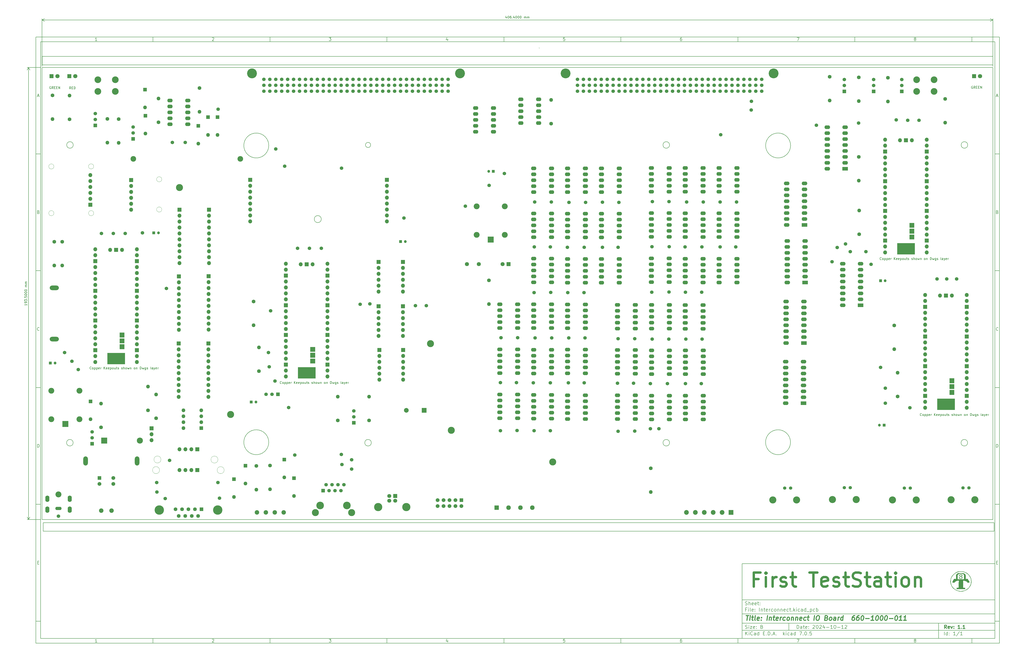
<source format=gbs>
G04 #@! TF.GenerationSoftware,KiCad,Pcbnew,7.0.5*
G04 #@! TF.CreationDate,2025-02-05T20:13:06-05:00*
G04 #@! TF.ProjectId,Interconnect,496e7465-7263-46f6-9e6e-6563742e6b69,1.1*
G04 #@! TF.SameCoordinates,Original*
G04 #@! TF.FileFunction,Soldermask,Bot*
G04 #@! TF.FilePolarity,Negative*
%FSLAX46Y46*%
G04 Gerber Fmt 4.6, Leading zero omitted, Abs format (unit mm)*
G04 Created by KiCad (PCBNEW 7.0.5) date 2025-02-05 20:13:06*
%MOMM*%
%LPD*%
G01*
G04 APERTURE LIST*
%ADD10C,0.100000*%
%ADD11C,0.150000*%
%ADD12C,0.300000*%
%ADD13C,0.400000*%
%ADD14R,1.650000X1.650000*%
%ADD15C,1.650000*%
%ADD16C,1.500000*%
%ADD17C,2.400000*%
%ADD18O,2.400000X2.400000*%
%ADD19R,2.400000X1.600000*%
%ADD20O,2.400000X1.600000*%
%ADD21C,1.600000*%
%ADD22O,1.600000X1.600000*%
%ADD23O,2.300000X1.600000*%
%ADD24R,1.700000X1.700000*%
%ADD25O,1.700000X1.700000*%
%ADD26R,1.500000X1.500000*%
%ADD27R,2.025000X2.025000*%
%ADD28C,2.025000*%
%ADD29R,1.600000X1.600000*%
%ADD30C,3.000000*%
%ADD31R,1.200000X1.200000*%
%ADD32C,1.200000*%
%ADD33C,4.200000*%
%ADD34C,3.250000*%
%ADD35R,2.500000X2.500000*%
%ADD36O,2.500000X2.500000*%
%ADD37C,4.000000*%
%ADD38O,1.800000X1.800000*%
%ADD39O,1.500000X1.500000*%
%ADD40C,1.905000*%
%ADD41C,1.700000*%
%ADD42C,3.500000*%
%ADD43O,3.900000X1.950000*%
%ADD44C,1.398000*%
%ADD45C,3.015000*%
%ADD46R,1.800000X1.800000*%
%ADD47C,1.800000*%
%ADD48R,2.600000X2.600000*%
%ADD49O,2.600000X2.600000*%
%ADD50C,1.900000*%
%ADD51C,2.850000*%
%ADD52C,2.550000*%
%ADD53O,2.700002X1.400000*%
%ADD54O,1.750000X2.750000*%
%ADD55R,1.950000X1.950000*%
%ADD56C,1.950000*%
%ADD57R,1.725000X1.725000*%
%ADD58C,1.725000*%
%ADD59O,1.950000X3.900000*%
%ADD60R,2.000000X2.000000*%
%ADD61C,2.000000*%
%ADD62C,1.000000*%
G04 #@! TA.AperFunction,Profile*
%ADD63C,0.100000*%
G04 #@! TD*
G04 #@! TA.AperFunction,Profile*
%ADD64C,0.160000*%
G04 #@! TD*
G04 APERTURE END LIST*
D10*
D11*
X311800000Y-235400000D02*
X419800000Y-235400000D01*
X419800000Y-267400000D01*
X311800000Y-267400000D01*
X311800000Y-235400000D01*
D10*
D11*
X10000000Y-10000000D02*
X421800000Y-10000000D01*
X421800000Y-269400000D01*
X10000000Y-269400000D01*
X10000000Y-10000000D01*
D10*
D11*
X12000000Y-12000000D02*
X419800000Y-12000000D01*
X419800000Y-267400000D01*
X12000000Y-267400000D01*
X12000000Y-12000000D01*
D10*
D11*
X60000000Y-12000000D02*
X60000000Y-10000000D01*
D10*
D11*
X110000000Y-12000000D02*
X110000000Y-10000000D01*
D10*
D11*
X160000000Y-12000000D02*
X160000000Y-10000000D01*
D10*
D11*
X210000000Y-12000000D02*
X210000000Y-10000000D01*
D10*
D11*
X260000000Y-12000000D02*
X260000000Y-10000000D01*
D10*
D11*
X310000000Y-12000000D02*
X310000000Y-10000000D01*
D10*
D11*
X360000000Y-12000000D02*
X360000000Y-10000000D01*
D10*
D11*
X410000000Y-12000000D02*
X410000000Y-10000000D01*
D10*
D11*
X36089160Y-11593604D02*
X35346303Y-11593604D01*
X35717731Y-11593604D02*
X35717731Y-10293604D01*
X35717731Y-10293604D02*
X35593922Y-10479319D01*
X35593922Y-10479319D02*
X35470112Y-10603128D01*
X35470112Y-10603128D02*
X35346303Y-10665033D01*
D10*
D11*
X85346303Y-10417414D02*
X85408207Y-10355509D01*
X85408207Y-10355509D02*
X85532017Y-10293604D01*
X85532017Y-10293604D02*
X85841541Y-10293604D01*
X85841541Y-10293604D02*
X85965350Y-10355509D01*
X85965350Y-10355509D02*
X86027255Y-10417414D01*
X86027255Y-10417414D02*
X86089160Y-10541223D01*
X86089160Y-10541223D02*
X86089160Y-10665033D01*
X86089160Y-10665033D02*
X86027255Y-10850747D01*
X86027255Y-10850747D02*
X85284398Y-11593604D01*
X85284398Y-11593604D02*
X86089160Y-11593604D01*
D10*
D11*
X135284398Y-10293604D02*
X136089160Y-10293604D01*
X136089160Y-10293604D02*
X135655826Y-10788842D01*
X135655826Y-10788842D02*
X135841541Y-10788842D01*
X135841541Y-10788842D02*
X135965350Y-10850747D01*
X135965350Y-10850747D02*
X136027255Y-10912652D01*
X136027255Y-10912652D02*
X136089160Y-11036461D01*
X136089160Y-11036461D02*
X136089160Y-11345985D01*
X136089160Y-11345985D02*
X136027255Y-11469795D01*
X136027255Y-11469795D02*
X135965350Y-11531700D01*
X135965350Y-11531700D02*
X135841541Y-11593604D01*
X135841541Y-11593604D02*
X135470112Y-11593604D01*
X135470112Y-11593604D02*
X135346303Y-11531700D01*
X135346303Y-11531700D02*
X135284398Y-11469795D01*
D10*
D11*
X185965350Y-10726938D02*
X185965350Y-11593604D01*
X185655826Y-10231700D02*
X185346303Y-11160271D01*
X185346303Y-11160271D02*
X186151064Y-11160271D01*
D10*
D11*
X236027255Y-10293604D02*
X235408207Y-10293604D01*
X235408207Y-10293604D02*
X235346303Y-10912652D01*
X235346303Y-10912652D02*
X235408207Y-10850747D01*
X235408207Y-10850747D02*
X235532017Y-10788842D01*
X235532017Y-10788842D02*
X235841541Y-10788842D01*
X235841541Y-10788842D02*
X235965350Y-10850747D01*
X235965350Y-10850747D02*
X236027255Y-10912652D01*
X236027255Y-10912652D02*
X236089160Y-11036461D01*
X236089160Y-11036461D02*
X236089160Y-11345985D01*
X236089160Y-11345985D02*
X236027255Y-11469795D01*
X236027255Y-11469795D02*
X235965350Y-11531700D01*
X235965350Y-11531700D02*
X235841541Y-11593604D01*
X235841541Y-11593604D02*
X235532017Y-11593604D01*
X235532017Y-11593604D02*
X235408207Y-11531700D01*
X235408207Y-11531700D02*
X235346303Y-11469795D01*
D10*
D11*
X285965350Y-10293604D02*
X285717731Y-10293604D01*
X285717731Y-10293604D02*
X285593922Y-10355509D01*
X285593922Y-10355509D02*
X285532017Y-10417414D01*
X285532017Y-10417414D02*
X285408207Y-10603128D01*
X285408207Y-10603128D02*
X285346303Y-10850747D01*
X285346303Y-10850747D02*
X285346303Y-11345985D01*
X285346303Y-11345985D02*
X285408207Y-11469795D01*
X285408207Y-11469795D02*
X285470112Y-11531700D01*
X285470112Y-11531700D02*
X285593922Y-11593604D01*
X285593922Y-11593604D02*
X285841541Y-11593604D01*
X285841541Y-11593604D02*
X285965350Y-11531700D01*
X285965350Y-11531700D02*
X286027255Y-11469795D01*
X286027255Y-11469795D02*
X286089160Y-11345985D01*
X286089160Y-11345985D02*
X286089160Y-11036461D01*
X286089160Y-11036461D02*
X286027255Y-10912652D01*
X286027255Y-10912652D02*
X285965350Y-10850747D01*
X285965350Y-10850747D02*
X285841541Y-10788842D01*
X285841541Y-10788842D02*
X285593922Y-10788842D01*
X285593922Y-10788842D02*
X285470112Y-10850747D01*
X285470112Y-10850747D02*
X285408207Y-10912652D01*
X285408207Y-10912652D02*
X285346303Y-11036461D01*
D10*
D11*
X335284398Y-10293604D02*
X336151064Y-10293604D01*
X336151064Y-10293604D02*
X335593922Y-11593604D01*
D10*
D11*
X385593922Y-10850747D02*
X385470112Y-10788842D01*
X385470112Y-10788842D02*
X385408207Y-10726938D01*
X385408207Y-10726938D02*
X385346303Y-10603128D01*
X385346303Y-10603128D02*
X385346303Y-10541223D01*
X385346303Y-10541223D02*
X385408207Y-10417414D01*
X385408207Y-10417414D02*
X385470112Y-10355509D01*
X385470112Y-10355509D02*
X385593922Y-10293604D01*
X385593922Y-10293604D02*
X385841541Y-10293604D01*
X385841541Y-10293604D02*
X385965350Y-10355509D01*
X385965350Y-10355509D02*
X386027255Y-10417414D01*
X386027255Y-10417414D02*
X386089160Y-10541223D01*
X386089160Y-10541223D02*
X386089160Y-10603128D01*
X386089160Y-10603128D02*
X386027255Y-10726938D01*
X386027255Y-10726938D02*
X385965350Y-10788842D01*
X385965350Y-10788842D02*
X385841541Y-10850747D01*
X385841541Y-10850747D02*
X385593922Y-10850747D01*
X385593922Y-10850747D02*
X385470112Y-10912652D01*
X385470112Y-10912652D02*
X385408207Y-10974557D01*
X385408207Y-10974557D02*
X385346303Y-11098366D01*
X385346303Y-11098366D02*
X385346303Y-11345985D01*
X385346303Y-11345985D02*
X385408207Y-11469795D01*
X385408207Y-11469795D02*
X385470112Y-11531700D01*
X385470112Y-11531700D02*
X385593922Y-11593604D01*
X385593922Y-11593604D02*
X385841541Y-11593604D01*
X385841541Y-11593604D02*
X385965350Y-11531700D01*
X385965350Y-11531700D02*
X386027255Y-11469795D01*
X386027255Y-11469795D02*
X386089160Y-11345985D01*
X386089160Y-11345985D02*
X386089160Y-11098366D01*
X386089160Y-11098366D02*
X386027255Y-10974557D01*
X386027255Y-10974557D02*
X385965350Y-10912652D01*
X385965350Y-10912652D02*
X385841541Y-10850747D01*
D10*
D11*
X60000000Y-267400000D02*
X60000000Y-269400000D01*
D10*
D11*
X110000000Y-267400000D02*
X110000000Y-269400000D01*
D10*
D11*
X160000000Y-267400000D02*
X160000000Y-269400000D01*
D10*
D11*
X210000000Y-267400000D02*
X210000000Y-269400000D01*
D10*
D11*
X260000000Y-267400000D02*
X260000000Y-269400000D01*
D10*
D11*
X310000000Y-267400000D02*
X310000000Y-269400000D01*
D10*
D11*
X360000000Y-267400000D02*
X360000000Y-269400000D01*
D10*
D11*
X410000000Y-267400000D02*
X410000000Y-269400000D01*
D10*
D11*
X36089160Y-268993604D02*
X35346303Y-268993604D01*
X35717731Y-268993604D02*
X35717731Y-267693604D01*
X35717731Y-267693604D02*
X35593922Y-267879319D01*
X35593922Y-267879319D02*
X35470112Y-268003128D01*
X35470112Y-268003128D02*
X35346303Y-268065033D01*
D10*
D11*
X85346303Y-267817414D02*
X85408207Y-267755509D01*
X85408207Y-267755509D02*
X85532017Y-267693604D01*
X85532017Y-267693604D02*
X85841541Y-267693604D01*
X85841541Y-267693604D02*
X85965350Y-267755509D01*
X85965350Y-267755509D02*
X86027255Y-267817414D01*
X86027255Y-267817414D02*
X86089160Y-267941223D01*
X86089160Y-267941223D02*
X86089160Y-268065033D01*
X86089160Y-268065033D02*
X86027255Y-268250747D01*
X86027255Y-268250747D02*
X85284398Y-268993604D01*
X85284398Y-268993604D02*
X86089160Y-268993604D01*
D10*
D11*
X135284398Y-267693604D02*
X136089160Y-267693604D01*
X136089160Y-267693604D02*
X135655826Y-268188842D01*
X135655826Y-268188842D02*
X135841541Y-268188842D01*
X135841541Y-268188842D02*
X135965350Y-268250747D01*
X135965350Y-268250747D02*
X136027255Y-268312652D01*
X136027255Y-268312652D02*
X136089160Y-268436461D01*
X136089160Y-268436461D02*
X136089160Y-268745985D01*
X136089160Y-268745985D02*
X136027255Y-268869795D01*
X136027255Y-268869795D02*
X135965350Y-268931700D01*
X135965350Y-268931700D02*
X135841541Y-268993604D01*
X135841541Y-268993604D02*
X135470112Y-268993604D01*
X135470112Y-268993604D02*
X135346303Y-268931700D01*
X135346303Y-268931700D02*
X135284398Y-268869795D01*
D10*
D11*
X185965350Y-268126938D02*
X185965350Y-268993604D01*
X185655826Y-267631700D02*
X185346303Y-268560271D01*
X185346303Y-268560271D02*
X186151064Y-268560271D01*
D10*
D11*
X236027255Y-267693604D02*
X235408207Y-267693604D01*
X235408207Y-267693604D02*
X235346303Y-268312652D01*
X235346303Y-268312652D02*
X235408207Y-268250747D01*
X235408207Y-268250747D02*
X235532017Y-268188842D01*
X235532017Y-268188842D02*
X235841541Y-268188842D01*
X235841541Y-268188842D02*
X235965350Y-268250747D01*
X235965350Y-268250747D02*
X236027255Y-268312652D01*
X236027255Y-268312652D02*
X236089160Y-268436461D01*
X236089160Y-268436461D02*
X236089160Y-268745985D01*
X236089160Y-268745985D02*
X236027255Y-268869795D01*
X236027255Y-268869795D02*
X235965350Y-268931700D01*
X235965350Y-268931700D02*
X235841541Y-268993604D01*
X235841541Y-268993604D02*
X235532017Y-268993604D01*
X235532017Y-268993604D02*
X235408207Y-268931700D01*
X235408207Y-268931700D02*
X235346303Y-268869795D01*
D10*
D11*
X285965350Y-267693604D02*
X285717731Y-267693604D01*
X285717731Y-267693604D02*
X285593922Y-267755509D01*
X285593922Y-267755509D02*
X285532017Y-267817414D01*
X285532017Y-267817414D02*
X285408207Y-268003128D01*
X285408207Y-268003128D02*
X285346303Y-268250747D01*
X285346303Y-268250747D02*
X285346303Y-268745985D01*
X285346303Y-268745985D02*
X285408207Y-268869795D01*
X285408207Y-268869795D02*
X285470112Y-268931700D01*
X285470112Y-268931700D02*
X285593922Y-268993604D01*
X285593922Y-268993604D02*
X285841541Y-268993604D01*
X285841541Y-268993604D02*
X285965350Y-268931700D01*
X285965350Y-268931700D02*
X286027255Y-268869795D01*
X286027255Y-268869795D02*
X286089160Y-268745985D01*
X286089160Y-268745985D02*
X286089160Y-268436461D01*
X286089160Y-268436461D02*
X286027255Y-268312652D01*
X286027255Y-268312652D02*
X285965350Y-268250747D01*
X285965350Y-268250747D02*
X285841541Y-268188842D01*
X285841541Y-268188842D02*
X285593922Y-268188842D01*
X285593922Y-268188842D02*
X285470112Y-268250747D01*
X285470112Y-268250747D02*
X285408207Y-268312652D01*
X285408207Y-268312652D02*
X285346303Y-268436461D01*
D10*
D11*
X335284398Y-267693604D02*
X336151064Y-267693604D01*
X336151064Y-267693604D02*
X335593922Y-268993604D01*
D10*
D11*
X385593922Y-268250747D02*
X385470112Y-268188842D01*
X385470112Y-268188842D02*
X385408207Y-268126938D01*
X385408207Y-268126938D02*
X385346303Y-268003128D01*
X385346303Y-268003128D02*
X385346303Y-267941223D01*
X385346303Y-267941223D02*
X385408207Y-267817414D01*
X385408207Y-267817414D02*
X385470112Y-267755509D01*
X385470112Y-267755509D02*
X385593922Y-267693604D01*
X385593922Y-267693604D02*
X385841541Y-267693604D01*
X385841541Y-267693604D02*
X385965350Y-267755509D01*
X385965350Y-267755509D02*
X386027255Y-267817414D01*
X386027255Y-267817414D02*
X386089160Y-267941223D01*
X386089160Y-267941223D02*
X386089160Y-268003128D01*
X386089160Y-268003128D02*
X386027255Y-268126938D01*
X386027255Y-268126938D02*
X385965350Y-268188842D01*
X385965350Y-268188842D02*
X385841541Y-268250747D01*
X385841541Y-268250747D02*
X385593922Y-268250747D01*
X385593922Y-268250747D02*
X385470112Y-268312652D01*
X385470112Y-268312652D02*
X385408207Y-268374557D01*
X385408207Y-268374557D02*
X385346303Y-268498366D01*
X385346303Y-268498366D02*
X385346303Y-268745985D01*
X385346303Y-268745985D02*
X385408207Y-268869795D01*
X385408207Y-268869795D02*
X385470112Y-268931700D01*
X385470112Y-268931700D02*
X385593922Y-268993604D01*
X385593922Y-268993604D02*
X385841541Y-268993604D01*
X385841541Y-268993604D02*
X385965350Y-268931700D01*
X385965350Y-268931700D02*
X386027255Y-268869795D01*
X386027255Y-268869795D02*
X386089160Y-268745985D01*
X386089160Y-268745985D02*
X386089160Y-268498366D01*
X386089160Y-268498366D02*
X386027255Y-268374557D01*
X386027255Y-268374557D02*
X385965350Y-268312652D01*
X385965350Y-268312652D02*
X385841541Y-268250747D01*
D10*
D11*
X10000000Y-60000000D02*
X12000000Y-60000000D01*
D10*
D11*
X10000000Y-110000000D02*
X12000000Y-110000000D01*
D10*
D11*
X10000000Y-160000000D02*
X12000000Y-160000000D01*
D10*
D11*
X10000000Y-210000000D02*
X12000000Y-210000000D01*
D10*
D11*
X10000000Y-260000000D02*
X12000000Y-260000000D01*
D10*
D11*
X10690476Y-35222176D02*
X11309523Y-35222176D01*
X10566666Y-35593604D02*
X10999999Y-34293604D01*
X10999999Y-34293604D02*
X11433333Y-35593604D01*
D10*
D11*
X11092857Y-84912652D02*
X11278571Y-84974557D01*
X11278571Y-84974557D02*
X11340476Y-85036461D01*
X11340476Y-85036461D02*
X11402380Y-85160271D01*
X11402380Y-85160271D02*
X11402380Y-85345985D01*
X11402380Y-85345985D02*
X11340476Y-85469795D01*
X11340476Y-85469795D02*
X11278571Y-85531700D01*
X11278571Y-85531700D02*
X11154761Y-85593604D01*
X11154761Y-85593604D02*
X10659523Y-85593604D01*
X10659523Y-85593604D02*
X10659523Y-84293604D01*
X10659523Y-84293604D02*
X11092857Y-84293604D01*
X11092857Y-84293604D02*
X11216666Y-84355509D01*
X11216666Y-84355509D02*
X11278571Y-84417414D01*
X11278571Y-84417414D02*
X11340476Y-84541223D01*
X11340476Y-84541223D02*
X11340476Y-84665033D01*
X11340476Y-84665033D02*
X11278571Y-84788842D01*
X11278571Y-84788842D02*
X11216666Y-84850747D01*
X11216666Y-84850747D02*
X11092857Y-84912652D01*
X11092857Y-84912652D02*
X10659523Y-84912652D01*
D10*
D11*
X11402380Y-135469795D02*
X11340476Y-135531700D01*
X11340476Y-135531700D02*
X11154761Y-135593604D01*
X11154761Y-135593604D02*
X11030952Y-135593604D01*
X11030952Y-135593604D02*
X10845238Y-135531700D01*
X10845238Y-135531700D02*
X10721428Y-135407890D01*
X10721428Y-135407890D02*
X10659523Y-135284080D01*
X10659523Y-135284080D02*
X10597619Y-135036461D01*
X10597619Y-135036461D02*
X10597619Y-134850747D01*
X10597619Y-134850747D02*
X10659523Y-134603128D01*
X10659523Y-134603128D02*
X10721428Y-134479319D01*
X10721428Y-134479319D02*
X10845238Y-134355509D01*
X10845238Y-134355509D02*
X11030952Y-134293604D01*
X11030952Y-134293604D02*
X11154761Y-134293604D01*
X11154761Y-134293604D02*
X11340476Y-134355509D01*
X11340476Y-134355509D02*
X11402380Y-134417414D01*
D10*
D11*
X10659523Y-185593604D02*
X10659523Y-184293604D01*
X10659523Y-184293604D02*
X10969047Y-184293604D01*
X10969047Y-184293604D02*
X11154761Y-184355509D01*
X11154761Y-184355509D02*
X11278571Y-184479319D01*
X11278571Y-184479319D02*
X11340476Y-184603128D01*
X11340476Y-184603128D02*
X11402380Y-184850747D01*
X11402380Y-184850747D02*
X11402380Y-185036461D01*
X11402380Y-185036461D02*
X11340476Y-185284080D01*
X11340476Y-185284080D02*
X11278571Y-185407890D01*
X11278571Y-185407890D02*
X11154761Y-185531700D01*
X11154761Y-185531700D02*
X10969047Y-185593604D01*
X10969047Y-185593604D02*
X10659523Y-185593604D01*
D10*
D11*
X10721428Y-234912652D02*
X11154762Y-234912652D01*
X11340476Y-235593604D02*
X10721428Y-235593604D01*
X10721428Y-235593604D02*
X10721428Y-234293604D01*
X10721428Y-234293604D02*
X11340476Y-234293604D01*
D10*
D11*
X421800000Y-60000000D02*
X419800000Y-60000000D01*
D10*
D11*
X421800000Y-110000000D02*
X419800000Y-110000000D01*
D10*
D11*
X421800000Y-160000000D02*
X419800000Y-160000000D01*
D10*
D11*
X421800000Y-210000000D02*
X419800000Y-210000000D01*
D10*
D11*
X421800000Y-260000000D02*
X419800000Y-260000000D01*
D10*
D11*
X420490476Y-35222176D02*
X421109523Y-35222176D01*
X420366666Y-35593604D02*
X420799999Y-34293604D01*
X420799999Y-34293604D02*
X421233333Y-35593604D01*
D10*
D11*
X420892857Y-84912652D02*
X421078571Y-84974557D01*
X421078571Y-84974557D02*
X421140476Y-85036461D01*
X421140476Y-85036461D02*
X421202380Y-85160271D01*
X421202380Y-85160271D02*
X421202380Y-85345985D01*
X421202380Y-85345985D02*
X421140476Y-85469795D01*
X421140476Y-85469795D02*
X421078571Y-85531700D01*
X421078571Y-85531700D02*
X420954761Y-85593604D01*
X420954761Y-85593604D02*
X420459523Y-85593604D01*
X420459523Y-85593604D02*
X420459523Y-84293604D01*
X420459523Y-84293604D02*
X420892857Y-84293604D01*
X420892857Y-84293604D02*
X421016666Y-84355509D01*
X421016666Y-84355509D02*
X421078571Y-84417414D01*
X421078571Y-84417414D02*
X421140476Y-84541223D01*
X421140476Y-84541223D02*
X421140476Y-84665033D01*
X421140476Y-84665033D02*
X421078571Y-84788842D01*
X421078571Y-84788842D02*
X421016666Y-84850747D01*
X421016666Y-84850747D02*
X420892857Y-84912652D01*
X420892857Y-84912652D02*
X420459523Y-84912652D01*
D10*
D11*
X421202380Y-135469795D02*
X421140476Y-135531700D01*
X421140476Y-135531700D02*
X420954761Y-135593604D01*
X420954761Y-135593604D02*
X420830952Y-135593604D01*
X420830952Y-135593604D02*
X420645238Y-135531700D01*
X420645238Y-135531700D02*
X420521428Y-135407890D01*
X420521428Y-135407890D02*
X420459523Y-135284080D01*
X420459523Y-135284080D02*
X420397619Y-135036461D01*
X420397619Y-135036461D02*
X420397619Y-134850747D01*
X420397619Y-134850747D02*
X420459523Y-134603128D01*
X420459523Y-134603128D02*
X420521428Y-134479319D01*
X420521428Y-134479319D02*
X420645238Y-134355509D01*
X420645238Y-134355509D02*
X420830952Y-134293604D01*
X420830952Y-134293604D02*
X420954761Y-134293604D01*
X420954761Y-134293604D02*
X421140476Y-134355509D01*
X421140476Y-134355509D02*
X421202380Y-134417414D01*
D10*
D11*
X420459523Y-185593604D02*
X420459523Y-184293604D01*
X420459523Y-184293604D02*
X420769047Y-184293604D01*
X420769047Y-184293604D02*
X420954761Y-184355509D01*
X420954761Y-184355509D02*
X421078571Y-184479319D01*
X421078571Y-184479319D02*
X421140476Y-184603128D01*
X421140476Y-184603128D02*
X421202380Y-184850747D01*
X421202380Y-184850747D02*
X421202380Y-185036461D01*
X421202380Y-185036461D02*
X421140476Y-185284080D01*
X421140476Y-185284080D02*
X421078571Y-185407890D01*
X421078571Y-185407890D02*
X420954761Y-185531700D01*
X420954761Y-185531700D02*
X420769047Y-185593604D01*
X420769047Y-185593604D02*
X420459523Y-185593604D01*
D10*
D11*
X420521428Y-234912652D02*
X420954762Y-234912652D01*
X421140476Y-235593604D02*
X420521428Y-235593604D01*
X420521428Y-235593604D02*
X420521428Y-234293604D01*
X420521428Y-234293604D02*
X421140476Y-234293604D01*
D10*
D11*
X335255826Y-263186128D02*
X335255826Y-261686128D01*
X335255826Y-261686128D02*
X335612969Y-261686128D01*
X335612969Y-261686128D02*
X335827255Y-261757557D01*
X335827255Y-261757557D02*
X335970112Y-261900414D01*
X335970112Y-261900414D02*
X336041541Y-262043271D01*
X336041541Y-262043271D02*
X336112969Y-262328985D01*
X336112969Y-262328985D02*
X336112969Y-262543271D01*
X336112969Y-262543271D02*
X336041541Y-262828985D01*
X336041541Y-262828985D02*
X335970112Y-262971842D01*
X335970112Y-262971842D02*
X335827255Y-263114700D01*
X335827255Y-263114700D02*
X335612969Y-263186128D01*
X335612969Y-263186128D02*
X335255826Y-263186128D01*
X337398684Y-263186128D02*
X337398684Y-262400414D01*
X337398684Y-262400414D02*
X337327255Y-262257557D01*
X337327255Y-262257557D02*
X337184398Y-262186128D01*
X337184398Y-262186128D02*
X336898684Y-262186128D01*
X336898684Y-262186128D02*
X336755826Y-262257557D01*
X337398684Y-263114700D02*
X337255826Y-263186128D01*
X337255826Y-263186128D02*
X336898684Y-263186128D01*
X336898684Y-263186128D02*
X336755826Y-263114700D01*
X336755826Y-263114700D02*
X336684398Y-262971842D01*
X336684398Y-262971842D02*
X336684398Y-262828985D01*
X336684398Y-262828985D02*
X336755826Y-262686128D01*
X336755826Y-262686128D02*
X336898684Y-262614700D01*
X336898684Y-262614700D02*
X337255826Y-262614700D01*
X337255826Y-262614700D02*
X337398684Y-262543271D01*
X337898684Y-262186128D02*
X338470112Y-262186128D01*
X338112969Y-261686128D02*
X338112969Y-262971842D01*
X338112969Y-262971842D02*
X338184398Y-263114700D01*
X338184398Y-263114700D02*
X338327255Y-263186128D01*
X338327255Y-263186128D02*
X338470112Y-263186128D01*
X339541541Y-263114700D02*
X339398684Y-263186128D01*
X339398684Y-263186128D02*
X339112970Y-263186128D01*
X339112970Y-263186128D02*
X338970112Y-263114700D01*
X338970112Y-263114700D02*
X338898684Y-262971842D01*
X338898684Y-262971842D02*
X338898684Y-262400414D01*
X338898684Y-262400414D02*
X338970112Y-262257557D01*
X338970112Y-262257557D02*
X339112970Y-262186128D01*
X339112970Y-262186128D02*
X339398684Y-262186128D01*
X339398684Y-262186128D02*
X339541541Y-262257557D01*
X339541541Y-262257557D02*
X339612970Y-262400414D01*
X339612970Y-262400414D02*
X339612970Y-262543271D01*
X339612970Y-262543271D02*
X338898684Y-262686128D01*
X340255826Y-263043271D02*
X340327255Y-263114700D01*
X340327255Y-263114700D02*
X340255826Y-263186128D01*
X340255826Y-263186128D02*
X340184398Y-263114700D01*
X340184398Y-263114700D02*
X340255826Y-263043271D01*
X340255826Y-263043271D02*
X340255826Y-263186128D01*
X340255826Y-262257557D02*
X340327255Y-262328985D01*
X340327255Y-262328985D02*
X340255826Y-262400414D01*
X340255826Y-262400414D02*
X340184398Y-262328985D01*
X340184398Y-262328985D02*
X340255826Y-262257557D01*
X340255826Y-262257557D02*
X340255826Y-262400414D01*
X342041541Y-261828985D02*
X342112969Y-261757557D01*
X342112969Y-261757557D02*
X342255827Y-261686128D01*
X342255827Y-261686128D02*
X342612969Y-261686128D01*
X342612969Y-261686128D02*
X342755827Y-261757557D01*
X342755827Y-261757557D02*
X342827255Y-261828985D01*
X342827255Y-261828985D02*
X342898684Y-261971842D01*
X342898684Y-261971842D02*
X342898684Y-262114700D01*
X342898684Y-262114700D02*
X342827255Y-262328985D01*
X342827255Y-262328985D02*
X341970112Y-263186128D01*
X341970112Y-263186128D02*
X342898684Y-263186128D01*
X343827255Y-261686128D02*
X343970112Y-261686128D01*
X343970112Y-261686128D02*
X344112969Y-261757557D01*
X344112969Y-261757557D02*
X344184398Y-261828985D01*
X344184398Y-261828985D02*
X344255826Y-261971842D01*
X344255826Y-261971842D02*
X344327255Y-262257557D01*
X344327255Y-262257557D02*
X344327255Y-262614700D01*
X344327255Y-262614700D02*
X344255826Y-262900414D01*
X344255826Y-262900414D02*
X344184398Y-263043271D01*
X344184398Y-263043271D02*
X344112969Y-263114700D01*
X344112969Y-263114700D02*
X343970112Y-263186128D01*
X343970112Y-263186128D02*
X343827255Y-263186128D01*
X343827255Y-263186128D02*
X343684398Y-263114700D01*
X343684398Y-263114700D02*
X343612969Y-263043271D01*
X343612969Y-263043271D02*
X343541540Y-262900414D01*
X343541540Y-262900414D02*
X343470112Y-262614700D01*
X343470112Y-262614700D02*
X343470112Y-262257557D01*
X343470112Y-262257557D02*
X343541540Y-261971842D01*
X343541540Y-261971842D02*
X343612969Y-261828985D01*
X343612969Y-261828985D02*
X343684398Y-261757557D01*
X343684398Y-261757557D02*
X343827255Y-261686128D01*
X344898683Y-261828985D02*
X344970111Y-261757557D01*
X344970111Y-261757557D02*
X345112969Y-261686128D01*
X345112969Y-261686128D02*
X345470111Y-261686128D01*
X345470111Y-261686128D02*
X345612969Y-261757557D01*
X345612969Y-261757557D02*
X345684397Y-261828985D01*
X345684397Y-261828985D02*
X345755826Y-261971842D01*
X345755826Y-261971842D02*
X345755826Y-262114700D01*
X345755826Y-262114700D02*
X345684397Y-262328985D01*
X345684397Y-262328985D02*
X344827254Y-263186128D01*
X344827254Y-263186128D02*
X345755826Y-263186128D01*
X347041540Y-262186128D02*
X347041540Y-263186128D01*
X346684397Y-261614700D02*
X346327254Y-262686128D01*
X346327254Y-262686128D02*
X347255825Y-262686128D01*
X347827253Y-262614700D02*
X348970111Y-262614700D01*
X350470111Y-263186128D02*
X349612968Y-263186128D01*
X350041539Y-263186128D02*
X350041539Y-261686128D01*
X350041539Y-261686128D02*
X349898682Y-261900414D01*
X349898682Y-261900414D02*
X349755825Y-262043271D01*
X349755825Y-262043271D02*
X349612968Y-262114700D01*
X351398682Y-261686128D02*
X351541539Y-261686128D01*
X351541539Y-261686128D02*
X351684396Y-261757557D01*
X351684396Y-261757557D02*
X351755825Y-261828985D01*
X351755825Y-261828985D02*
X351827253Y-261971842D01*
X351827253Y-261971842D02*
X351898682Y-262257557D01*
X351898682Y-262257557D02*
X351898682Y-262614700D01*
X351898682Y-262614700D02*
X351827253Y-262900414D01*
X351827253Y-262900414D02*
X351755825Y-263043271D01*
X351755825Y-263043271D02*
X351684396Y-263114700D01*
X351684396Y-263114700D02*
X351541539Y-263186128D01*
X351541539Y-263186128D02*
X351398682Y-263186128D01*
X351398682Y-263186128D02*
X351255825Y-263114700D01*
X351255825Y-263114700D02*
X351184396Y-263043271D01*
X351184396Y-263043271D02*
X351112967Y-262900414D01*
X351112967Y-262900414D02*
X351041539Y-262614700D01*
X351041539Y-262614700D02*
X351041539Y-262257557D01*
X351041539Y-262257557D02*
X351112967Y-261971842D01*
X351112967Y-261971842D02*
X351184396Y-261828985D01*
X351184396Y-261828985D02*
X351255825Y-261757557D01*
X351255825Y-261757557D02*
X351398682Y-261686128D01*
X352541538Y-262614700D02*
X353684396Y-262614700D01*
X355184396Y-263186128D02*
X354327253Y-263186128D01*
X354755824Y-263186128D02*
X354755824Y-261686128D01*
X354755824Y-261686128D02*
X354612967Y-261900414D01*
X354612967Y-261900414D02*
X354470110Y-262043271D01*
X354470110Y-262043271D02*
X354327253Y-262114700D01*
X355755824Y-261828985D02*
X355827252Y-261757557D01*
X355827252Y-261757557D02*
X355970110Y-261686128D01*
X355970110Y-261686128D02*
X356327252Y-261686128D01*
X356327252Y-261686128D02*
X356470110Y-261757557D01*
X356470110Y-261757557D02*
X356541538Y-261828985D01*
X356541538Y-261828985D02*
X356612967Y-261971842D01*
X356612967Y-261971842D02*
X356612967Y-262114700D01*
X356612967Y-262114700D02*
X356541538Y-262328985D01*
X356541538Y-262328985D02*
X355684395Y-263186128D01*
X355684395Y-263186128D02*
X356612967Y-263186128D01*
D10*
D11*
X311800000Y-263900000D02*
X419800000Y-263900000D01*
D10*
D11*
X313255826Y-265986128D02*
X313255826Y-264486128D01*
X314112969Y-265986128D02*
X313470112Y-265128985D01*
X314112969Y-264486128D02*
X313255826Y-265343271D01*
X314755826Y-265986128D02*
X314755826Y-264986128D01*
X314755826Y-264486128D02*
X314684398Y-264557557D01*
X314684398Y-264557557D02*
X314755826Y-264628985D01*
X314755826Y-264628985D02*
X314827255Y-264557557D01*
X314827255Y-264557557D02*
X314755826Y-264486128D01*
X314755826Y-264486128D02*
X314755826Y-264628985D01*
X316327255Y-265843271D02*
X316255827Y-265914700D01*
X316255827Y-265914700D02*
X316041541Y-265986128D01*
X316041541Y-265986128D02*
X315898684Y-265986128D01*
X315898684Y-265986128D02*
X315684398Y-265914700D01*
X315684398Y-265914700D02*
X315541541Y-265771842D01*
X315541541Y-265771842D02*
X315470112Y-265628985D01*
X315470112Y-265628985D02*
X315398684Y-265343271D01*
X315398684Y-265343271D02*
X315398684Y-265128985D01*
X315398684Y-265128985D02*
X315470112Y-264843271D01*
X315470112Y-264843271D02*
X315541541Y-264700414D01*
X315541541Y-264700414D02*
X315684398Y-264557557D01*
X315684398Y-264557557D02*
X315898684Y-264486128D01*
X315898684Y-264486128D02*
X316041541Y-264486128D01*
X316041541Y-264486128D02*
X316255827Y-264557557D01*
X316255827Y-264557557D02*
X316327255Y-264628985D01*
X317612970Y-265986128D02*
X317612970Y-265200414D01*
X317612970Y-265200414D02*
X317541541Y-265057557D01*
X317541541Y-265057557D02*
X317398684Y-264986128D01*
X317398684Y-264986128D02*
X317112970Y-264986128D01*
X317112970Y-264986128D02*
X316970112Y-265057557D01*
X317612970Y-265914700D02*
X317470112Y-265986128D01*
X317470112Y-265986128D02*
X317112970Y-265986128D01*
X317112970Y-265986128D02*
X316970112Y-265914700D01*
X316970112Y-265914700D02*
X316898684Y-265771842D01*
X316898684Y-265771842D02*
X316898684Y-265628985D01*
X316898684Y-265628985D02*
X316970112Y-265486128D01*
X316970112Y-265486128D02*
X317112970Y-265414700D01*
X317112970Y-265414700D02*
X317470112Y-265414700D01*
X317470112Y-265414700D02*
X317612970Y-265343271D01*
X318970113Y-265986128D02*
X318970113Y-264486128D01*
X318970113Y-265914700D02*
X318827255Y-265986128D01*
X318827255Y-265986128D02*
X318541541Y-265986128D01*
X318541541Y-265986128D02*
X318398684Y-265914700D01*
X318398684Y-265914700D02*
X318327255Y-265843271D01*
X318327255Y-265843271D02*
X318255827Y-265700414D01*
X318255827Y-265700414D02*
X318255827Y-265271842D01*
X318255827Y-265271842D02*
X318327255Y-265128985D01*
X318327255Y-265128985D02*
X318398684Y-265057557D01*
X318398684Y-265057557D02*
X318541541Y-264986128D01*
X318541541Y-264986128D02*
X318827255Y-264986128D01*
X318827255Y-264986128D02*
X318970113Y-265057557D01*
X320827255Y-265200414D02*
X321327255Y-265200414D01*
X321541541Y-265986128D02*
X320827255Y-265986128D01*
X320827255Y-265986128D02*
X320827255Y-264486128D01*
X320827255Y-264486128D02*
X321541541Y-264486128D01*
X322184398Y-265843271D02*
X322255827Y-265914700D01*
X322255827Y-265914700D02*
X322184398Y-265986128D01*
X322184398Y-265986128D02*
X322112970Y-265914700D01*
X322112970Y-265914700D02*
X322184398Y-265843271D01*
X322184398Y-265843271D02*
X322184398Y-265986128D01*
X322898684Y-265986128D02*
X322898684Y-264486128D01*
X322898684Y-264486128D02*
X323255827Y-264486128D01*
X323255827Y-264486128D02*
X323470113Y-264557557D01*
X323470113Y-264557557D02*
X323612970Y-264700414D01*
X323612970Y-264700414D02*
X323684399Y-264843271D01*
X323684399Y-264843271D02*
X323755827Y-265128985D01*
X323755827Y-265128985D02*
X323755827Y-265343271D01*
X323755827Y-265343271D02*
X323684399Y-265628985D01*
X323684399Y-265628985D02*
X323612970Y-265771842D01*
X323612970Y-265771842D02*
X323470113Y-265914700D01*
X323470113Y-265914700D02*
X323255827Y-265986128D01*
X323255827Y-265986128D02*
X322898684Y-265986128D01*
X324398684Y-265843271D02*
X324470113Y-265914700D01*
X324470113Y-265914700D02*
X324398684Y-265986128D01*
X324398684Y-265986128D02*
X324327256Y-265914700D01*
X324327256Y-265914700D02*
X324398684Y-265843271D01*
X324398684Y-265843271D02*
X324398684Y-265986128D01*
X325041542Y-265557557D02*
X325755828Y-265557557D01*
X324898685Y-265986128D02*
X325398685Y-264486128D01*
X325398685Y-264486128D02*
X325898685Y-265986128D01*
X326398684Y-265843271D02*
X326470113Y-265914700D01*
X326470113Y-265914700D02*
X326398684Y-265986128D01*
X326398684Y-265986128D02*
X326327256Y-265914700D01*
X326327256Y-265914700D02*
X326398684Y-265843271D01*
X326398684Y-265843271D02*
X326398684Y-265986128D01*
X329398684Y-265986128D02*
X329398684Y-264486128D01*
X329541542Y-265414700D02*
X329970113Y-265986128D01*
X329970113Y-264986128D02*
X329398684Y-265557557D01*
X330612970Y-265986128D02*
X330612970Y-264986128D01*
X330612970Y-264486128D02*
X330541542Y-264557557D01*
X330541542Y-264557557D02*
X330612970Y-264628985D01*
X330612970Y-264628985D02*
X330684399Y-264557557D01*
X330684399Y-264557557D02*
X330612970Y-264486128D01*
X330612970Y-264486128D02*
X330612970Y-264628985D01*
X331970114Y-265914700D02*
X331827256Y-265986128D01*
X331827256Y-265986128D02*
X331541542Y-265986128D01*
X331541542Y-265986128D02*
X331398685Y-265914700D01*
X331398685Y-265914700D02*
X331327256Y-265843271D01*
X331327256Y-265843271D02*
X331255828Y-265700414D01*
X331255828Y-265700414D02*
X331255828Y-265271842D01*
X331255828Y-265271842D02*
X331327256Y-265128985D01*
X331327256Y-265128985D02*
X331398685Y-265057557D01*
X331398685Y-265057557D02*
X331541542Y-264986128D01*
X331541542Y-264986128D02*
X331827256Y-264986128D01*
X331827256Y-264986128D02*
X331970114Y-265057557D01*
X333255828Y-265986128D02*
X333255828Y-265200414D01*
X333255828Y-265200414D02*
X333184399Y-265057557D01*
X333184399Y-265057557D02*
X333041542Y-264986128D01*
X333041542Y-264986128D02*
X332755828Y-264986128D01*
X332755828Y-264986128D02*
X332612970Y-265057557D01*
X333255828Y-265914700D02*
X333112970Y-265986128D01*
X333112970Y-265986128D02*
X332755828Y-265986128D01*
X332755828Y-265986128D02*
X332612970Y-265914700D01*
X332612970Y-265914700D02*
X332541542Y-265771842D01*
X332541542Y-265771842D02*
X332541542Y-265628985D01*
X332541542Y-265628985D02*
X332612970Y-265486128D01*
X332612970Y-265486128D02*
X332755828Y-265414700D01*
X332755828Y-265414700D02*
X333112970Y-265414700D01*
X333112970Y-265414700D02*
X333255828Y-265343271D01*
X334612971Y-265986128D02*
X334612971Y-264486128D01*
X334612971Y-265914700D02*
X334470113Y-265986128D01*
X334470113Y-265986128D02*
X334184399Y-265986128D01*
X334184399Y-265986128D02*
X334041542Y-265914700D01*
X334041542Y-265914700D02*
X333970113Y-265843271D01*
X333970113Y-265843271D02*
X333898685Y-265700414D01*
X333898685Y-265700414D02*
X333898685Y-265271842D01*
X333898685Y-265271842D02*
X333970113Y-265128985D01*
X333970113Y-265128985D02*
X334041542Y-265057557D01*
X334041542Y-265057557D02*
X334184399Y-264986128D01*
X334184399Y-264986128D02*
X334470113Y-264986128D01*
X334470113Y-264986128D02*
X334612971Y-265057557D01*
X336327256Y-264486128D02*
X337327256Y-264486128D01*
X337327256Y-264486128D02*
X336684399Y-265986128D01*
X337898684Y-265843271D02*
X337970113Y-265914700D01*
X337970113Y-265914700D02*
X337898684Y-265986128D01*
X337898684Y-265986128D02*
X337827256Y-265914700D01*
X337827256Y-265914700D02*
X337898684Y-265843271D01*
X337898684Y-265843271D02*
X337898684Y-265986128D01*
X338898685Y-264486128D02*
X339041542Y-264486128D01*
X339041542Y-264486128D02*
X339184399Y-264557557D01*
X339184399Y-264557557D02*
X339255828Y-264628985D01*
X339255828Y-264628985D02*
X339327256Y-264771842D01*
X339327256Y-264771842D02*
X339398685Y-265057557D01*
X339398685Y-265057557D02*
X339398685Y-265414700D01*
X339398685Y-265414700D02*
X339327256Y-265700414D01*
X339327256Y-265700414D02*
X339255828Y-265843271D01*
X339255828Y-265843271D02*
X339184399Y-265914700D01*
X339184399Y-265914700D02*
X339041542Y-265986128D01*
X339041542Y-265986128D02*
X338898685Y-265986128D01*
X338898685Y-265986128D02*
X338755828Y-265914700D01*
X338755828Y-265914700D02*
X338684399Y-265843271D01*
X338684399Y-265843271D02*
X338612970Y-265700414D01*
X338612970Y-265700414D02*
X338541542Y-265414700D01*
X338541542Y-265414700D02*
X338541542Y-265057557D01*
X338541542Y-265057557D02*
X338612970Y-264771842D01*
X338612970Y-264771842D02*
X338684399Y-264628985D01*
X338684399Y-264628985D02*
X338755828Y-264557557D01*
X338755828Y-264557557D02*
X338898685Y-264486128D01*
X340041541Y-265843271D02*
X340112970Y-265914700D01*
X340112970Y-265914700D02*
X340041541Y-265986128D01*
X340041541Y-265986128D02*
X339970113Y-265914700D01*
X339970113Y-265914700D02*
X340041541Y-265843271D01*
X340041541Y-265843271D02*
X340041541Y-265986128D01*
X341470113Y-264486128D02*
X340755827Y-264486128D01*
X340755827Y-264486128D02*
X340684399Y-265200414D01*
X340684399Y-265200414D02*
X340755827Y-265128985D01*
X340755827Y-265128985D02*
X340898685Y-265057557D01*
X340898685Y-265057557D02*
X341255827Y-265057557D01*
X341255827Y-265057557D02*
X341398685Y-265128985D01*
X341398685Y-265128985D02*
X341470113Y-265200414D01*
X341470113Y-265200414D02*
X341541542Y-265343271D01*
X341541542Y-265343271D02*
X341541542Y-265700414D01*
X341541542Y-265700414D02*
X341470113Y-265843271D01*
X341470113Y-265843271D02*
X341398685Y-265914700D01*
X341398685Y-265914700D02*
X341255827Y-265986128D01*
X341255827Y-265986128D02*
X340898685Y-265986128D01*
X340898685Y-265986128D02*
X340755827Y-265914700D01*
X340755827Y-265914700D02*
X340684399Y-265843271D01*
D10*
D11*
X311800000Y-260900000D02*
X419800000Y-260900000D01*
D10*
D12*
X399211653Y-263178328D02*
X398711653Y-262464042D01*
X398354510Y-263178328D02*
X398354510Y-261678328D01*
X398354510Y-261678328D02*
X398925939Y-261678328D01*
X398925939Y-261678328D02*
X399068796Y-261749757D01*
X399068796Y-261749757D02*
X399140225Y-261821185D01*
X399140225Y-261821185D02*
X399211653Y-261964042D01*
X399211653Y-261964042D02*
X399211653Y-262178328D01*
X399211653Y-262178328D02*
X399140225Y-262321185D01*
X399140225Y-262321185D02*
X399068796Y-262392614D01*
X399068796Y-262392614D02*
X398925939Y-262464042D01*
X398925939Y-262464042D02*
X398354510Y-262464042D01*
X400425939Y-263106900D02*
X400283082Y-263178328D01*
X400283082Y-263178328D02*
X399997368Y-263178328D01*
X399997368Y-263178328D02*
X399854510Y-263106900D01*
X399854510Y-263106900D02*
X399783082Y-262964042D01*
X399783082Y-262964042D02*
X399783082Y-262392614D01*
X399783082Y-262392614D02*
X399854510Y-262249757D01*
X399854510Y-262249757D02*
X399997368Y-262178328D01*
X399997368Y-262178328D02*
X400283082Y-262178328D01*
X400283082Y-262178328D02*
X400425939Y-262249757D01*
X400425939Y-262249757D02*
X400497368Y-262392614D01*
X400497368Y-262392614D02*
X400497368Y-262535471D01*
X400497368Y-262535471D02*
X399783082Y-262678328D01*
X400997367Y-262178328D02*
X401354510Y-263178328D01*
X401354510Y-263178328D02*
X401711653Y-262178328D01*
X402283081Y-263035471D02*
X402354510Y-263106900D01*
X402354510Y-263106900D02*
X402283081Y-263178328D01*
X402283081Y-263178328D02*
X402211653Y-263106900D01*
X402211653Y-263106900D02*
X402283081Y-263035471D01*
X402283081Y-263035471D02*
X402283081Y-263178328D01*
X402283081Y-262249757D02*
X402354510Y-262321185D01*
X402354510Y-262321185D02*
X402283081Y-262392614D01*
X402283081Y-262392614D02*
X402211653Y-262321185D01*
X402211653Y-262321185D02*
X402283081Y-262249757D01*
X402283081Y-262249757D02*
X402283081Y-262392614D01*
X404925939Y-263178328D02*
X404068796Y-263178328D01*
X404497367Y-263178328D02*
X404497367Y-261678328D01*
X404497367Y-261678328D02*
X404354510Y-261892614D01*
X404354510Y-261892614D02*
X404211653Y-262035471D01*
X404211653Y-262035471D02*
X404068796Y-262106900D01*
X405568795Y-263035471D02*
X405640224Y-263106900D01*
X405640224Y-263106900D02*
X405568795Y-263178328D01*
X405568795Y-263178328D02*
X405497367Y-263106900D01*
X405497367Y-263106900D02*
X405568795Y-263035471D01*
X405568795Y-263035471D02*
X405568795Y-263178328D01*
X407068796Y-263178328D02*
X406211653Y-263178328D01*
X406640224Y-263178328D02*
X406640224Y-261678328D01*
X406640224Y-261678328D02*
X406497367Y-261892614D01*
X406497367Y-261892614D02*
X406354510Y-262035471D01*
X406354510Y-262035471D02*
X406211653Y-262106900D01*
D10*
D11*
X313184398Y-263114700D02*
X313398684Y-263186128D01*
X313398684Y-263186128D02*
X313755826Y-263186128D01*
X313755826Y-263186128D02*
X313898684Y-263114700D01*
X313898684Y-263114700D02*
X313970112Y-263043271D01*
X313970112Y-263043271D02*
X314041541Y-262900414D01*
X314041541Y-262900414D02*
X314041541Y-262757557D01*
X314041541Y-262757557D02*
X313970112Y-262614700D01*
X313970112Y-262614700D02*
X313898684Y-262543271D01*
X313898684Y-262543271D02*
X313755826Y-262471842D01*
X313755826Y-262471842D02*
X313470112Y-262400414D01*
X313470112Y-262400414D02*
X313327255Y-262328985D01*
X313327255Y-262328985D02*
X313255826Y-262257557D01*
X313255826Y-262257557D02*
X313184398Y-262114700D01*
X313184398Y-262114700D02*
X313184398Y-261971842D01*
X313184398Y-261971842D02*
X313255826Y-261828985D01*
X313255826Y-261828985D02*
X313327255Y-261757557D01*
X313327255Y-261757557D02*
X313470112Y-261686128D01*
X313470112Y-261686128D02*
X313827255Y-261686128D01*
X313827255Y-261686128D02*
X314041541Y-261757557D01*
X314684397Y-263186128D02*
X314684397Y-262186128D01*
X314684397Y-261686128D02*
X314612969Y-261757557D01*
X314612969Y-261757557D02*
X314684397Y-261828985D01*
X314684397Y-261828985D02*
X314755826Y-261757557D01*
X314755826Y-261757557D02*
X314684397Y-261686128D01*
X314684397Y-261686128D02*
X314684397Y-261828985D01*
X315255826Y-262186128D02*
X316041541Y-262186128D01*
X316041541Y-262186128D02*
X315255826Y-263186128D01*
X315255826Y-263186128D02*
X316041541Y-263186128D01*
X317184398Y-263114700D02*
X317041541Y-263186128D01*
X317041541Y-263186128D02*
X316755827Y-263186128D01*
X316755827Y-263186128D02*
X316612969Y-263114700D01*
X316612969Y-263114700D02*
X316541541Y-262971842D01*
X316541541Y-262971842D02*
X316541541Y-262400414D01*
X316541541Y-262400414D02*
X316612969Y-262257557D01*
X316612969Y-262257557D02*
X316755827Y-262186128D01*
X316755827Y-262186128D02*
X317041541Y-262186128D01*
X317041541Y-262186128D02*
X317184398Y-262257557D01*
X317184398Y-262257557D02*
X317255827Y-262400414D01*
X317255827Y-262400414D02*
X317255827Y-262543271D01*
X317255827Y-262543271D02*
X316541541Y-262686128D01*
X317898683Y-263043271D02*
X317970112Y-263114700D01*
X317970112Y-263114700D02*
X317898683Y-263186128D01*
X317898683Y-263186128D02*
X317827255Y-263114700D01*
X317827255Y-263114700D02*
X317898683Y-263043271D01*
X317898683Y-263043271D02*
X317898683Y-263186128D01*
X317898683Y-262257557D02*
X317970112Y-262328985D01*
X317970112Y-262328985D02*
X317898683Y-262400414D01*
X317898683Y-262400414D02*
X317827255Y-262328985D01*
X317827255Y-262328985D02*
X317898683Y-262257557D01*
X317898683Y-262257557D02*
X317898683Y-262400414D01*
X320255826Y-262400414D02*
X320470112Y-262471842D01*
X320470112Y-262471842D02*
X320541541Y-262543271D01*
X320541541Y-262543271D02*
X320612969Y-262686128D01*
X320612969Y-262686128D02*
X320612969Y-262900414D01*
X320612969Y-262900414D02*
X320541541Y-263043271D01*
X320541541Y-263043271D02*
X320470112Y-263114700D01*
X320470112Y-263114700D02*
X320327255Y-263186128D01*
X320327255Y-263186128D02*
X319755826Y-263186128D01*
X319755826Y-263186128D02*
X319755826Y-261686128D01*
X319755826Y-261686128D02*
X320255826Y-261686128D01*
X320255826Y-261686128D02*
X320398684Y-261757557D01*
X320398684Y-261757557D02*
X320470112Y-261828985D01*
X320470112Y-261828985D02*
X320541541Y-261971842D01*
X320541541Y-261971842D02*
X320541541Y-262114700D01*
X320541541Y-262114700D02*
X320470112Y-262257557D01*
X320470112Y-262257557D02*
X320398684Y-262328985D01*
X320398684Y-262328985D02*
X320255826Y-262400414D01*
X320255826Y-262400414D02*
X319755826Y-262400414D01*
D10*
D11*
X398255826Y-265986128D02*
X398255826Y-264486128D01*
X399612970Y-265986128D02*
X399612970Y-264486128D01*
X399612970Y-265914700D02*
X399470112Y-265986128D01*
X399470112Y-265986128D02*
X399184398Y-265986128D01*
X399184398Y-265986128D02*
X399041541Y-265914700D01*
X399041541Y-265914700D02*
X398970112Y-265843271D01*
X398970112Y-265843271D02*
X398898684Y-265700414D01*
X398898684Y-265700414D02*
X398898684Y-265271842D01*
X398898684Y-265271842D02*
X398970112Y-265128985D01*
X398970112Y-265128985D02*
X399041541Y-265057557D01*
X399041541Y-265057557D02*
X399184398Y-264986128D01*
X399184398Y-264986128D02*
X399470112Y-264986128D01*
X399470112Y-264986128D02*
X399612970Y-265057557D01*
X400327255Y-265843271D02*
X400398684Y-265914700D01*
X400398684Y-265914700D02*
X400327255Y-265986128D01*
X400327255Y-265986128D02*
X400255827Y-265914700D01*
X400255827Y-265914700D02*
X400327255Y-265843271D01*
X400327255Y-265843271D02*
X400327255Y-265986128D01*
X400327255Y-265057557D02*
X400398684Y-265128985D01*
X400398684Y-265128985D02*
X400327255Y-265200414D01*
X400327255Y-265200414D02*
X400255827Y-265128985D01*
X400255827Y-265128985D02*
X400327255Y-265057557D01*
X400327255Y-265057557D02*
X400327255Y-265200414D01*
X402970113Y-265986128D02*
X402112970Y-265986128D01*
X402541541Y-265986128D02*
X402541541Y-264486128D01*
X402541541Y-264486128D02*
X402398684Y-264700414D01*
X402398684Y-264700414D02*
X402255827Y-264843271D01*
X402255827Y-264843271D02*
X402112970Y-264914700D01*
X404684398Y-264414700D02*
X403398684Y-266343271D01*
X405970113Y-265986128D02*
X405112970Y-265986128D01*
X405541541Y-265986128D02*
X405541541Y-264486128D01*
X405541541Y-264486128D02*
X405398684Y-264700414D01*
X405398684Y-264700414D02*
X405255827Y-264843271D01*
X405255827Y-264843271D02*
X405112970Y-264914700D01*
D10*
D11*
X311800000Y-256900000D02*
X419800000Y-256900000D01*
D10*
D13*
X313491728Y-257604438D02*
X314634585Y-257604438D01*
X313813157Y-259604438D02*
X314063157Y-257604438D01*
X315051252Y-259604438D02*
X315217919Y-258271104D01*
X315301252Y-257604438D02*
X315194109Y-257699676D01*
X315194109Y-257699676D02*
X315277443Y-257794914D01*
X315277443Y-257794914D02*
X315384586Y-257699676D01*
X315384586Y-257699676D02*
X315301252Y-257604438D01*
X315301252Y-257604438D02*
X315277443Y-257794914D01*
X315884586Y-258271104D02*
X316646490Y-258271104D01*
X316253633Y-257604438D02*
X316039348Y-259318723D01*
X316039348Y-259318723D02*
X316110776Y-259509200D01*
X316110776Y-259509200D02*
X316289348Y-259604438D01*
X316289348Y-259604438D02*
X316479824Y-259604438D01*
X317432205Y-259604438D02*
X317253633Y-259509200D01*
X317253633Y-259509200D02*
X317182205Y-259318723D01*
X317182205Y-259318723D02*
X317396490Y-257604438D01*
X318967919Y-259509200D02*
X318765538Y-259604438D01*
X318765538Y-259604438D02*
X318384585Y-259604438D01*
X318384585Y-259604438D02*
X318206014Y-259509200D01*
X318206014Y-259509200D02*
X318134585Y-259318723D01*
X318134585Y-259318723D02*
X318229824Y-258556819D01*
X318229824Y-258556819D02*
X318348871Y-258366342D01*
X318348871Y-258366342D02*
X318551252Y-258271104D01*
X318551252Y-258271104D02*
X318932204Y-258271104D01*
X318932204Y-258271104D02*
X319110776Y-258366342D01*
X319110776Y-258366342D02*
X319182204Y-258556819D01*
X319182204Y-258556819D02*
X319158395Y-258747295D01*
X319158395Y-258747295D02*
X318182204Y-258937771D01*
X319932205Y-259413961D02*
X320015538Y-259509200D01*
X320015538Y-259509200D02*
X319908395Y-259604438D01*
X319908395Y-259604438D02*
X319825062Y-259509200D01*
X319825062Y-259509200D02*
X319932205Y-259413961D01*
X319932205Y-259413961D02*
X319908395Y-259604438D01*
X320063157Y-258366342D02*
X320146490Y-258461580D01*
X320146490Y-258461580D02*
X320039348Y-258556819D01*
X320039348Y-258556819D02*
X319956014Y-258461580D01*
X319956014Y-258461580D02*
X320063157Y-258366342D01*
X320063157Y-258366342D02*
X320039348Y-258556819D01*
X322384586Y-259604438D02*
X322634586Y-257604438D01*
X323503634Y-258271104D02*
X323336967Y-259604438D01*
X323479824Y-258461580D02*
X323586967Y-258366342D01*
X323586967Y-258366342D02*
X323789348Y-258271104D01*
X323789348Y-258271104D02*
X324075062Y-258271104D01*
X324075062Y-258271104D02*
X324253634Y-258366342D01*
X324253634Y-258366342D02*
X324325062Y-258556819D01*
X324325062Y-258556819D02*
X324194110Y-259604438D01*
X325027444Y-258271104D02*
X325789348Y-258271104D01*
X325396491Y-257604438D02*
X325182206Y-259318723D01*
X325182206Y-259318723D02*
X325253634Y-259509200D01*
X325253634Y-259509200D02*
X325432206Y-259604438D01*
X325432206Y-259604438D02*
X325622682Y-259604438D01*
X327063158Y-259509200D02*
X326860777Y-259604438D01*
X326860777Y-259604438D02*
X326479824Y-259604438D01*
X326479824Y-259604438D02*
X326301253Y-259509200D01*
X326301253Y-259509200D02*
X326229824Y-259318723D01*
X326229824Y-259318723D02*
X326325063Y-258556819D01*
X326325063Y-258556819D02*
X326444110Y-258366342D01*
X326444110Y-258366342D02*
X326646491Y-258271104D01*
X326646491Y-258271104D02*
X327027443Y-258271104D01*
X327027443Y-258271104D02*
X327206015Y-258366342D01*
X327206015Y-258366342D02*
X327277443Y-258556819D01*
X327277443Y-258556819D02*
X327253634Y-258747295D01*
X327253634Y-258747295D02*
X326277443Y-258937771D01*
X328003634Y-259604438D02*
X328170301Y-258271104D01*
X328122682Y-258652057D02*
X328241729Y-258461580D01*
X328241729Y-258461580D02*
X328348872Y-258366342D01*
X328348872Y-258366342D02*
X328551253Y-258271104D01*
X328551253Y-258271104D02*
X328741729Y-258271104D01*
X330110777Y-259509200D02*
X329908396Y-259604438D01*
X329908396Y-259604438D02*
X329527444Y-259604438D01*
X329527444Y-259604438D02*
X329348872Y-259509200D01*
X329348872Y-259509200D02*
X329265539Y-259413961D01*
X329265539Y-259413961D02*
X329194110Y-259223485D01*
X329194110Y-259223485D02*
X329265539Y-258652057D01*
X329265539Y-258652057D02*
X329384586Y-258461580D01*
X329384586Y-258461580D02*
X329491729Y-258366342D01*
X329491729Y-258366342D02*
X329694110Y-258271104D01*
X329694110Y-258271104D02*
X330075063Y-258271104D01*
X330075063Y-258271104D02*
X330253634Y-258366342D01*
X331241730Y-259604438D02*
X331063158Y-259509200D01*
X331063158Y-259509200D02*
X330979825Y-259413961D01*
X330979825Y-259413961D02*
X330908396Y-259223485D01*
X330908396Y-259223485D02*
X330979825Y-258652057D01*
X330979825Y-258652057D02*
X331098872Y-258461580D01*
X331098872Y-258461580D02*
X331206015Y-258366342D01*
X331206015Y-258366342D02*
X331408396Y-258271104D01*
X331408396Y-258271104D02*
X331694110Y-258271104D01*
X331694110Y-258271104D02*
X331872682Y-258366342D01*
X331872682Y-258366342D02*
X331956015Y-258461580D01*
X331956015Y-258461580D02*
X332027444Y-258652057D01*
X332027444Y-258652057D02*
X331956015Y-259223485D01*
X331956015Y-259223485D02*
X331836968Y-259413961D01*
X331836968Y-259413961D02*
X331729825Y-259509200D01*
X331729825Y-259509200D02*
X331527444Y-259604438D01*
X331527444Y-259604438D02*
X331241730Y-259604438D01*
X332932206Y-258271104D02*
X332765539Y-259604438D01*
X332908396Y-258461580D02*
X333015539Y-258366342D01*
X333015539Y-258366342D02*
X333217920Y-258271104D01*
X333217920Y-258271104D02*
X333503634Y-258271104D01*
X333503634Y-258271104D02*
X333682206Y-258366342D01*
X333682206Y-258366342D02*
X333753634Y-258556819D01*
X333753634Y-258556819D02*
X333622682Y-259604438D01*
X334741730Y-258271104D02*
X334575063Y-259604438D01*
X334717920Y-258461580D02*
X334825063Y-258366342D01*
X334825063Y-258366342D02*
X335027444Y-258271104D01*
X335027444Y-258271104D02*
X335313158Y-258271104D01*
X335313158Y-258271104D02*
X335491730Y-258366342D01*
X335491730Y-258366342D02*
X335563158Y-258556819D01*
X335563158Y-258556819D02*
X335432206Y-259604438D01*
X337158397Y-259509200D02*
X336956016Y-259604438D01*
X336956016Y-259604438D02*
X336575063Y-259604438D01*
X336575063Y-259604438D02*
X336396492Y-259509200D01*
X336396492Y-259509200D02*
X336325063Y-259318723D01*
X336325063Y-259318723D02*
X336420302Y-258556819D01*
X336420302Y-258556819D02*
X336539349Y-258366342D01*
X336539349Y-258366342D02*
X336741730Y-258271104D01*
X336741730Y-258271104D02*
X337122682Y-258271104D01*
X337122682Y-258271104D02*
X337301254Y-258366342D01*
X337301254Y-258366342D02*
X337372682Y-258556819D01*
X337372682Y-258556819D02*
X337348873Y-258747295D01*
X337348873Y-258747295D02*
X336372682Y-258937771D01*
X338967921Y-259509200D02*
X338765540Y-259604438D01*
X338765540Y-259604438D02*
X338384588Y-259604438D01*
X338384588Y-259604438D02*
X338206016Y-259509200D01*
X338206016Y-259509200D02*
X338122683Y-259413961D01*
X338122683Y-259413961D02*
X338051254Y-259223485D01*
X338051254Y-259223485D02*
X338122683Y-258652057D01*
X338122683Y-258652057D02*
X338241730Y-258461580D01*
X338241730Y-258461580D02*
X338348873Y-258366342D01*
X338348873Y-258366342D02*
X338551254Y-258271104D01*
X338551254Y-258271104D02*
X338932207Y-258271104D01*
X338932207Y-258271104D02*
X339110778Y-258366342D01*
X339694112Y-258271104D02*
X340456016Y-258271104D01*
X340063159Y-257604438D02*
X339848874Y-259318723D01*
X339848874Y-259318723D02*
X339920302Y-259509200D01*
X339920302Y-259509200D02*
X340098874Y-259604438D01*
X340098874Y-259604438D02*
X340289350Y-259604438D01*
X342479826Y-259604438D02*
X342729826Y-257604438D01*
X344063160Y-257604438D02*
X344444112Y-257604438D01*
X344444112Y-257604438D02*
X344622683Y-257699676D01*
X344622683Y-257699676D02*
X344789350Y-257890152D01*
X344789350Y-257890152D02*
X344836969Y-258271104D01*
X344836969Y-258271104D02*
X344753636Y-258937771D01*
X344753636Y-258937771D02*
X344610779Y-259318723D01*
X344610779Y-259318723D02*
X344396493Y-259509200D01*
X344396493Y-259509200D02*
X344194112Y-259604438D01*
X344194112Y-259604438D02*
X343813160Y-259604438D01*
X343813160Y-259604438D02*
X343634588Y-259509200D01*
X343634588Y-259509200D02*
X343467922Y-259318723D01*
X343467922Y-259318723D02*
X343420302Y-258937771D01*
X343420302Y-258937771D02*
X343503636Y-258271104D01*
X343503636Y-258271104D02*
X343646493Y-257890152D01*
X343646493Y-257890152D02*
X343860779Y-257699676D01*
X343860779Y-257699676D02*
X344063160Y-257604438D01*
X347848874Y-258556819D02*
X348122684Y-258652057D01*
X348122684Y-258652057D02*
X348206017Y-258747295D01*
X348206017Y-258747295D02*
X348277446Y-258937771D01*
X348277446Y-258937771D02*
X348241731Y-259223485D01*
X348241731Y-259223485D02*
X348122684Y-259413961D01*
X348122684Y-259413961D02*
X348015541Y-259509200D01*
X348015541Y-259509200D02*
X347813160Y-259604438D01*
X347813160Y-259604438D02*
X347051255Y-259604438D01*
X347051255Y-259604438D02*
X347301255Y-257604438D01*
X347301255Y-257604438D02*
X347967922Y-257604438D01*
X347967922Y-257604438D02*
X348146493Y-257699676D01*
X348146493Y-257699676D02*
X348229827Y-257794914D01*
X348229827Y-257794914D02*
X348301255Y-257985390D01*
X348301255Y-257985390D02*
X348277446Y-258175866D01*
X348277446Y-258175866D02*
X348158398Y-258366342D01*
X348158398Y-258366342D02*
X348051255Y-258461580D01*
X348051255Y-258461580D02*
X347848874Y-258556819D01*
X347848874Y-258556819D02*
X347182208Y-258556819D01*
X349336970Y-259604438D02*
X349158398Y-259509200D01*
X349158398Y-259509200D02*
X349075065Y-259413961D01*
X349075065Y-259413961D02*
X349003636Y-259223485D01*
X349003636Y-259223485D02*
X349075065Y-258652057D01*
X349075065Y-258652057D02*
X349194112Y-258461580D01*
X349194112Y-258461580D02*
X349301255Y-258366342D01*
X349301255Y-258366342D02*
X349503636Y-258271104D01*
X349503636Y-258271104D02*
X349789350Y-258271104D01*
X349789350Y-258271104D02*
X349967922Y-258366342D01*
X349967922Y-258366342D02*
X350051255Y-258461580D01*
X350051255Y-258461580D02*
X350122684Y-258652057D01*
X350122684Y-258652057D02*
X350051255Y-259223485D01*
X350051255Y-259223485D02*
X349932208Y-259413961D01*
X349932208Y-259413961D02*
X349825065Y-259509200D01*
X349825065Y-259509200D02*
X349622684Y-259604438D01*
X349622684Y-259604438D02*
X349336970Y-259604438D01*
X351717922Y-259604438D02*
X351848874Y-258556819D01*
X351848874Y-258556819D02*
X351777446Y-258366342D01*
X351777446Y-258366342D02*
X351598874Y-258271104D01*
X351598874Y-258271104D02*
X351217922Y-258271104D01*
X351217922Y-258271104D02*
X351015541Y-258366342D01*
X351729827Y-259509200D02*
X351527446Y-259604438D01*
X351527446Y-259604438D02*
X351051255Y-259604438D01*
X351051255Y-259604438D02*
X350872684Y-259509200D01*
X350872684Y-259509200D02*
X350801255Y-259318723D01*
X350801255Y-259318723D02*
X350825065Y-259128247D01*
X350825065Y-259128247D02*
X350944113Y-258937771D01*
X350944113Y-258937771D02*
X351146494Y-258842533D01*
X351146494Y-258842533D02*
X351622684Y-258842533D01*
X351622684Y-258842533D02*
X351825065Y-258747295D01*
X352670303Y-259604438D02*
X352836970Y-258271104D01*
X352789351Y-258652057D02*
X352908398Y-258461580D01*
X352908398Y-258461580D02*
X353015541Y-258366342D01*
X353015541Y-258366342D02*
X353217922Y-258271104D01*
X353217922Y-258271104D02*
X353408398Y-258271104D01*
X354765541Y-259604438D02*
X355015541Y-257604438D01*
X354777446Y-259509200D02*
X354575065Y-259604438D01*
X354575065Y-259604438D02*
X354194113Y-259604438D01*
X354194113Y-259604438D02*
X354015541Y-259509200D01*
X354015541Y-259509200D02*
X353932208Y-259413961D01*
X353932208Y-259413961D02*
X353860779Y-259223485D01*
X353860779Y-259223485D02*
X353932208Y-258652057D01*
X353932208Y-258652057D02*
X354051255Y-258461580D01*
X354051255Y-258461580D02*
X354158398Y-258366342D01*
X354158398Y-258366342D02*
X354360779Y-258271104D01*
X354360779Y-258271104D02*
X354741732Y-258271104D01*
X354741732Y-258271104D02*
X354920303Y-258366342D01*
X359872685Y-257604438D02*
X359491733Y-257604438D01*
X359491733Y-257604438D02*
X359289352Y-257699676D01*
X359289352Y-257699676D02*
X359182209Y-257794914D01*
X359182209Y-257794914D02*
X358956018Y-258080628D01*
X358956018Y-258080628D02*
X358813161Y-258461580D01*
X358813161Y-258461580D02*
X358717923Y-259223485D01*
X358717923Y-259223485D02*
X358789352Y-259413961D01*
X358789352Y-259413961D02*
X358872685Y-259509200D01*
X358872685Y-259509200D02*
X359051257Y-259604438D01*
X359051257Y-259604438D02*
X359432209Y-259604438D01*
X359432209Y-259604438D02*
X359634590Y-259509200D01*
X359634590Y-259509200D02*
X359741733Y-259413961D01*
X359741733Y-259413961D02*
X359860780Y-259223485D01*
X359860780Y-259223485D02*
X359920304Y-258747295D01*
X359920304Y-258747295D02*
X359848876Y-258556819D01*
X359848876Y-258556819D02*
X359765542Y-258461580D01*
X359765542Y-258461580D02*
X359586971Y-258366342D01*
X359586971Y-258366342D02*
X359206018Y-258366342D01*
X359206018Y-258366342D02*
X359003637Y-258461580D01*
X359003637Y-258461580D02*
X358896495Y-258556819D01*
X358896495Y-258556819D02*
X358777447Y-258747295D01*
X361777447Y-257604438D02*
X361396495Y-257604438D01*
X361396495Y-257604438D02*
X361194114Y-257699676D01*
X361194114Y-257699676D02*
X361086971Y-257794914D01*
X361086971Y-257794914D02*
X360860780Y-258080628D01*
X360860780Y-258080628D02*
X360717923Y-258461580D01*
X360717923Y-258461580D02*
X360622685Y-259223485D01*
X360622685Y-259223485D02*
X360694114Y-259413961D01*
X360694114Y-259413961D02*
X360777447Y-259509200D01*
X360777447Y-259509200D02*
X360956019Y-259604438D01*
X360956019Y-259604438D02*
X361336971Y-259604438D01*
X361336971Y-259604438D02*
X361539352Y-259509200D01*
X361539352Y-259509200D02*
X361646495Y-259413961D01*
X361646495Y-259413961D02*
X361765542Y-259223485D01*
X361765542Y-259223485D02*
X361825066Y-258747295D01*
X361825066Y-258747295D02*
X361753638Y-258556819D01*
X361753638Y-258556819D02*
X361670304Y-258461580D01*
X361670304Y-258461580D02*
X361491733Y-258366342D01*
X361491733Y-258366342D02*
X361110780Y-258366342D01*
X361110780Y-258366342D02*
X360908399Y-258461580D01*
X360908399Y-258461580D02*
X360801257Y-258556819D01*
X360801257Y-258556819D02*
X360682209Y-258747295D01*
X363206019Y-257604438D02*
X363396495Y-257604438D01*
X363396495Y-257604438D02*
X363575066Y-257699676D01*
X363575066Y-257699676D02*
X363658400Y-257794914D01*
X363658400Y-257794914D02*
X363729828Y-257985390D01*
X363729828Y-257985390D02*
X363777447Y-258366342D01*
X363777447Y-258366342D02*
X363717923Y-258842533D01*
X363717923Y-258842533D02*
X363575066Y-259223485D01*
X363575066Y-259223485D02*
X363456019Y-259413961D01*
X363456019Y-259413961D02*
X363348876Y-259509200D01*
X363348876Y-259509200D02*
X363146495Y-259604438D01*
X363146495Y-259604438D02*
X362956019Y-259604438D01*
X362956019Y-259604438D02*
X362777447Y-259509200D01*
X362777447Y-259509200D02*
X362694114Y-259413961D01*
X362694114Y-259413961D02*
X362622685Y-259223485D01*
X362622685Y-259223485D02*
X362575066Y-258842533D01*
X362575066Y-258842533D02*
X362634590Y-258366342D01*
X362634590Y-258366342D02*
X362777447Y-257985390D01*
X362777447Y-257985390D02*
X362896495Y-257794914D01*
X362896495Y-257794914D02*
X363003638Y-257699676D01*
X363003638Y-257699676D02*
X363206019Y-257604438D01*
X364575066Y-258842533D02*
X366098876Y-258842533D01*
X368003637Y-259604438D02*
X366860780Y-259604438D01*
X367432209Y-259604438D02*
X367682209Y-257604438D01*
X367682209Y-257604438D02*
X367456018Y-257890152D01*
X367456018Y-257890152D02*
X367241733Y-258080628D01*
X367241733Y-258080628D02*
X367039352Y-258175866D01*
X369491733Y-257604438D02*
X369682209Y-257604438D01*
X369682209Y-257604438D02*
X369860780Y-257699676D01*
X369860780Y-257699676D02*
X369944114Y-257794914D01*
X369944114Y-257794914D02*
X370015542Y-257985390D01*
X370015542Y-257985390D02*
X370063161Y-258366342D01*
X370063161Y-258366342D02*
X370003637Y-258842533D01*
X370003637Y-258842533D02*
X369860780Y-259223485D01*
X369860780Y-259223485D02*
X369741733Y-259413961D01*
X369741733Y-259413961D02*
X369634590Y-259509200D01*
X369634590Y-259509200D02*
X369432209Y-259604438D01*
X369432209Y-259604438D02*
X369241733Y-259604438D01*
X369241733Y-259604438D02*
X369063161Y-259509200D01*
X369063161Y-259509200D02*
X368979828Y-259413961D01*
X368979828Y-259413961D02*
X368908399Y-259223485D01*
X368908399Y-259223485D02*
X368860780Y-258842533D01*
X368860780Y-258842533D02*
X368920304Y-258366342D01*
X368920304Y-258366342D02*
X369063161Y-257985390D01*
X369063161Y-257985390D02*
X369182209Y-257794914D01*
X369182209Y-257794914D02*
X369289352Y-257699676D01*
X369289352Y-257699676D02*
X369491733Y-257604438D01*
X371396495Y-257604438D02*
X371586971Y-257604438D01*
X371586971Y-257604438D02*
X371765542Y-257699676D01*
X371765542Y-257699676D02*
X371848876Y-257794914D01*
X371848876Y-257794914D02*
X371920304Y-257985390D01*
X371920304Y-257985390D02*
X371967923Y-258366342D01*
X371967923Y-258366342D02*
X371908399Y-258842533D01*
X371908399Y-258842533D02*
X371765542Y-259223485D01*
X371765542Y-259223485D02*
X371646495Y-259413961D01*
X371646495Y-259413961D02*
X371539352Y-259509200D01*
X371539352Y-259509200D02*
X371336971Y-259604438D01*
X371336971Y-259604438D02*
X371146495Y-259604438D01*
X371146495Y-259604438D02*
X370967923Y-259509200D01*
X370967923Y-259509200D02*
X370884590Y-259413961D01*
X370884590Y-259413961D02*
X370813161Y-259223485D01*
X370813161Y-259223485D02*
X370765542Y-258842533D01*
X370765542Y-258842533D02*
X370825066Y-258366342D01*
X370825066Y-258366342D02*
X370967923Y-257985390D01*
X370967923Y-257985390D02*
X371086971Y-257794914D01*
X371086971Y-257794914D02*
X371194114Y-257699676D01*
X371194114Y-257699676D02*
X371396495Y-257604438D01*
X373301257Y-257604438D02*
X373491733Y-257604438D01*
X373491733Y-257604438D02*
X373670304Y-257699676D01*
X373670304Y-257699676D02*
X373753638Y-257794914D01*
X373753638Y-257794914D02*
X373825066Y-257985390D01*
X373825066Y-257985390D02*
X373872685Y-258366342D01*
X373872685Y-258366342D02*
X373813161Y-258842533D01*
X373813161Y-258842533D02*
X373670304Y-259223485D01*
X373670304Y-259223485D02*
X373551257Y-259413961D01*
X373551257Y-259413961D02*
X373444114Y-259509200D01*
X373444114Y-259509200D02*
X373241733Y-259604438D01*
X373241733Y-259604438D02*
X373051257Y-259604438D01*
X373051257Y-259604438D02*
X372872685Y-259509200D01*
X372872685Y-259509200D02*
X372789352Y-259413961D01*
X372789352Y-259413961D02*
X372717923Y-259223485D01*
X372717923Y-259223485D02*
X372670304Y-258842533D01*
X372670304Y-258842533D02*
X372729828Y-258366342D01*
X372729828Y-258366342D02*
X372872685Y-257985390D01*
X372872685Y-257985390D02*
X372991733Y-257794914D01*
X372991733Y-257794914D02*
X373098876Y-257699676D01*
X373098876Y-257699676D02*
X373301257Y-257604438D01*
X374670304Y-258842533D02*
X376194114Y-258842533D01*
X377682209Y-257604438D02*
X377872685Y-257604438D01*
X377872685Y-257604438D02*
X378051256Y-257699676D01*
X378051256Y-257699676D02*
X378134590Y-257794914D01*
X378134590Y-257794914D02*
X378206018Y-257985390D01*
X378206018Y-257985390D02*
X378253637Y-258366342D01*
X378253637Y-258366342D02*
X378194113Y-258842533D01*
X378194113Y-258842533D02*
X378051256Y-259223485D01*
X378051256Y-259223485D02*
X377932209Y-259413961D01*
X377932209Y-259413961D02*
X377825066Y-259509200D01*
X377825066Y-259509200D02*
X377622685Y-259604438D01*
X377622685Y-259604438D02*
X377432209Y-259604438D01*
X377432209Y-259604438D02*
X377253637Y-259509200D01*
X377253637Y-259509200D02*
X377170304Y-259413961D01*
X377170304Y-259413961D02*
X377098875Y-259223485D01*
X377098875Y-259223485D02*
X377051256Y-258842533D01*
X377051256Y-258842533D02*
X377110780Y-258366342D01*
X377110780Y-258366342D02*
X377253637Y-257985390D01*
X377253637Y-257985390D02*
X377372685Y-257794914D01*
X377372685Y-257794914D02*
X377479828Y-257699676D01*
X377479828Y-257699676D02*
X377682209Y-257604438D01*
X380003637Y-259604438D02*
X378860780Y-259604438D01*
X379432209Y-259604438D02*
X379682209Y-257604438D01*
X379682209Y-257604438D02*
X379456018Y-257890152D01*
X379456018Y-257890152D02*
X379241733Y-258080628D01*
X379241733Y-258080628D02*
X379039352Y-258175866D01*
X381908399Y-259604438D02*
X380765542Y-259604438D01*
X381336971Y-259604438D02*
X381586971Y-257604438D01*
X381586971Y-257604438D02*
X381360780Y-257890152D01*
X381360780Y-257890152D02*
X381146495Y-258080628D01*
X381146495Y-258080628D02*
X380944114Y-258175866D01*
D10*
D11*
X313755826Y-255000414D02*
X313255826Y-255000414D01*
X313255826Y-255786128D02*
X313255826Y-254286128D01*
X313255826Y-254286128D02*
X313970112Y-254286128D01*
X314541540Y-255786128D02*
X314541540Y-254786128D01*
X314541540Y-254286128D02*
X314470112Y-254357557D01*
X314470112Y-254357557D02*
X314541540Y-254428985D01*
X314541540Y-254428985D02*
X314612969Y-254357557D01*
X314612969Y-254357557D02*
X314541540Y-254286128D01*
X314541540Y-254286128D02*
X314541540Y-254428985D01*
X315470112Y-255786128D02*
X315327255Y-255714700D01*
X315327255Y-255714700D02*
X315255826Y-255571842D01*
X315255826Y-255571842D02*
X315255826Y-254286128D01*
X316612969Y-255714700D02*
X316470112Y-255786128D01*
X316470112Y-255786128D02*
X316184398Y-255786128D01*
X316184398Y-255786128D02*
X316041540Y-255714700D01*
X316041540Y-255714700D02*
X315970112Y-255571842D01*
X315970112Y-255571842D02*
X315970112Y-255000414D01*
X315970112Y-255000414D02*
X316041540Y-254857557D01*
X316041540Y-254857557D02*
X316184398Y-254786128D01*
X316184398Y-254786128D02*
X316470112Y-254786128D01*
X316470112Y-254786128D02*
X316612969Y-254857557D01*
X316612969Y-254857557D02*
X316684398Y-255000414D01*
X316684398Y-255000414D02*
X316684398Y-255143271D01*
X316684398Y-255143271D02*
X315970112Y-255286128D01*
X317327254Y-255643271D02*
X317398683Y-255714700D01*
X317398683Y-255714700D02*
X317327254Y-255786128D01*
X317327254Y-255786128D02*
X317255826Y-255714700D01*
X317255826Y-255714700D02*
X317327254Y-255643271D01*
X317327254Y-255643271D02*
X317327254Y-255786128D01*
X317327254Y-254857557D02*
X317398683Y-254928985D01*
X317398683Y-254928985D02*
X317327254Y-255000414D01*
X317327254Y-255000414D02*
X317255826Y-254928985D01*
X317255826Y-254928985D02*
X317327254Y-254857557D01*
X317327254Y-254857557D02*
X317327254Y-255000414D01*
X319184397Y-255786128D02*
X319184397Y-254286128D01*
X319898683Y-254786128D02*
X319898683Y-255786128D01*
X319898683Y-254928985D02*
X319970112Y-254857557D01*
X319970112Y-254857557D02*
X320112969Y-254786128D01*
X320112969Y-254786128D02*
X320327255Y-254786128D01*
X320327255Y-254786128D02*
X320470112Y-254857557D01*
X320470112Y-254857557D02*
X320541541Y-255000414D01*
X320541541Y-255000414D02*
X320541541Y-255786128D01*
X321041541Y-254786128D02*
X321612969Y-254786128D01*
X321255826Y-254286128D02*
X321255826Y-255571842D01*
X321255826Y-255571842D02*
X321327255Y-255714700D01*
X321327255Y-255714700D02*
X321470112Y-255786128D01*
X321470112Y-255786128D02*
X321612969Y-255786128D01*
X322684398Y-255714700D02*
X322541541Y-255786128D01*
X322541541Y-255786128D02*
X322255827Y-255786128D01*
X322255827Y-255786128D02*
X322112969Y-255714700D01*
X322112969Y-255714700D02*
X322041541Y-255571842D01*
X322041541Y-255571842D02*
X322041541Y-255000414D01*
X322041541Y-255000414D02*
X322112969Y-254857557D01*
X322112969Y-254857557D02*
X322255827Y-254786128D01*
X322255827Y-254786128D02*
X322541541Y-254786128D01*
X322541541Y-254786128D02*
X322684398Y-254857557D01*
X322684398Y-254857557D02*
X322755827Y-255000414D01*
X322755827Y-255000414D02*
X322755827Y-255143271D01*
X322755827Y-255143271D02*
X322041541Y-255286128D01*
X323398683Y-255786128D02*
X323398683Y-254786128D01*
X323398683Y-255071842D02*
X323470112Y-254928985D01*
X323470112Y-254928985D02*
X323541541Y-254857557D01*
X323541541Y-254857557D02*
X323684398Y-254786128D01*
X323684398Y-254786128D02*
X323827255Y-254786128D01*
X324970112Y-255714700D02*
X324827254Y-255786128D01*
X324827254Y-255786128D02*
X324541540Y-255786128D01*
X324541540Y-255786128D02*
X324398683Y-255714700D01*
X324398683Y-255714700D02*
X324327254Y-255643271D01*
X324327254Y-255643271D02*
X324255826Y-255500414D01*
X324255826Y-255500414D02*
X324255826Y-255071842D01*
X324255826Y-255071842D02*
X324327254Y-254928985D01*
X324327254Y-254928985D02*
X324398683Y-254857557D01*
X324398683Y-254857557D02*
X324541540Y-254786128D01*
X324541540Y-254786128D02*
X324827254Y-254786128D01*
X324827254Y-254786128D02*
X324970112Y-254857557D01*
X325827254Y-255786128D02*
X325684397Y-255714700D01*
X325684397Y-255714700D02*
X325612968Y-255643271D01*
X325612968Y-255643271D02*
X325541540Y-255500414D01*
X325541540Y-255500414D02*
X325541540Y-255071842D01*
X325541540Y-255071842D02*
X325612968Y-254928985D01*
X325612968Y-254928985D02*
X325684397Y-254857557D01*
X325684397Y-254857557D02*
X325827254Y-254786128D01*
X325827254Y-254786128D02*
X326041540Y-254786128D01*
X326041540Y-254786128D02*
X326184397Y-254857557D01*
X326184397Y-254857557D02*
X326255826Y-254928985D01*
X326255826Y-254928985D02*
X326327254Y-255071842D01*
X326327254Y-255071842D02*
X326327254Y-255500414D01*
X326327254Y-255500414D02*
X326255826Y-255643271D01*
X326255826Y-255643271D02*
X326184397Y-255714700D01*
X326184397Y-255714700D02*
X326041540Y-255786128D01*
X326041540Y-255786128D02*
X325827254Y-255786128D01*
X326970111Y-254786128D02*
X326970111Y-255786128D01*
X326970111Y-254928985D02*
X327041540Y-254857557D01*
X327041540Y-254857557D02*
X327184397Y-254786128D01*
X327184397Y-254786128D02*
X327398683Y-254786128D01*
X327398683Y-254786128D02*
X327541540Y-254857557D01*
X327541540Y-254857557D02*
X327612969Y-255000414D01*
X327612969Y-255000414D02*
X327612969Y-255786128D01*
X328327254Y-254786128D02*
X328327254Y-255786128D01*
X328327254Y-254928985D02*
X328398683Y-254857557D01*
X328398683Y-254857557D02*
X328541540Y-254786128D01*
X328541540Y-254786128D02*
X328755826Y-254786128D01*
X328755826Y-254786128D02*
X328898683Y-254857557D01*
X328898683Y-254857557D02*
X328970112Y-255000414D01*
X328970112Y-255000414D02*
X328970112Y-255786128D01*
X330255826Y-255714700D02*
X330112969Y-255786128D01*
X330112969Y-255786128D02*
X329827255Y-255786128D01*
X329827255Y-255786128D02*
X329684397Y-255714700D01*
X329684397Y-255714700D02*
X329612969Y-255571842D01*
X329612969Y-255571842D02*
X329612969Y-255000414D01*
X329612969Y-255000414D02*
X329684397Y-254857557D01*
X329684397Y-254857557D02*
X329827255Y-254786128D01*
X329827255Y-254786128D02*
X330112969Y-254786128D01*
X330112969Y-254786128D02*
X330255826Y-254857557D01*
X330255826Y-254857557D02*
X330327255Y-255000414D01*
X330327255Y-255000414D02*
X330327255Y-255143271D01*
X330327255Y-255143271D02*
X329612969Y-255286128D01*
X331612969Y-255714700D02*
X331470111Y-255786128D01*
X331470111Y-255786128D02*
X331184397Y-255786128D01*
X331184397Y-255786128D02*
X331041540Y-255714700D01*
X331041540Y-255714700D02*
X330970111Y-255643271D01*
X330970111Y-255643271D02*
X330898683Y-255500414D01*
X330898683Y-255500414D02*
X330898683Y-255071842D01*
X330898683Y-255071842D02*
X330970111Y-254928985D01*
X330970111Y-254928985D02*
X331041540Y-254857557D01*
X331041540Y-254857557D02*
X331184397Y-254786128D01*
X331184397Y-254786128D02*
X331470111Y-254786128D01*
X331470111Y-254786128D02*
X331612969Y-254857557D01*
X332041540Y-254786128D02*
X332612968Y-254786128D01*
X332255825Y-254286128D02*
X332255825Y-255571842D01*
X332255825Y-255571842D02*
X332327254Y-255714700D01*
X332327254Y-255714700D02*
X332470111Y-255786128D01*
X332470111Y-255786128D02*
X332612968Y-255786128D01*
X333112968Y-255643271D02*
X333184397Y-255714700D01*
X333184397Y-255714700D02*
X333112968Y-255786128D01*
X333112968Y-255786128D02*
X333041540Y-255714700D01*
X333041540Y-255714700D02*
X333112968Y-255643271D01*
X333112968Y-255643271D02*
X333112968Y-255786128D01*
X333827254Y-255786128D02*
X333827254Y-254286128D01*
X333970112Y-255214700D02*
X334398683Y-255786128D01*
X334398683Y-254786128D02*
X333827254Y-255357557D01*
X335041540Y-255786128D02*
X335041540Y-254786128D01*
X335041540Y-254286128D02*
X334970112Y-254357557D01*
X334970112Y-254357557D02*
X335041540Y-254428985D01*
X335041540Y-254428985D02*
X335112969Y-254357557D01*
X335112969Y-254357557D02*
X335041540Y-254286128D01*
X335041540Y-254286128D02*
X335041540Y-254428985D01*
X336398684Y-255714700D02*
X336255826Y-255786128D01*
X336255826Y-255786128D02*
X335970112Y-255786128D01*
X335970112Y-255786128D02*
X335827255Y-255714700D01*
X335827255Y-255714700D02*
X335755826Y-255643271D01*
X335755826Y-255643271D02*
X335684398Y-255500414D01*
X335684398Y-255500414D02*
X335684398Y-255071842D01*
X335684398Y-255071842D02*
X335755826Y-254928985D01*
X335755826Y-254928985D02*
X335827255Y-254857557D01*
X335827255Y-254857557D02*
X335970112Y-254786128D01*
X335970112Y-254786128D02*
X336255826Y-254786128D01*
X336255826Y-254786128D02*
X336398684Y-254857557D01*
X337684398Y-255786128D02*
X337684398Y-255000414D01*
X337684398Y-255000414D02*
X337612969Y-254857557D01*
X337612969Y-254857557D02*
X337470112Y-254786128D01*
X337470112Y-254786128D02*
X337184398Y-254786128D01*
X337184398Y-254786128D02*
X337041540Y-254857557D01*
X337684398Y-255714700D02*
X337541540Y-255786128D01*
X337541540Y-255786128D02*
X337184398Y-255786128D01*
X337184398Y-255786128D02*
X337041540Y-255714700D01*
X337041540Y-255714700D02*
X336970112Y-255571842D01*
X336970112Y-255571842D02*
X336970112Y-255428985D01*
X336970112Y-255428985D02*
X337041540Y-255286128D01*
X337041540Y-255286128D02*
X337184398Y-255214700D01*
X337184398Y-255214700D02*
X337541540Y-255214700D01*
X337541540Y-255214700D02*
X337684398Y-255143271D01*
X339041541Y-255786128D02*
X339041541Y-254286128D01*
X339041541Y-255714700D02*
X338898683Y-255786128D01*
X338898683Y-255786128D02*
X338612969Y-255786128D01*
X338612969Y-255786128D02*
X338470112Y-255714700D01*
X338470112Y-255714700D02*
X338398683Y-255643271D01*
X338398683Y-255643271D02*
X338327255Y-255500414D01*
X338327255Y-255500414D02*
X338327255Y-255071842D01*
X338327255Y-255071842D02*
X338398683Y-254928985D01*
X338398683Y-254928985D02*
X338470112Y-254857557D01*
X338470112Y-254857557D02*
X338612969Y-254786128D01*
X338612969Y-254786128D02*
X338898683Y-254786128D01*
X338898683Y-254786128D02*
X339041541Y-254857557D01*
X339398684Y-255928985D02*
X340541541Y-255928985D01*
X340898683Y-254786128D02*
X340898683Y-256286128D01*
X340898683Y-254857557D02*
X341041541Y-254786128D01*
X341041541Y-254786128D02*
X341327255Y-254786128D01*
X341327255Y-254786128D02*
X341470112Y-254857557D01*
X341470112Y-254857557D02*
X341541541Y-254928985D01*
X341541541Y-254928985D02*
X341612969Y-255071842D01*
X341612969Y-255071842D02*
X341612969Y-255500414D01*
X341612969Y-255500414D02*
X341541541Y-255643271D01*
X341541541Y-255643271D02*
X341470112Y-255714700D01*
X341470112Y-255714700D02*
X341327255Y-255786128D01*
X341327255Y-255786128D02*
X341041541Y-255786128D01*
X341041541Y-255786128D02*
X340898683Y-255714700D01*
X342898684Y-255714700D02*
X342755826Y-255786128D01*
X342755826Y-255786128D02*
X342470112Y-255786128D01*
X342470112Y-255786128D02*
X342327255Y-255714700D01*
X342327255Y-255714700D02*
X342255826Y-255643271D01*
X342255826Y-255643271D02*
X342184398Y-255500414D01*
X342184398Y-255500414D02*
X342184398Y-255071842D01*
X342184398Y-255071842D02*
X342255826Y-254928985D01*
X342255826Y-254928985D02*
X342327255Y-254857557D01*
X342327255Y-254857557D02*
X342470112Y-254786128D01*
X342470112Y-254786128D02*
X342755826Y-254786128D01*
X342755826Y-254786128D02*
X342898684Y-254857557D01*
X343541540Y-255786128D02*
X343541540Y-254286128D01*
X343541540Y-254857557D02*
X343684398Y-254786128D01*
X343684398Y-254786128D02*
X343970112Y-254786128D01*
X343970112Y-254786128D02*
X344112969Y-254857557D01*
X344112969Y-254857557D02*
X344184398Y-254928985D01*
X344184398Y-254928985D02*
X344255826Y-255071842D01*
X344255826Y-255071842D02*
X344255826Y-255500414D01*
X344255826Y-255500414D02*
X344184398Y-255643271D01*
X344184398Y-255643271D02*
X344112969Y-255714700D01*
X344112969Y-255714700D02*
X343970112Y-255786128D01*
X343970112Y-255786128D02*
X343684398Y-255786128D01*
X343684398Y-255786128D02*
X343541540Y-255714700D01*
D10*
D11*
X311800000Y-250900000D02*
X419800000Y-250900000D01*
D10*
D11*
X313184398Y-253014700D02*
X313398684Y-253086128D01*
X313398684Y-253086128D02*
X313755826Y-253086128D01*
X313755826Y-253086128D02*
X313898684Y-253014700D01*
X313898684Y-253014700D02*
X313970112Y-252943271D01*
X313970112Y-252943271D02*
X314041541Y-252800414D01*
X314041541Y-252800414D02*
X314041541Y-252657557D01*
X314041541Y-252657557D02*
X313970112Y-252514700D01*
X313970112Y-252514700D02*
X313898684Y-252443271D01*
X313898684Y-252443271D02*
X313755826Y-252371842D01*
X313755826Y-252371842D02*
X313470112Y-252300414D01*
X313470112Y-252300414D02*
X313327255Y-252228985D01*
X313327255Y-252228985D02*
X313255826Y-252157557D01*
X313255826Y-252157557D02*
X313184398Y-252014700D01*
X313184398Y-252014700D02*
X313184398Y-251871842D01*
X313184398Y-251871842D02*
X313255826Y-251728985D01*
X313255826Y-251728985D02*
X313327255Y-251657557D01*
X313327255Y-251657557D02*
X313470112Y-251586128D01*
X313470112Y-251586128D02*
X313827255Y-251586128D01*
X313827255Y-251586128D02*
X314041541Y-251657557D01*
X314684397Y-253086128D02*
X314684397Y-251586128D01*
X315327255Y-253086128D02*
X315327255Y-252300414D01*
X315327255Y-252300414D02*
X315255826Y-252157557D01*
X315255826Y-252157557D02*
X315112969Y-252086128D01*
X315112969Y-252086128D02*
X314898683Y-252086128D01*
X314898683Y-252086128D02*
X314755826Y-252157557D01*
X314755826Y-252157557D02*
X314684397Y-252228985D01*
X316612969Y-253014700D02*
X316470112Y-253086128D01*
X316470112Y-253086128D02*
X316184398Y-253086128D01*
X316184398Y-253086128D02*
X316041540Y-253014700D01*
X316041540Y-253014700D02*
X315970112Y-252871842D01*
X315970112Y-252871842D02*
X315970112Y-252300414D01*
X315970112Y-252300414D02*
X316041540Y-252157557D01*
X316041540Y-252157557D02*
X316184398Y-252086128D01*
X316184398Y-252086128D02*
X316470112Y-252086128D01*
X316470112Y-252086128D02*
X316612969Y-252157557D01*
X316612969Y-252157557D02*
X316684398Y-252300414D01*
X316684398Y-252300414D02*
X316684398Y-252443271D01*
X316684398Y-252443271D02*
X315970112Y-252586128D01*
X317898683Y-253014700D02*
X317755826Y-253086128D01*
X317755826Y-253086128D02*
X317470112Y-253086128D01*
X317470112Y-253086128D02*
X317327254Y-253014700D01*
X317327254Y-253014700D02*
X317255826Y-252871842D01*
X317255826Y-252871842D02*
X317255826Y-252300414D01*
X317255826Y-252300414D02*
X317327254Y-252157557D01*
X317327254Y-252157557D02*
X317470112Y-252086128D01*
X317470112Y-252086128D02*
X317755826Y-252086128D01*
X317755826Y-252086128D02*
X317898683Y-252157557D01*
X317898683Y-252157557D02*
X317970112Y-252300414D01*
X317970112Y-252300414D02*
X317970112Y-252443271D01*
X317970112Y-252443271D02*
X317255826Y-252586128D01*
X318398683Y-252086128D02*
X318970111Y-252086128D01*
X318612968Y-251586128D02*
X318612968Y-252871842D01*
X318612968Y-252871842D02*
X318684397Y-253014700D01*
X318684397Y-253014700D02*
X318827254Y-253086128D01*
X318827254Y-253086128D02*
X318970111Y-253086128D01*
X319470111Y-252943271D02*
X319541540Y-253014700D01*
X319541540Y-253014700D02*
X319470111Y-253086128D01*
X319470111Y-253086128D02*
X319398683Y-253014700D01*
X319398683Y-253014700D02*
X319470111Y-252943271D01*
X319470111Y-252943271D02*
X319470111Y-253086128D01*
X319470111Y-252157557D02*
X319541540Y-252228985D01*
X319541540Y-252228985D02*
X319470111Y-252300414D01*
X319470111Y-252300414D02*
X319398683Y-252228985D01*
X319398683Y-252228985D02*
X319470111Y-252157557D01*
X319470111Y-252157557D02*
X319470111Y-252300414D01*
D10*
D12*
D10*
D11*
D10*
D11*
D10*
D11*
D10*
D11*
D10*
D11*
X331800000Y-260900000D02*
X331800000Y-263900000D01*
D10*
D11*
X395800000Y-260900000D02*
X395800000Y-267400000D01*
D14*
X191830000Y-208197500D03*
D15*
X191830000Y-210737500D03*
X189290000Y-208197500D03*
X189290000Y-210737500D03*
X186750000Y-208197500D03*
X186750000Y-210737500D03*
X184210000Y-208197500D03*
X184210000Y-210737500D03*
X181670000Y-208197500D03*
X181670000Y-210737500D03*
D16*
X383519200Y-168656000D03*
D17*
X51580000Y-62120000D03*
D18*
X97300000Y-62120000D03*
D16*
X109743744Y-151161879D03*
D19*
X355869000Y-66408135D03*
D20*
X355869000Y-63868135D03*
X355869000Y-61328135D03*
X355869000Y-58788135D03*
X355869000Y-56248135D03*
X355869000Y-53708135D03*
X355869000Y-51168135D03*
X355869000Y-48628135D03*
X348249000Y-48628135D03*
X348249000Y-51168135D03*
X348249000Y-53708135D03*
X348249000Y-56248135D03*
X348249000Y-58788135D03*
X348249000Y-61328135D03*
X348249000Y-63868135D03*
X348249000Y-66408135D03*
D21*
X374142000Y-27434135D03*
D22*
X374142000Y-37594135D03*
D23*
X230378000Y-95644895D03*
X230378000Y-93104895D03*
X230378000Y-90564895D03*
X230378000Y-88024895D03*
X230378000Y-85484895D03*
X222758000Y-85484895D03*
X222758000Y-88024895D03*
X222758000Y-90564895D03*
X222758000Y-93104895D03*
X222758000Y-95644895D03*
X280693300Y-173649895D03*
X280693300Y-171109895D03*
X280693300Y-168569895D03*
X280693300Y-166029895D03*
X280693300Y-163489895D03*
X273073300Y-163489895D03*
X273073300Y-166029895D03*
X273073300Y-168569895D03*
X273073300Y-171109895D03*
X273073300Y-173649895D03*
D24*
X50673000Y-71249135D03*
D25*
X50673000Y-73789135D03*
X50673000Y-76329135D03*
X50673000Y-78869135D03*
X50673000Y-81409135D03*
X50673000Y-83949135D03*
D24*
X101600000Y-71120000D03*
D25*
X101600000Y-73660000D03*
X101600000Y-76200000D03*
X101600000Y-78740000D03*
X101600000Y-81280000D03*
X101600000Y-83820000D03*
X101600000Y-86360000D03*
X101600000Y-88900000D03*
D23*
X244856000Y-115129615D03*
X244856000Y-112589615D03*
X244856000Y-110049615D03*
X244856000Y-107509615D03*
X244856000Y-104969615D03*
X237236000Y-104969615D03*
X237236000Y-107509615D03*
X237236000Y-110049615D03*
X237236000Y-112589615D03*
X237236000Y-115129615D03*
D16*
X272618200Y-158294935D03*
D21*
X378236000Y-163830000D03*
D22*
X378236000Y-153670000D03*
D16*
X73800000Y-55100000D03*
D26*
X35407600Y-47828200D03*
D16*
X35407600Y-45288200D03*
X35407600Y-42748200D03*
D27*
X307100000Y-213480000D03*
D28*
X303290000Y-213480000D03*
X299480000Y-213480000D03*
X295670000Y-213480000D03*
X291860000Y-213480000D03*
X288050000Y-213480000D03*
D21*
X230150000Y-47080000D03*
D22*
X230150000Y-36920000D03*
D16*
X265379200Y-158162455D03*
D21*
X40550000Y-45090000D03*
D22*
X40550000Y-55250000D03*
D16*
X208508600Y-157883055D03*
D29*
X79375000Y-48006000D03*
D22*
X79375000Y-55626000D03*
D26*
X368025000Y-33274000D03*
D16*
X368025000Y-30734000D03*
X368025000Y-28194000D03*
X126873000Y-100459135D03*
X252095000Y-99976535D03*
X295198800Y-80601415D03*
D21*
X361630000Y-61320000D03*
D22*
X361630000Y-71480000D03*
D16*
X395097000Y-113538000D03*
D30*
X187553600Y-178333400D03*
D16*
X25349200Y-148793200D03*
D21*
X57860000Y-169750000D03*
D22*
X57860000Y-159590000D03*
D16*
X222885000Y-178511895D03*
D23*
X295156300Y-95638615D03*
X295156300Y-93098615D03*
X295156300Y-90558615D03*
X295156300Y-88018615D03*
X295156300Y-85478615D03*
X287536300Y-85478615D03*
X287536300Y-88018615D03*
X287536300Y-90558615D03*
X287536300Y-93098615D03*
X287536300Y-95638615D03*
D16*
X193548000Y-82425135D03*
D31*
X102020401Y-166245135D03*
D32*
X104020401Y-166245135D03*
D16*
X273227800Y-119249655D03*
D21*
X79880000Y-31830000D03*
D22*
X79880000Y-41990000D03*
D16*
X244906800Y-80740175D03*
X110333000Y-127189135D03*
X377672600Y-45491400D03*
D29*
X120250000Y-198800000D03*
D22*
X120250000Y-206420000D03*
D16*
X117980000Y-168620000D03*
X241477800Y-28145335D03*
X244017800Y-28145335D03*
X246557800Y-28145335D03*
X249097800Y-28145335D03*
X251637800Y-28145335D03*
X254177800Y-28145335D03*
X256717800Y-28145335D03*
X259257800Y-28145335D03*
X261797800Y-28145335D03*
X264337800Y-28145335D03*
X266877800Y-28145335D03*
X269417800Y-28145335D03*
X271957800Y-28145335D03*
X274497800Y-28145335D03*
X277037800Y-28145335D03*
X279577800Y-28145335D03*
X282117800Y-28145335D03*
X284657800Y-28145335D03*
X287197800Y-28145335D03*
X289737800Y-28145335D03*
X292277800Y-28145335D03*
X294817800Y-28145335D03*
X297357800Y-28145335D03*
X299897800Y-28145335D03*
X302437800Y-28145335D03*
X304977800Y-28145335D03*
X307517800Y-28145335D03*
X310057800Y-28145335D03*
X312597800Y-28145335D03*
X315137800Y-28145335D03*
X317677800Y-28145335D03*
X320217800Y-28145335D03*
X241477800Y-30685335D03*
X244017800Y-30685335D03*
X246557800Y-30685335D03*
X249097800Y-30685335D03*
X251637800Y-30685335D03*
X254177800Y-30685335D03*
X256717800Y-30685335D03*
X259257800Y-30685335D03*
X261797800Y-30685335D03*
X264337800Y-30685335D03*
X266877800Y-30685335D03*
X269417800Y-30685335D03*
X271957800Y-30685335D03*
X274497800Y-30685335D03*
X277037800Y-30685335D03*
X279577800Y-30685335D03*
X282117800Y-30685335D03*
X284657800Y-30685335D03*
X287197800Y-30685335D03*
X289737800Y-30685335D03*
X292277800Y-30685335D03*
X294817800Y-30685335D03*
X297357800Y-30685335D03*
X299897800Y-30685335D03*
X302437800Y-30685335D03*
X304977800Y-30685335D03*
X307517800Y-30685335D03*
X310057800Y-30685335D03*
X312597800Y-30685335D03*
X315137800Y-30685335D03*
X317677800Y-30685335D03*
X320217800Y-30685335D03*
X241477800Y-33225335D03*
X244017800Y-33225335D03*
X246557800Y-33225335D03*
X249097800Y-33225335D03*
X251637800Y-33225335D03*
X254177800Y-33225335D03*
X256717800Y-33225335D03*
X259257800Y-33225335D03*
X261797800Y-33225335D03*
X264337800Y-33225335D03*
X266877800Y-33225335D03*
X269417800Y-33225335D03*
X271957800Y-33225335D03*
X274497800Y-33225335D03*
X277037800Y-33225335D03*
X279577800Y-33225335D03*
X282117800Y-33225335D03*
X284657800Y-33225335D03*
X287197800Y-33225335D03*
X289737800Y-33225335D03*
X292277800Y-33225335D03*
X294817800Y-33225335D03*
X297357800Y-33225335D03*
X299897800Y-33225335D03*
X302437800Y-33225335D03*
X304977800Y-33225335D03*
X307517800Y-33225335D03*
X310057800Y-33225335D03*
X312597800Y-33225335D03*
X315137800Y-33225335D03*
X317677800Y-33225335D03*
X320217800Y-33225335D03*
D33*
X236397800Y-25605335D03*
X325297800Y-25605335D03*
D23*
X244871000Y-173451415D03*
X244871000Y-170911415D03*
X244871000Y-168371415D03*
X244871000Y-165831415D03*
X244871000Y-163291415D03*
X237251000Y-163291415D03*
X237251000Y-165831415D03*
X237251000Y-168371415D03*
X237251000Y-170911415D03*
X237251000Y-173451415D03*
D24*
X166898278Y-143927880D03*
D25*
X166898278Y-146467880D03*
X166898278Y-149007880D03*
X166898278Y-151547880D03*
X166898278Y-154087880D03*
X166898278Y-156627880D03*
D16*
X88413482Y-207338000D03*
X131953000Y-100459135D03*
X222605600Y-158015535D03*
D29*
X116126000Y-190870000D03*
D22*
X116126000Y-198490000D03*
D23*
X259350600Y-115195615D03*
X259350600Y-112655615D03*
X259350600Y-110115615D03*
X259350600Y-107575615D03*
X259350600Y-105035615D03*
X251730600Y-105035615D03*
X251730600Y-107575615D03*
X251730600Y-110115615D03*
X251730600Y-112655615D03*
X251730600Y-115195615D03*
D30*
X71323200Y-74396600D03*
D21*
X17100000Y-35010000D03*
D22*
X17100000Y-45170000D03*
D21*
X376830000Y-133450000D03*
D22*
X376830000Y-143610000D03*
D34*
X131445000Y-210491000D03*
X142875000Y-210491000D03*
D26*
X132715000Y-204141000D03*
D16*
X133985000Y-201601000D03*
X135255000Y-204141000D03*
X136525000Y-201601000D03*
X137795000Y-204141000D03*
X139065000Y-201601000D03*
X140335000Y-204141000D03*
X141605000Y-201601000D03*
D30*
X129390000Y-213541000D03*
X144930000Y-213541000D03*
D31*
X60349000Y-93855135D03*
D32*
X62349000Y-93855135D03*
D16*
X148550000Y-124350000D03*
D31*
X165867401Y-97560000D03*
D32*
X167867401Y-97560000D03*
D16*
X237794800Y-80740175D03*
X315722000Y-41277135D03*
D35*
X204373000Y-96679135D03*
D36*
X210373000Y-94679135D03*
X210373000Y-82479135D03*
X198373000Y-82479135D03*
X198373000Y-94679135D03*
D23*
X295179600Y-154231655D03*
X295179600Y-151691655D03*
X295179600Y-149151655D03*
X295179600Y-146611655D03*
X295179600Y-144071655D03*
X287559600Y-144071655D03*
X287559600Y-146611655D03*
X287559600Y-149151655D03*
X287559600Y-151691655D03*
X287559600Y-154231655D03*
D29*
X94663000Y-199252000D03*
D22*
X94663000Y-206872000D03*
D16*
X366903000Y-107317135D03*
D23*
X280693300Y-134813415D03*
X280693300Y-132273415D03*
X280693300Y-129733415D03*
X280693300Y-127193415D03*
X280693300Y-124653415D03*
X273073300Y-124653415D03*
X273073300Y-127193415D03*
X273073300Y-129733415D03*
X273073300Y-132273415D03*
X273073300Y-134813415D03*
D29*
X33350200Y-165912800D03*
D22*
X33350200Y-173532800D03*
D16*
X109347000Y-145036135D03*
X107442000Y-28145335D03*
X109982000Y-28145335D03*
X112522000Y-28145335D03*
X115062000Y-28145335D03*
X117602000Y-28145335D03*
X120142000Y-28145335D03*
X122682000Y-28145335D03*
X125222000Y-28145335D03*
X127762000Y-28145335D03*
X130302000Y-28145335D03*
X132842000Y-28145335D03*
X135382000Y-28145335D03*
X137922000Y-28145335D03*
X140462000Y-28145335D03*
X143002000Y-28145335D03*
X145542000Y-28145335D03*
X148082000Y-28145335D03*
X150622000Y-28145335D03*
X153162000Y-28145335D03*
X155702000Y-28145335D03*
X158242000Y-28145335D03*
X160782000Y-28145335D03*
X163322000Y-28145335D03*
X165862000Y-28145335D03*
X168402000Y-28145335D03*
X170942000Y-28145335D03*
X173482000Y-28145335D03*
X176022000Y-28145335D03*
X178562000Y-28145335D03*
X181102000Y-28145335D03*
X183642000Y-28145335D03*
X186182000Y-28145335D03*
X107442000Y-30685335D03*
X109982000Y-30685335D03*
X112522000Y-30685335D03*
X115062000Y-30685335D03*
X117602000Y-30685335D03*
X120142000Y-30685335D03*
X122682000Y-30685335D03*
X125222000Y-30685335D03*
X127762000Y-30685335D03*
X130302000Y-30685335D03*
X132842000Y-30685335D03*
X135382000Y-30685335D03*
X137922000Y-30685335D03*
X140462000Y-30685335D03*
X143002000Y-30685335D03*
X145542000Y-30685335D03*
X148082000Y-30685335D03*
X150622000Y-30685335D03*
X153162000Y-30685335D03*
X155702000Y-30685335D03*
X158242000Y-30685335D03*
X160782000Y-30685335D03*
X163322000Y-30685335D03*
X165862000Y-30685335D03*
X168402000Y-30685335D03*
X170942000Y-30685335D03*
X173482000Y-30685335D03*
X176022000Y-30685335D03*
X178562000Y-30685335D03*
X181102000Y-30685335D03*
X183642000Y-30685335D03*
X186182000Y-30685335D03*
X107442000Y-33225335D03*
X109982000Y-33225335D03*
X112522000Y-33225335D03*
X115062000Y-33225335D03*
X117602000Y-33225335D03*
X120142000Y-33225335D03*
X122682000Y-33225335D03*
X125222000Y-33225335D03*
X127762000Y-33225335D03*
X130302000Y-33225335D03*
X132842000Y-33225335D03*
X135382000Y-33225335D03*
X137922000Y-33225335D03*
X140462000Y-33225335D03*
X143002000Y-33225335D03*
X145542000Y-33225335D03*
X148082000Y-33225335D03*
X150622000Y-33225335D03*
X153162000Y-33225335D03*
X155702000Y-33225335D03*
X158242000Y-33225335D03*
X160782000Y-33225335D03*
X163322000Y-33225335D03*
X165862000Y-33225335D03*
X168402000Y-33225335D03*
X170942000Y-33225335D03*
X173482000Y-33225335D03*
X176022000Y-33225335D03*
X178562000Y-33225335D03*
X181102000Y-33225335D03*
X183642000Y-33225335D03*
X186182000Y-33225335D03*
D33*
X102362000Y-25605335D03*
X191262000Y-25605335D03*
D16*
X152700000Y-124200000D03*
D29*
X56769000Y-43690135D03*
D22*
X56769000Y-51310135D03*
D16*
X176850000Y-124950000D03*
X28117800Y-152323800D03*
D24*
X166865778Y-125258880D03*
D25*
X166865778Y-127798880D03*
X166865778Y-130338880D03*
X166865778Y-132878880D03*
X166865778Y-135418880D03*
X166865778Y-137958880D03*
D16*
X222935800Y-119388415D03*
X372999000Y-166751000D03*
D24*
X83739000Y-141182635D03*
D25*
X83739000Y-143722635D03*
X83739000Y-146262635D03*
X83739000Y-148802635D03*
X83739000Y-151342635D03*
X83739000Y-153882635D03*
X83739000Y-156422635D03*
X83739000Y-158962635D03*
X83739000Y-161502635D03*
X83739000Y-164042635D03*
D26*
X380085600Y-33274000D03*
D16*
X380085600Y-30734000D03*
X380085600Y-28194000D03*
D23*
X230386300Y-134564415D03*
X230386300Y-132024415D03*
X230386300Y-129484415D03*
X230386300Y-126944415D03*
X230386300Y-124404415D03*
X222766300Y-124404415D03*
X222766300Y-126944415D03*
X222766300Y-129484415D03*
X222766300Y-132024415D03*
X222766300Y-134564415D03*
D37*
X62681000Y-212427669D03*
X87681000Y-212427669D03*
D29*
X80721000Y-212127669D03*
D21*
X77951000Y-212127669D03*
X75181000Y-212127669D03*
X72411000Y-212127669D03*
X69641000Y-212127669D03*
X79336000Y-214967669D03*
X76566000Y-214967669D03*
X73796000Y-214967669D03*
X71026000Y-214967669D03*
D16*
X280492200Y-139270335D03*
X288086800Y-80601415D03*
D21*
X272733000Y-194549135D03*
D22*
X272733000Y-204709135D03*
D21*
X105283000Y-153037135D03*
D22*
X105283000Y-142877135D03*
D24*
X78943000Y-186445000D03*
D25*
X76403000Y-186445000D03*
X73863000Y-186445000D03*
X71323000Y-186445000D03*
D21*
X398627600Y-36525200D03*
D22*
X398627600Y-46685200D03*
D23*
X230378000Y-173334895D03*
X230378000Y-170794895D03*
X230378000Y-168254895D03*
X230378000Y-165714895D03*
X230378000Y-163174895D03*
X222758000Y-163174895D03*
X222758000Y-165714895D03*
X222758000Y-168254895D03*
X222758000Y-170794895D03*
X222758000Y-173334895D03*
D16*
X361569000Y-46863000D03*
D23*
X244856000Y-134622135D03*
X244856000Y-132082135D03*
X244856000Y-129542135D03*
X244856000Y-127002135D03*
X244856000Y-124462135D03*
X237236000Y-124462135D03*
X237236000Y-127002135D03*
X237236000Y-129542135D03*
X237236000Y-132082135D03*
X237236000Y-134622135D03*
D16*
X87744000Y-200690000D03*
D23*
X224854500Y-46860135D03*
X224854500Y-44320135D03*
X224854500Y-41780135D03*
X224854500Y-39240135D03*
X224854500Y-36700135D03*
X217234500Y-36700135D03*
X217234500Y-39240135D03*
X217234500Y-41780135D03*
X217234500Y-44320135D03*
X217234500Y-46860135D03*
D38*
X46992200Y-149011135D03*
D39*
X46692200Y-145981135D03*
X41842200Y-145981135D03*
D38*
X41542200Y-149011135D03*
D25*
X53157200Y-149141135D03*
X53157200Y-146601135D03*
D24*
X53157200Y-144061135D03*
D25*
X53157200Y-141521135D03*
X53157200Y-138981135D03*
X53157200Y-136441135D03*
X53157200Y-133901135D03*
D24*
X53157200Y-131361135D03*
D25*
X53157200Y-128821135D03*
X53157200Y-126281135D03*
X53157200Y-123741135D03*
X53157200Y-121201135D03*
D24*
X53157200Y-118661135D03*
D25*
X53157200Y-116121135D03*
X53157200Y-113581135D03*
X53157200Y-111041135D03*
X53157200Y-108501135D03*
D24*
X53157200Y-105961135D03*
D25*
X53157200Y-103421135D03*
X53157200Y-100881135D03*
X35377200Y-100881135D03*
X35377200Y-103421135D03*
D24*
X35377200Y-105961135D03*
D25*
X35377200Y-108501135D03*
X35377200Y-111041135D03*
X35377200Y-113581135D03*
X35377200Y-116121135D03*
D24*
X35377200Y-118661135D03*
D25*
X35377200Y-121201135D03*
X35377200Y-123741135D03*
X35377200Y-126281135D03*
X35377200Y-128821135D03*
D24*
X35377200Y-131361135D03*
D25*
X35377200Y-133901135D03*
X35377200Y-136441135D03*
X35377200Y-138981135D03*
X35377200Y-141521135D03*
D24*
X35377200Y-144061135D03*
D25*
X35377200Y-146601135D03*
X35377200Y-149141135D03*
X46807200Y-101111135D03*
D24*
X44267200Y-101111135D03*
D25*
X41727200Y-101111135D03*
D21*
X349250000Y-27053135D03*
D22*
X349250000Y-37213135D03*
D16*
X229844600Y-158015535D03*
D23*
X244864300Y-95777375D03*
X244864300Y-93237375D03*
X244864300Y-90697375D03*
X244864300Y-88157375D03*
X244864300Y-85617375D03*
X237244300Y-85617375D03*
X237244300Y-88157375D03*
X237244300Y-90697375D03*
X237244300Y-93237375D03*
X237244300Y-95777375D03*
X215900000Y-153850175D03*
X215900000Y-151310175D03*
X215900000Y-148770175D03*
X215900000Y-146230175D03*
X215900000Y-143690175D03*
X208280000Y-143690175D03*
X208280000Y-146230175D03*
X208280000Y-148770175D03*
X208280000Y-151310175D03*
X208280000Y-153850175D03*
D29*
X56610000Y-32530000D03*
D22*
X56610000Y-40150000D03*
D16*
X208534000Y-178506415D03*
X350266000Y-106174135D03*
D24*
X156446022Y-106237135D03*
D25*
X156446022Y-108777135D03*
X156446022Y-111317135D03*
X156446022Y-113857135D03*
X156446022Y-116397135D03*
X156446022Y-118937135D03*
D16*
X230047800Y-119261415D03*
D21*
X37840000Y-177060000D03*
D22*
X37840000Y-166900000D03*
D16*
X352425000Y-100078135D03*
X244703600Y-138787735D03*
X144926480Y-190946980D03*
X61729000Y-204761669D03*
D23*
X309642600Y-76220375D03*
X309642600Y-73680375D03*
X309642600Y-71140375D03*
X309642600Y-68600375D03*
X309642600Y-66060375D03*
X302022600Y-66060375D03*
X302022600Y-68600375D03*
X302022600Y-71140375D03*
X302022600Y-73680375D03*
X302022600Y-76220375D03*
D16*
X280670000Y-99705295D03*
D23*
X230386300Y-153982655D03*
X230386300Y-151442655D03*
X230386300Y-148902655D03*
X230386300Y-146362655D03*
X230386300Y-143822655D03*
X222766300Y-143822655D03*
X222766300Y-146362655D03*
X222766300Y-148902655D03*
X222766300Y-151442655D03*
X222766300Y-153982655D03*
D21*
X45364400Y-45110400D03*
D22*
X45364400Y-55270400D03*
D26*
X355473000Y-33274000D03*
D16*
X355473000Y-30734000D03*
X355473000Y-28194000D03*
D21*
X138990000Y-174080000D03*
D22*
X138990000Y-163920000D03*
D23*
X280670000Y-114924375D03*
X280670000Y-112384375D03*
X280670000Y-109844375D03*
X280670000Y-107304375D03*
X280670000Y-104764375D03*
X273050000Y-104764375D03*
X273050000Y-107304375D03*
X273050000Y-109844375D03*
X273050000Y-112384375D03*
X273050000Y-114924375D03*
X205550500Y-50543135D03*
X205550500Y-48003135D03*
X205550500Y-45463135D03*
X205550500Y-42923135D03*
X205550500Y-40383135D03*
X197930500Y-40383135D03*
X197930500Y-42923135D03*
X197930500Y-45463135D03*
X197930500Y-48003135D03*
X197930500Y-50543135D03*
D16*
X121793000Y-100459135D03*
X237286800Y-119393895D03*
D31*
X205500000Y-67450000D03*
D32*
X203500000Y-67450000D03*
D16*
X215874600Y-138655255D03*
X302437800Y-80596335D03*
D23*
X215900000Y-173177895D03*
X215900000Y-170637895D03*
X215900000Y-168097895D03*
X215900000Y-165557895D03*
X215900000Y-163017895D03*
X208280000Y-163017895D03*
X208280000Y-165557895D03*
X208280000Y-168097895D03*
X208280000Y-170637895D03*
X208280000Y-173177895D03*
D16*
X140589000Y-66169135D03*
X61650000Y-200700000D03*
X167280000Y-87470000D03*
X279857200Y-158294935D03*
D19*
X362473000Y-124828135D03*
D20*
X362473000Y-122288135D03*
X362473000Y-119748135D03*
X362473000Y-117208135D03*
X362473000Y-114668135D03*
X362473000Y-112128135D03*
X362473000Y-109588135D03*
X362473000Y-107048135D03*
X354853000Y-107048135D03*
X354853000Y-109588135D03*
X354853000Y-112128135D03*
X354853000Y-114668135D03*
X354853000Y-117208135D03*
X354853000Y-119748135D03*
X354853000Y-122288135D03*
X354853000Y-124828135D03*
D16*
X343535000Y-47754135D03*
X87884000Y-40894000D03*
D24*
X71374000Y-83949135D03*
D25*
X71374000Y-86489135D03*
X71374000Y-89029135D03*
X71374000Y-91569135D03*
X71374000Y-94109135D03*
X71374000Y-96649135D03*
X71374000Y-99189135D03*
X71374000Y-101729135D03*
X71374000Y-104269135D03*
X71374000Y-106809135D03*
D40*
X104487000Y-213433000D03*
X108297000Y-213433000D03*
X112107000Y-213433000D03*
X115917000Y-213433000D03*
D23*
X74867500Y-47368135D03*
X74867500Y-44828135D03*
X74867500Y-42288135D03*
X74867500Y-39748135D03*
X74867500Y-37208135D03*
X67247500Y-37208135D03*
X67247500Y-39748135D03*
X67247500Y-42288135D03*
X67247500Y-44828135D03*
X67247500Y-47368135D03*
D16*
X229870000Y-99844055D03*
D21*
X103050000Y-123192135D03*
D22*
X103050000Y-133352135D03*
D23*
X215900000Y-134564415D03*
X215900000Y-132024415D03*
X215900000Y-129484415D03*
X215900000Y-126944415D03*
X215900000Y-124404415D03*
X208280000Y-124404415D03*
X208280000Y-126944415D03*
X208280000Y-129484415D03*
X208280000Y-132024415D03*
X208280000Y-134564415D03*
D21*
X24384000Y-45214135D03*
D22*
X24384000Y-35054135D03*
D16*
X112141000Y-157228135D03*
D23*
X295163000Y-134871135D03*
X295163000Y-132331135D03*
X295163000Y-129791135D03*
X295163000Y-127251135D03*
X295163000Y-124711135D03*
X287543000Y-124711135D03*
X287543000Y-127251135D03*
X287543000Y-129791135D03*
X287543000Y-132331135D03*
X287543000Y-134871135D03*
D24*
X160020000Y-71120000D03*
D25*
X160020000Y-73660000D03*
X160020000Y-76200000D03*
X160020000Y-78740000D03*
X160020000Y-81280000D03*
X160020000Y-83820000D03*
X160020000Y-86360000D03*
X160020000Y-88900000D03*
D16*
X144926480Y-194883980D03*
D24*
X163530000Y-206432500D03*
D41*
X161030000Y-206432500D03*
X161030000Y-208432500D03*
X163530000Y-208432500D03*
D42*
X168300000Y-211142500D03*
X156260000Y-211142500D03*
D16*
X302387000Y-99837775D03*
D23*
X280693300Y-154231655D03*
X280693300Y-151691655D03*
X280693300Y-149151655D03*
X280693300Y-146611655D03*
X280693300Y-144071655D03*
X273073300Y-144071655D03*
X273073300Y-146611655D03*
X273073300Y-149151655D03*
X273073300Y-151691655D03*
X273073300Y-154231655D03*
D43*
X17881600Y-139322600D03*
X17881600Y-117322600D03*
D23*
X266207000Y-173479135D03*
X266207000Y-170939135D03*
X266207000Y-168399135D03*
X266207000Y-165859135D03*
X266207000Y-163319135D03*
X258587000Y-163319135D03*
X258587000Y-165859135D03*
X258587000Y-168399135D03*
X258587000Y-170939135D03*
X258587000Y-173479135D03*
D16*
X287604200Y-158294935D03*
D23*
X259334000Y-76416855D03*
X259334000Y-73876855D03*
X259334000Y-71336855D03*
X259334000Y-68796855D03*
X259334000Y-66256855D03*
X251714000Y-66256855D03*
X251714000Y-68796855D03*
X251714000Y-71336855D03*
X251714000Y-73876855D03*
X251714000Y-76416855D03*
X230378000Y-76359135D03*
X230378000Y-73819135D03*
X230378000Y-71279135D03*
X230378000Y-68739135D03*
X230378000Y-66199135D03*
X222758000Y-66199135D03*
X222758000Y-68739135D03*
X222758000Y-71279135D03*
X222758000Y-73819135D03*
X222758000Y-76359135D03*
D16*
X223189800Y-80607695D03*
X215366600Y-157883055D03*
D44*
X381130000Y-203030000D03*
X383670000Y-203030000D03*
D45*
X376050000Y-208110000D03*
X386210000Y-208110000D03*
D24*
X83949000Y-83949135D03*
D25*
X83949000Y-86489135D03*
X83949000Y-89029135D03*
X83949000Y-91569135D03*
X83949000Y-94109135D03*
X83949000Y-96649135D03*
X83949000Y-99189135D03*
X83949000Y-101729135D03*
X83949000Y-104269135D03*
X83949000Y-106809135D03*
D23*
X266207000Y-154099175D03*
X266207000Y-151559175D03*
X266207000Y-149019175D03*
X266207000Y-146479175D03*
X266207000Y-143939175D03*
X258587000Y-143939175D03*
X258587000Y-146479175D03*
X258587000Y-149019175D03*
X258587000Y-151559175D03*
X258587000Y-154099175D03*
D16*
X355981000Y-98552000D03*
D23*
X259334000Y-95765615D03*
X259334000Y-93225615D03*
X259334000Y-90685615D03*
X259334000Y-88145615D03*
X259334000Y-85605615D03*
X251714000Y-85605615D03*
X251714000Y-88145615D03*
X251714000Y-90685615D03*
X251714000Y-93225615D03*
X251714000Y-95765615D03*
D16*
X203708000Y-73535135D03*
X215646000Y-178379415D03*
D46*
X410973000Y-26799135D03*
D47*
X413513000Y-26799135D03*
D16*
X273481800Y-80468935D03*
D24*
X71039000Y-141182635D03*
D25*
X71039000Y-143722635D03*
X71039000Y-146262635D03*
X71039000Y-148802635D03*
X71039000Y-151342635D03*
X71039000Y-153882635D03*
X71039000Y-156422635D03*
X71039000Y-158962635D03*
X71039000Y-161502635D03*
X71039000Y-164042635D03*
D16*
X223367600Y-138787735D03*
D23*
X280670000Y-95506135D03*
X280670000Y-92966135D03*
X280670000Y-90426135D03*
X280670000Y-87886135D03*
X280670000Y-85346135D03*
X273050000Y-85346135D03*
X273050000Y-87886135D03*
X273050000Y-90426135D03*
X273050000Y-92966135D03*
X273050000Y-95506135D03*
D31*
X16178400Y-149555200D03*
D32*
X18178400Y-149555200D03*
D16*
X37973000Y-94109135D03*
X258775200Y-139137855D03*
D46*
X16632000Y-26799135D03*
D47*
X19172000Y-26799135D03*
D26*
X34010600Y-184099200D03*
D16*
X34010600Y-181559200D03*
X34010600Y-179019200D03*
D48*
X39150000Y-182680000D03*
D49*
X54390000Y-182680000D03*
D16*
X294563800Y-119255135D03*
D44*
X355470000Y-202880000D03*
X358010000Y-202880000D03*
D45*
X350390000Y-207960000D03*
X360550000Y-207960000D03*
D21*
X110030000Y-193410000D03*
D22*
X110030000Y-203570000D03*
D16*
X294335200Y-158294935D03*
D21*
X61400000Y-173120000D03*
D22*
X61400000Y-162960000D03*
D16*
X273304000Y-99705295D03*
D21*
X104188000Y-193537000D03*
D22*
X104188000Y-203697000D03*
D16*
X309118000Y-99837775D03*
D46*
X24252000Y-26799135D03*
D47*
X26792000Y-26799135D03*
D50*
X42320000Y-212660000D03*
X37920000Y-212660000D03*
D14*
X37170000Y-198760000D03*
D15*
X37170000Y-201260000D03*
X43070000Y-198760000D03*
X43070000Y-201260000D03*
D44*
X330040000Y-203020000D03*
X332580000Y-203020000D03*
D45*
X324960000Y-208100000D03*
X335120000Y-208100000D03*
D16*
X280593800Y-80468935D03*
X55499000Y-93855135D03*
X273380200Y-139270335D03*
X48133000Y-94109135D03*
D51*
X43942000Y-28300000D03*
X36452000Y-28300000D03*
X36452000Y-33300000D03*
X43942000Y-33300000D03*
D16*
X358013000Y-101854000D03*
D31*
X370967000Y-114300000D03*
D32*
X372967000Y-114300000D03*
D23*
X295156300Y-76220375D03*
X295156300Y-73680375D03*
X295156300Y-71140375D03*
X295156300Y-68600375D03*
X295156300Y-66060375D03*
X287536300Y-66060375D03*
X287536300Y-68600375D03*
X287536300Y-71140375D03*
X287536300Y-73680375D03*
X287536300Y-76220375D03*
D16*
X244271800Y-119393895D03*
D24*
X71061500Y-112406135D03*
D25*
X71061500Y-114946135D03*
X71061500Y-117486135D03*
X71061500Y-120026135D03*
X71061500Y-122566135D03*
X71061500Y-125106135D03*
X71061500Y-127646135D03*
X71061500Y-130186135D03*
X71061500Y-132726135D03*
X71061500Y-135266135D03*
D30*
X178663600Y-141224000D03*
D16*
X19660000Y-215030000D03*
D52*
X19660000Y-205780000D03*
D53*
X19660000Y-211780000D03*
D54*
X14910000Y-212280000D03*
X24410000Y-212280000D03*
X14910000Y-207580000D03*
X24410000Y-207580000D03*
D16*
X22250400Y-145008600D03*
D21*
X62357000Y-46484135D03*
D22*
X62357000Y-36324135D03*
D35*
X22580600Y-175564800D03*
D36*
X28580600Y-173564800D03*
X28580600Y-161364800D03*
X16580600Y-161364800D03*
X16580600Y-173564800D03*
D38*
X384537400Y-102053400D03*
D39*
X384237400Y-99023400D03*
X379387400Y-99023400D03*
D38*
X379087400Y-102053400D03*
D25*
X390702400Y-102183400D03*
X390702400Y-99643400D03*
D24*
X390702400Y-97103400D03*
D25*
X390702400Y-94563400D03*
X390702400Y-92023400D03*
X390702400Y-89483400D03*
X390702400Y-86943400D03*
D24*
X390702400Y-84403400D03*
D25*
X390702400Y-81863400D03*
X390702400Y-79323400D03*
X390702400Y-76783400D03*
X390702400Y-74243400D03*
D24*
X390702400Y-71703400D03*
D25*
X390702400Y-69163400D03*
X390702400Y-66623400D03*
X390702400Y-64083400D03*
X390702400Y-61543400D03*
D24*
X390702400Y-59003400D03*
D25*
X390702400Y-56463400D03*
X390702400Y-53923400D03*
X372922400Y-53923400D03*
X372922400Y-56463400D03*
D24*
X372922400Y-59003400D03*
D25*
X372922400Y-61543400D03*
X372922400Y-64083400D03*
X372922400Y-66623400D03*
X372922400Y-69163400D03*
D24*
X372922400Y-71703400D03*
D25*
X372922400Y-74243400D03*
X372922400Y-76783400D03*
X372922400Y-79323400D03*
X372922400Y-81863400D03*
D24*
X372922400Y-84403400D03*
D25*
X372922400Y-86943400D03*
X372922400Y-89483400D03*
X372922400Y-92023400D03*
X372922400Y-94563400D03*
D24*
X372922400Y-97103400D03*
D25*
X372922400Y-99643400D03*
X372922400Y-102183400D03*
X384352400Y-54153400D03*
D24*
X381812400Y-54153400D03*
D25*
X379272400Y-54153400D03*
D16*
X237109000Y-99976535D03*
X112460000Y-57930000D03*
X258826000Y-99976535D03*
X65253482Y-207528000D03*
X172168278Y-124940880D03*
X387451600Y-45618400D03*
X208762600Y-138655255D03*
D21*
X21259800Y-97586800D03*
D22*
X21259800Y-107746800D03*
D16*
X403479000Y-113538000D03*
X237718600Y-138782655D03*
X315770000Y-37490000D03*
D24*
X156451778Y-125258880D03*
D25*
X156451778Y-127798880D03*
X156451778Y-130338880D03*
X156451778Y-132878880D03*
X156451778Y-135418880D03*
X156451778Y-137958880D03*
D29*
X80635000Y-177411135D03*
D22*
X80635000Y-174871135D03*
X80635000Y-172331135D03*
X80635000Y-169791135D03*
X73015000Y-169791135D03*
X73015000Y-172331135D03*
X73015000Y-174871135D03*
X73015000Y-177411135D03*
D55*
X206930000Y-211420000D03*
D56*
X212010000Y-211420000D03*
X217090000Y-211420000D03*
X222170000Y-211420000D03*
D16*
X120660000Y-188920000D03*
D57*
X211963000Y-107190135D03*
D58*
X209423000Y-107190135D03*
X199263000Y-107190135D03*
X194183000Y-107190135D03*
D23*
X266207000Y-134813415D03*
X266207000Y-132273415D03*
X266207000Y-129733415D03*
X266207000Y-127193415D03*
X266207000Y-124653415D03*
X258587000Y-124653415D03*
X258587000Y-127193415D03*
X258587000Y-129733415D03*
X258587000Y-132273415D03*
X258587000Y-134813415D03*
D16*
X43053000Y-94109135D03*
X140550480Y-188637980D03*
D24*
X166860022Y-106237135D03*
D25*
X166860022Y-108777135D03*
X166860022Y-111317135D03*
X166860022Y-113857135D03*
X166860022Y-116397135D03*
X166860022Y-118937135D03*
D30*
X93167200Y-171577000D03*
D16*
X229870000Y-178511895D03*
D23*
X244864300Y-76359135D03*
X244864300Y-73819135D03*
X244864300Y-71279135D03*
X244864300Y-68739135D03*
X244864300Y-66199135D03*
X237244300Y-66199135D03*
X237244300Y-68739135D03*
X237244300Y-71279135D03*
X237244300Y-73819135D03*
X237244300Y-76359135D03*
D24*
X83761500Y-112401135D03*
D25*
X83761500Y-114941135D03*
X83761500Y-117481135D03*
X83761500Y-120021135D03*
X83761500Y-122561135D03*
X83761500Y-125101135D03*
X83761500Y-127641135D03*
X83761500Y-130181135D03*
X83761500Y-132721135D03*
X83761500Y-135261135D03*
D21*
X17856200Y-97586800D03*
D22*
X17856200Y-107746800D03*
D16*
X65740000Y-117650000D03*
D38*
X401657000Y-168576000D03*
D39*
X401357000Y-165546000D03*
X396507000Y-165546000D03*
D38*
X396207000Y-168576000D03*
D25*
X407822000Y-168706000D03*
X407822000Y-166166000D03*
D24*
X407822000Y-163626000D03*
D25*
X407822000Y-161086000D03*
X407822000Y-158546000D03*
X407822000Y-156006000D03*
X407822000Y-153466000D03*
D24*
X407822000Y-150926000D03*
D25*
X407822000Y-148386000D03*
X407822000Y-145846000D03*
X407822000Y-143306000D03*
X407822000Y-140766000D03*
D24*
X407822000Y-138226000D03*
D25*
X407822000Y-135686000D03*
X407822000Y-133146000D03*
X407822000Y-130606000D03*
X407822000Y-128066000D03*
D24*
X407822000Y-125526000D03*
D25*
X407822000Y-122986000D03*
X407822000Y-120446000D03*
X390042000Y-120446000D03*
X390042000Y-122986000D03*
D24*
X390042000Y-125526000D03*
D25*
X390042000Y-128066000D03*
X390042000Y-130606000D03*
X390042000Y-133146000D03*
X390042000Y-135686000D03*
D24*
X390042000Y-138226000D03*
D25*
X390042000Y-140766000D03*
X390042000Y-143306000D03*
X390042000Y-145846000D03*
X390042000Y-148386000D03*
D24*
X390042000Y-150926000D03*
D25*
X390042000Y-153466000D03*
X390042000Y-156006000D03*
X390042000Y-158546000D03*
X390042000Y-161086000D03*
D24*
X390042000Y-163626000D03*
D25*
X390042000Y-166166000D03*
X390042000Y-168706000D03*
X401472000Y-120676000D03*
D24*
X398932000Y-120676000D03*
D25*
X396392000Y-120676000D03*
D30*
X230900000Y-191850000D03*
D29*
X87630000Y-44325135D03*
D22*
X87630000Y-51945135D03*
D16*
X309422800Y-80601415D03*
D21*
X361830000Y-94440000D03*
D22*
X361830000Y-84280000D03*
D16*
X252145800Y-80735095D03*
D59*
X53220000Y-191403250D03*
X31220000Y-191403250D03*
D24*
X33234400Y-81772285D03*
D25*
X33234400Y-79232285D03*
X33234400Y-76692285D03*
X33234400Y-74152285D03*
X33234400Y-71612285D03*
X33234400Y-69072285D03*
D19*
X338089000Y-166738135D03*
D20*
X338089000Y-164198135D03*
X338089000Y-161658135D03*
X338089000Y-159118135D03*
X338089000Y-156578135D03*
X338089000Y-154038135D03*
X338089000Y-151498135D03*
X338089000Y-148958135D03*
X330469000Y-148958135D03*
X330469000Y-151498135D03*
X330469000Y-154038135D03*
X330469000Y-156578135D03*
X330469000Y-159118135D03*
X330469000Y-161658135D03*
X330469000Y-164198135D03*
X330469000Y-166738135D03*
D19*
X338470000Y-90411135D03*
D20*
X338470000Y-87871135D03*
X338470000Y-85331135D03*
X338470000Y-82791135D03*
X338470000Y-80251135D03*
X338470000Y-77711135D03*
X338470000Y-75171135D03*
X338470000Y-72631135D03*
X330850000Y-72631135D03*
X330850000Y-75171135D03*
X330850000Y-77711135D03*
X330850000Y-80251135D03*
X330850000Y-82791135D03*
X330850000Y-85331135D03*
X330850000Y-87871135D03*
X330850000Y-90411135D03*
D29*
X83566000Y-44325135D03*
D22*
X83566000Y-51945135D03*
D16*
X370967000Y-151384000D03*
D19*
X338709000Y-115064135D03*
D20*
X338709000Y-112524135D03*
X338709000Y-109984135D03*
X338709000Y-107444135D03*
X338709000Y-104904135D03*
X338709000Y-102364135D03*
X338709000Y-99824135D03*
X338709000Y-97284135D03*
X331089000Y-97284135D03*
X331089000Y-99824135D03*
X331089000Y-102364135D03*
X331089000Y-104904135D03*
X331089000Y-107444135D03*
X331089000Y-109984135D03*
X331089000Y-112524135D03*
X331089000Y-115064135D03*
D29*
X99560000Y-193500000D03*
D22*
X99560000Y-201120000D03*
D21*
X152400000Y-174080000D03*
D22*
X152400000Y-163920000D03*
D16*
X265953000Y-178628415D03*
X265887200Y-139137855D03*
X244348000Y-99976535D03*
D19*
X338216000Y-140957135D03*
D20*
X338216000Y-138417135D03*
X338216000Y-135877135D03*
X338216000Y-133337135D03*
X338216000Y-130797135D03*
X338216000Y-128257135D03*
X338216000Y-125717135D03*
X338216000Y-123177135D03*
X330596000Y-123177135D03*
X330596000Y-125717135D03*
X330596000Y-128257135D03*
X330596000Y-130797135D03*
X330596000Y-133337135D03*
X330596000Y-135877135D03*
X330596000Y-138417135D03*
X330596000Y-140957135D03*
D16*
X382625600Y-45618400D03*
D23*
X295156300Y-115056855D03*
X295156300Y-112516855D03*
X295156300Y-109976855D03*
X295156300Y-107436855D03*
X295156300Y-104896855D03*
X287536300Y-104896855D03*
X287536300Y-107436855D03*
X287536300Y-109976855D03*
X287536300Y-112516855D03*
X287536300Y-115056855D03*
D16*
X287578800Y-119255135D03*
X210185000Y-68455135D03*
D23*
X309642600Y-95638615D03*
X309642600Y-93098615D03*
X309642600Y-90558615D03*
X309642600Y-88018615D03*
X309642600Y-85478615D03*
X302022600Y-85478615D03*
X302022600Y-88018615D03*
X302022600Y-90558615D03*
X302022600Y-93098615D03*
X302022600Y-95638615D03*
D16*
X364718600Y-101879400D03*
D51*
X393877800Y-28300000D03*
X386387800Y-28300000D03*
X386387800Y-33300000D03*
X393877800Y-33300000D03*
D26*
X51562000Y-53594000D03*
D16*
X51562000Y-51054000D03*
X51562000Y-48514000D03*
X230479600Y-138787735D03*
X258521200Y-158162455D03*
X294716200Y-139270335D03*
X116332000Y-65280135D03*
X302641000Y-51818135D03*
D24*
X156738278Y-143927880D03*
D25*
X156738278Y-146467880D03*
X156738278Y-149007880D03*
X156738278Y-151547880D03*
X156738278Y-154087880D03*
X156738278Y-156627880D03*
D60*
X175885000Y-169801135D03*
D61*
X168285000Y-169801135D03*
D24*
X59430000Y-177470000D03*
D25*
X59430000Y-180010000D03*
X59430000Y-182550000D03*
D16*
X223012000Y-99844055D03*
D23*
X295179600Y-173649895D03*
X295179600Y-171109895D03*
X295179600Y-168569895D03*
X295179600Y-166029895D03*
X295179600Y-163489895D03*
X287559600Y-163489895D03*
X287559600Y-166029895D03*
X287559600Y-168569895D03*
X287559600Y-171109895D03*
X287559600Y-173649895D03*
X280670000Y-76220375D03*
X280670000Y-73680375D03*
X280670000Y-71140375D03*
X280670000Y-68600375D03*
X280670000Y-66060375D03*
X273050000Y-66060375D03*
X273050000Y-68600375D03*
X273050000Y-71140375D03*
X273050000Y-73680375D03*
X273050000Y-76220375D03*
D16*
X68290000Y-55100000D03*
X276275800Y-177675135D03*
D26*
X113411000Y-162943135D03*
D16*
X110871000Y-162943135D03*
X108331000Y-162943135D03*
D23*
X309642600Y-115056855D03*
X309642600Y-112516855D03*
X309642600Y-109976855D03*
X309642600Y-107436855D03*
X309642600Y-104896855D03*
X302022600Y-104896855D03*
X302022600Y-107436855D03*
X302022600Y-109976855D03*
X302022600Y-112516855D03*
X302022600Y-115056855D03*
D21*
X203600000Y-114120000D03*
D22*
X203600000Y-124280000D03*
D16*
X372999000Y-160274000D03*
X280593800Y-119122655D03*
X140804480Y-192955980D03*
X287401000Y-99837775D03*
X294640000Y-99837775D03*
D26*
X145872200Y-175133000D03*
D16*
X145872200Y-172593000D03*
X145872200Y-170053000D03*
X259130800Y-80740175D03*
D21*
X361696000Y-27307135D03*
D22*
X361696000Y-37467135D03*
D31*
X372491000Y-176151135D03*
D32*
X370491000Y-176151135D03*
D16*
X230301800Y-80607695D03*
D44*
X406220000Y-202970000D03*
X408760000Y-202970000D03*
D45*
X401140000Y-208050000D03*
X411300000Y-208050000D03*
D16*
X272618200Y-177675135D03*
D24*
X78943000Y-195363669D03*
D25*
X76403000Y-195363669D03*
X73863000Y-195363669D03*
X71323000Y-195363669D03*
D16*
X244322600Y-158015535D03*
D38*
X128444944Y-155145879D03*
D39*
X128144944Y-152115879D03*
X123294944Y-152115879D03*
D38*
X122994944Y-155145879D03*
D25*
X134609944Y-155275879D03*
X134609944Y-152735879D03*
D24*
X134609944Y-150195879D03*
D25*
X134609944Y-147655879D03*
X134609944Y-145115879D03*
X134609944Y-142575879D03*
X134609944Y-140035879D03*
D24*
X134609944Y-137495879D03*
D25*
X134609944Y-134955879D03*
X134609944Y-132415879D03*
X134609944Y-129875879D03*
X134609944Y-127335879D03*
D24*
X134609944Y-124795879D03*
D25*
X134609944Y-122255879D03*
X134609944Y-119715879D03*
X134609944Y-117175879D03*
X134609944Y-114635879D03*
D24*
X134609944Y-112095879D03*
D25*
X134609944Y-109555879D03*
X134609944Y-107015879D03*
X116829944Y-107015879D03*
X116829944Y-109555879D03*
D24*
X116829944Y-112095879D03*
D25*
X116829944Y-114635879D03*
X116829944Y-117175879D03*
X116829944Y-119715879D03*
X116829944Y-122255879D03*
D24*
X116829944Y-124795879D03*
D25*
X116829944Y-127335879D03*
X116829944Y-129875879D03*
X116829944Y-132415879D03*
X116829944Y-134955879D03*
D24*
X116829944Y-137495879D03*
D25*
X116829944Y-140035879D03*
X116829944Y-142575879D03*
X116829944Y-145115879D03*
X116829944Y-147655879D03*
D24*
X116829944Y-150195879D03*
D25*
X116829944Y-152735879D03*
X116829944Y-155275879D03*
X128259944Y-107245879D03*
D24*
X125719944Y-107245879D03*
D25*
X123179944Y-107245879D03*
D16*
X67140000Y-191180000D03*
X287731200Y-139265255D03*
D23*
X230378000Y-114972615D03*
X230378000Y-112432615D03*
X230378000Y-109892615D03*
X230378000Y-107352615D03*
X230378000Y-104812615D03*
X222758000Y-104812615D03*
X222758000Y-107352615D03*
X222758000Y-109892615D03*
X222758000Y-112432615D03*
X222758000Y-114972615D03*
D16*
X258841000Y-178755415D03*
X399288000Y-113538000D03*
X237591600Y-158015535D03*
D23*
X244856000Y-153970895D03*
X244856000Y-151430895D03*
X244856000Y-148890895D03*
X244856000Y-146350895D03*
X244856000Y-143810895D03*
X237236000Y-143810895D03*
X237236000Y-146350895D03*
X237236000Y-148890895D03*
X237236000Y-151430895D03*
X237236000Y-153970895D03*
D11*
X225018600Y-14632535D02*
X225196400Y-14708735D01*
X24936607Y-32280219D02*
X24603274Y-31804028D01*
X24365179Y-32280219D02*
X24365179Y-31280219D01*
X24365179Y-31280219D02*
X24746131Y-31280219D01*
X24746131Y-31280219D02*
X24841369Y-31327838D01*
X24841369Y-31327838D02*
X24888988Y-31375457D01*
X24888988Y-31375457D02*
X24936607Y-31470695D01*
X24936607Y-31470695D02*
X24936607Y-31613552D01*
X24936607Y-31613552D02*
X24888988Y-31708790D01*
X24888988Y-31708790D02*
X24841369Y-31756409D01*
X24841369Y-31756409D02*
X24746131Y-31804028D01*
X24746131Y-31804028D02*
X24365179Y-31804028D01*
X25365179Y-31756409D02*
X25698512Y-31756409D01*
X25841369Y-32280219D02*
X25365179Y-32280219D01*
X25365179Y-32280219D02*
X25365179Y-31280219D01*
X25365179Y-31280219D02*
X25841369Y-31280219D01*
X26269941Y-32280219D02*
X26269941Y-31280219D01*
X26269941Y-31280219D02*
X26508036Y-31280219D01*
X26508036Y-31280219D02*
X26650893Y-31327838D01*
X26650893Y-31327838D02*
X26746131Y-31423076D01*
X26746131Y-31423076D02*
X26793750Y-31518314D01*
X26793750Y-31518314D02*
X26841369Y-31708790D01*
X26841369Y-31708790D02*
X26841369Y-31851647D01*
X26841369Y-31851647D02*
X26793750Y-32042123D01*
X26793750Y-32042123D02*
X26746131Y-32137361D01*
X26746131Y-32137361D02*
X26650893Y-32232600D01*
X26650893Y-32232600D02*
X26508036Y-32280219D01*
X26508036Y-32280219D02*
X26269941Y-32280219D01*
X16379988Y-31200838D02*
X16284750Y-31153219D01*
X16284750Y-31153219D02*
X16141893Y-31153219D01*
X16141893Y-31153219D02*
X15999036Y-31200838D01*
X15999036Y-31200838D02*
X15903798Y-31296076D01*
X15903798Y-31296076D02*
X15856179Y-31391314D01*
X15856179Y-31391314D02*
X15808560Y-31581790D01*
X15808560Y-31581790D02*
X15808560Y-31724647D01*
X15808560Y-31724647D02*
X15856179Y-31915123D01*
X15856179Y-31915123D02*
X15903798Y-32010361D01*
X15903798Y-32010361D02*
X15999036Y-32105600D01*
X15999036Y-32105600D02*
X16141893Y-32153219D01*
X16141893Y-32153219D02*
X16237131Y-32153219D01*
X16237131Y-32153219D02*
X16379988Y-32105600D01*
X16379988Y-32105600D02*
X16427607Y-32057980D01*
X16427607Y-32057980D02*
X16427607Y-31724647D01*
X16427607Y-31724647D02*
X16237131Y-31724647D01*
X17427607Y-32153219D02*
X17094274Y-31677028D01*
X16856179Y-32153219D02*
X16856179Y-31153219D01*
X16856179Y-31153219D02*
X17237131Y-31153219D01*
X17237131Y-31153219D02*
X17332369Y-31200838D01*
X17332369Y-31200838D02*
X17379988Y-31248457D01*
X17379988Y-31248457D02*
X17427607Y-31343695D01*
X17427607Y-31343695D02*
X17427607Y-31486552D01*
X17427607Y-31486552D02*
X17379988Y-31581790D01*
X17379988Y-31581790D02*
X17332369Y-31629409D01*
X17332369Y-31629409D02*
X17237131Y-31677028D01*
X17237131Y-31677028D02*
X16856179Y-31677028D01*
X17856179Y-31629409D02*
X18189512Y-31629409D01*
X18332369Y-32153219D02*
X17856179Y-32153219D01*
X17856179Y-32153219D02*
X17856179Y-31153219D01*
X17856179Y-31153219D02*
X18332369Y-31153219D01*
X18760941Y-31629409D02*
X19094274Y-31629409D01*
X19237131Y-32153219D02*
X18760941Y-32153219D01*
X18760941Y-32153219D02*
X18760941Y-31153219D01*
X18760941Y-31153219D02*
X19237131Y-31153219D01*
X19665703Y-32153219D02*
X19665703Y-31153219D01*
X19665703Y-31153219D02*
X20237131Y-32153219D01*
X20237131Y-32153219D02*
X20237131Y-31153219D01*
X410359388Y-31073838D02*
X410264150Y-31026219D01*
X410264150Y-31026219D02*
X410121293Y-31026219D01*
X410121293Y-31026219D02*
X409978436Y-31073838D01*
X409978436Y-31073838D02*
X409883198Y-31169076D01*
X409883198Y-31169076D02*
X409835579Y-31264314D01*
X409835579Y-31264314D02*
X409787960Y-31454790D01*
X409787960Y-31454790D02*
X409787960Y-31597647D01*
X409787960Y-31597647D02*
X409835579Y-31788123D01*
X409835579Y-31788123D02*
X409883198Y-31883361D01*
X409883198Y-31883361D02*
X409978436Y-31978600D01*
X409978436Y-31978600D02*
X410121293Y-32026219D01*
X410121293Y-32026219D02*
X410216531Y-32026219D01*
X410216531Y-32026219D02*
X410359388Y-31978600D01*
X410359388Y-31978600D02*
X410407007Y-31930980D01*
X410407007Y-31930980D02*
X410407007Y-31597647D01*
X410407007Y-31597647D02*
X410216531Y-31597647D01*
X411407007Y-32026219D02*
X411073674Y-31550028D01*
X410835579Y-32026219D02*
X410835579Y-31026219D01*
X410835579Y-31026219D02*
X411216531Y-31026219D01*
X411216531Y-31026219D02*
X411311769Y-31073838D01*
X411311769Y-31073838D02*
X411359388Y-31121457D01*
X411359388Y-31121457D02*
X411407007Y-31216695D01*
X411407007Y-31216695D02*
X411407007Y-31359552D01*
X411407007Y-31359552D02*
X411359388Y-31454790D01*
X411359388Y-31454790D02*
X411311769Y-31502409D01*
X411311769Y-31502409D02*
X411216531Y-31550028D01*
X411216531Y-31550028D02*
X410835579Y-31550028D01*
X411835579Y-31502409D02*
X412168912Y-31502409D01*
X412311769Y-32026219D02*
X411835579Y-32026219D01*
X411835579Y-32026219D02*
X411835579Y-31026219D01*
X411835579Y-31026219D02*
X412311769Y-31026219D01*
X412740341Y-31502409D02*
X413073674Y-31502409D01*
X413216531Y-32026219D02*
X412740341Y-32026219D01*
X412740341Y-32026219D02*
X412740341Y-31026219D01*
X412740341Y-31026219D02*
X413216531Y-31026219D01*
X413645103Y-32026219D02*
X413645103Y-31026219D01*
X413645103Y-31026219D02*
X414216531Y-32026219D01*
X414216531Y-32026219D02*
X414216531Y-31026219D01*
D10*
X47767200Y-143511135D02*
X45767200Y-143511135D01*
X45767200Y-141511135D01*
X47767200Y-141511135D01*
X47767200Y-143511135D01*
G36*
X47767200Y-143511135D02*
G01*
X45767200Y-143511135D01*
X45767200Y-141511135D01*
X47767200Y-141511135D01*
X47767200Y-143511135D01*
G37*
X47767200Y-141011135D02*
X45767200Y-141011135D01*
X45767200Y-139011135D01*
X47767200Y-139011135D01*
X47767200Y-141011135D01*
G36*
X47767200Y-141011135D02*
G01*
X45767200Y-141011135D01*
X45767200Y-139011135D01*
X47767200Y-139011135D01*
X47767200Y-141011135D01*
G37*
X47767200Y-138511135D02*
X45767200Y-138511135D01*
X45767200Y-136511135D01*
X47767200Y-136511135D01*
X47767200Y-138511135D01*
G36*
X47767200Y-138511135D02*
G01*
X45767200Y-138511135D01*
X45767200Y-136511135D01*
X47767200Y-136511135D01*
X47767200Y-138511135D01*
G37*
X47967200Y-149911135D02*
X40567200Y-149911135D01*
X40567200Y-145211135D01*
X47967200Y-145211135D01*
X47967200Y-149911135D01*
G36*
X47967200Y-149911135D02*
G01*
X40567200Y-149911135D01*
X40567200Y-145211135D01*
X47967200Y-145211135D01*
X47967200Y-149911135D01*
G37*
X385312400Y-96553400D02*
X383312400Y-96553400D01*
X383312400Y-94553400D01*
X385312400Y-94553400D01*
X385312400Y-96553400D01*
G36*
X385312400Y-96553400D02*
G01*
X383312400Y-96553400D01*
X383312400Y-94553400D01*
X385312400Y-94553400D01*
X385312400Y-96553400D01*
G37*
X385312400Y-94053400D02*
X383312400Y-94053400D01*
X383312400Y-92053400D01*
X385312400Y-92053400D01*
X385312400Y-94053400D01*
G36*
X385312400Y-94053400D02*
G01*
X383312400Y-94053400D01*
X383312400Y-92053400D01*
X385312400Y-92053400D01*
X385312400Y-94053400D01*
G37*
X385312400Y-91553400D02*
X383312400Y-91553400D01*
X383312400Y-89553400D01*
X385312400Y-89553400D01*
X385312400Y-91553400D01*
G36*
X385312400Y-91553400D02*
G01*
X383312400Y-91553400D01*
X383312400Y-89553400D01*
X385312400Y-89553400D01*
X385312400Y-91553400D01*
G37*
X385512400Y-102953400D02*
X378112400Y-102953400D01*
X378112400Y-98253400D01*
X385512400Y-98253400D01*
X385512400Y-102953400D01*
G36*
X385512400Y-102953400D02*
G01*
X378112400Y-102953400D01*
X378112400Y-98253400D01*
X385512400Y-98253400D01*
X385512400Y-102953400D01*
G37*
X402432000Y-163076000D02*
X400432000Y-163076000D01*
X400432000Y-161076000D01*
X402432000Y-161076000D01*
X402432000Y-163076000D01*
G36*
X402432000Y-163076000D02*
G01*
X400432000Y-163076000D01*
X400432000Y-161076000D01*
X402432000Y-161076000D01*
X402432000Y-163076000D01*
G37*
X402432000Y-160576000D02*
X400432000Y-160576000D01*
X400432000Y-158576000D01*
X402432000Y-158576000D01*
X402432000Y-160576000D01*
G36*
X402432000Y-160576000D02*
G01*
X400432000Y-160576000D01*
X400432000Y-158576000D01*
X402432000Y-158576000D01*
X402432000Y-160576000D01*
G37*
X402432000Y-158076000D02*
X400432000Y-158076000D01*
X400432000Y-156076000D01*
X402432000Y-156076000D01*
X402432000Y-158076000D01*
G36*
X402432000Y-158076000D02*
G01*
X400432000Y-158076000D01*
X400432000Y-156076000D01*
X402432000Y-156076000D01*
X402432000Y-158076000D01*
G37*
X402632000Y-169476000D02*
X395232000Y-169476000D01*
X395232000Y-164776000D01*
X402632000Y-164776000D01*
X402632000Y-169476000D01*
G36*
X402632000Y-169476000D02*
G01*
X395232000Y-169476000D01*
X395232000Y-164776000D01*
X402632000Y-164776000D01*
X402632000Y-169476000D01*
G37*
X129219944Y-149645879D02*
X127219944Y-149645879D01*
X127219944Y-147645879D01*
X129219944Y-147645879D01*
X129219944Y-149645879D01*
G36*
X129219944Y-149645879D02*
G01*
X127219944Y-149645879D01*
X127219944Y-147645879D01*
X129219944Y-147645879D01*
X129219944Y-149645879D01*
G37*
X129219944Y-147145879D02*
X127219944Y-147145879D01*
X127219944Y-145145879D01*
X129219944Y-145145879D01*
X129219944Y-147145879D01*
G36*
X129219944Y-147145879D02*
G01*
X127219944Y-147145879D01*
X127219944Y-145145879D01*
X129219944Y-145145879D01*
X129219944Y-147145879D01*
G37*
X129219944Y-144645879D02*
X127219944Y-144645879D01*
X127219944Y-142645879D01*
X129219944Y-142645879D01*
X129219944Y-144645879D01*
G36*
X129219944Y-144645879D02*
G01*
X127219944Y-144645879D01*
X127219944Y-142645879D01*
X129219944Y-142645879D01*
X129219944Y-144645879D01*
G37*
X129419944Y-156045879D02*
X122019944Y-156045879D01*
X122019944Y-151345879D01*
X129419944Y-151345879D01*
X129419944Y-156045879D01*
G36*
X129419944Y-156045879D02*
G01*
X122019944Y-156045879D01*
X122019944Y-151345879D01*
X129419944Y-151345879D01*
X129419944Y-156045879D01*
G37*
D11*
X13140000Y-217860000D02*
X419520000Y-217860000D01*
X419520000Y-221513400D01*
X13140000Y-221513400D01*
X13140000Y-217860000D01*
X12649200Y-18264700D02*
X419029200Y-18264700D01*
X419029200Y-21918100D01*
X12649200Y-21918100D01*
X12649200Y-18264700D01*
D62*
X318837715Y-242023857D02*
X316837715Y-242023857D01*
X316837715Y-245166714D02*
X316837715Y-239166714D01*
X316837715Y-239166714D02*
X319694858Y-239166714D01*
X321980572Y-245166714D02*
X321980572Y-241166714D01*
X321980572Y-239166714D02*
X321694858Y-239452428D01*
X321694858Y-239452428D02*
X321980572Y-239738142D01*
X321980572Y-239738142D02*
X322266286Y-239452428D01*
X322266286Y-239452428D02*
X321980572Y-239166714D01*
X321980572Y-239166714D02*
X321980572Y-239738142D01*
X324837715Y-245166714D02*
X324837715Y-241166714D01*
X324837715Y-242309571D02*
X325123429Y-241738142D01*
X325123429Y-241738142D02*
X325409144Y-241452428D01*
X325409144Y-241452428D02*
X325980572Y-241166714D01*
X325980572Y-241166714D02*
X326552001Y-241166714D01*
X328266287Y-244881000D02*
X328837715Y-245166714D01*
X328837715Y-245166714D02*
X329980572Y-245166714D01*
X329980572Y-245166714D02*
X330552001Y-244881000D01*
X330552001Y-244881000D02*
X330837715Y-244309571D01*
X330837715Y-244309571D02*
X330837715Y-244023857D01*
X330837715Y-244023857D02*
X330552001Y-243452428D01*
X330552001Y-243452428D02*
X329980572Y-243166714D01*
X329980572Y-243166714D02*
X329123430Y-243166714D01*
X329123430Y-243166714D02*
X328552001Y-242881000D01*
X328552001Y-242881000D02*
X328266287Y-242309571D01*
X328266287Y-242309571D02*
X328266287Y-242023857D01*
X328266287Y-242023857D02*
X328552001Y-241452428D01*
X328552001Y-241452428D02*
X329123430Y-241166714D01*
X329123430Y-241166714D02*
X329980572Y-241166714D01*
X329980572Y-241166714D02*
X330552001Y-241452428D01*
X332552001Y-241166714D02*
X334837715Y-241166714D01*
X333409144Y-239166714D02*
X333409144Y-244309571D01*
X333409144Y-244309571D02*
X333694858Y-244881000D01*
X333694858Y-244881000D02*
X334266287Y-245166714D01*
X334266287Y-245166714D02*
X334837715Y-245166714D01*
X340552001Y-239166714D02*
X343980573Y-239166714D01*
X342266287Y-245166714D02*
X342266287Y-239166714D01*
X348266287Y-244881000D02*
X347694859Y-245166714D01*
X347694859Y-245166714D02*
X346552002Y-245166714D01*
X346552002Y-245166714D02*
X345980573Y-244881000D01*
X345980573Y-244881000D02*
X345694859Y-244309571D01*
X345694859Y-244309571D02*
X345694859Y-242023857D01*
X345694859Y-242023857D02*
X345980573Y-241452428D01*
X345980573Y-241452428D02*
X346552002Y-241166714D01*
X346552002Y-241166714D02*
X347694859Y-241166714D01*
X347694859Y-241166714D02*
X348266287Y-241452428D01*
X348266287Y-241452428D02*
X348552002Y-242023857D01*
X348552002Y-242023857D02*
X348552002Y-242595285D01*
X348552002Y-242595285D02*
X345694859Y-243166714D01*
X350837716Y-244881000D02*
X351409144Y-245166714D01*
X351409144Y-245166714D02*
X352552001Y-245166714D01*
X352552001Y-245166714D02*
X353123430Y-244881000D01*
X353123430Y-244881000D02*
X353409144Y-244309571D01*
X353409144Y-244309571D02*
X353409144Y-244023857D01*
X353409144Y-244023857D02*
X353123430Y-243452428D01*
X353123430Y-243452428D02*
X352552001Y-243166714D01*
X352552001Y-243166714D02*
X351694859Y-243166714D01*
X351694859Y-243166714D02*
X351123430Y-242881000D01*
X351123430Y-242881000D02*
X350837716Y-242309571D01*
X350837716Y-242309571D02*
X350837716Y-242023857D01*
X350837716Y-242023857D02*
X351123430Y-241452428D01*
X351123430Y-241452428D02*
X351694859Y-241166714D01*
X351694859Y-241166714D02*
X352552001Y-241166714D01*
X352552001Y-241166714D02*
X353123430Y-241452428D01*
X355123430Y-241166714D02*
X357409144Y-241166714D01*
X355980573Y-239166714D02*
X355980573Y-244309571D01*
X355980573Y-244309571D02*
X356266287Y-244881000D01*
X356266287Y-244881000D02*
X356837716Y-245166714D01*
X356837716Y-245166714D02*
X357409144Y-245166714D01*
X359123430Y-244881000D02*
X359980573Y-245166714D01*
X359980573Y-245166714D02*
X361409144Y-245166714D01*
X361409144Y-245166714D02*
X361980573Y-244881000D01*
X361980573Y-244881000D02*
X362266287Y-244595285D01*
X362266287Y-244595285D02*
X362552001Y-244023857D01*
X362552001Y-244023857D02*
X362552001Y-243452428D01*
X362552001Y-243452428D02*
X362266287Y-242881000D01*
X362266287Y-242881000D02*
X361980573Y-242595285D01*
X361980573Y-242595285D02*
X361409144Y-242309571D01*
X361409144Y-242309571D02*
X360266287Y-242023857D01*
X360266287Y-242023857D02*
X359694858Y-241738142D01*
X359694858Y-241738142D02*
X359409144Y-241452428D01*
X359409144Y-241452428D02*
X359123430Y-240881000D01*
X359123430Y-240881000D02*
X359123430Y-240309571D01*
X359123430Y-240309571D02*
X359409144Y-239738142D01*
X359409144Y-239738142D02*
X359694858Y-239452428D01*
X359694858Y-239452428D02*
X360266287Y-239166714D01*
X360266287Y-239166714D02*
X361694858Y-239166714D01*
X361694858Y-239166714D02*
X362552001Y-239452428D01*
X364266287Y-241166714D02*
X366552001Y-241166714D01*
X365123430Y-239166714D02*
X365123430Y-244309571D01*
X365123430Y-244309571D02*
X365409144Y-244881000D01*
X365409144Y-244881000D02*
X365980573Y-245166714D01*
X365980573Y-245166714D02*
X366552001Y-245166714D01*
X371123430Y-245166714D02*
X371123430Y-242023857D01*
X371123430Y-242023857D02*
X370837715Y-241452428D01*
X370837715Y-241452428D02*
X370266287Y-241166714D01*
X370266287Y-241166714D02*
X369123430Y-241166714D01*
X369123430Y-241166714D02*
X368552001Y-241452428D01*
X371123430Y-244881000D02*
X370552001Y-245166714D01*
X370552001Y-245166714D02*
X369123430Y-245166714D01*
X369123430Y-245166714D02*
X368552001Y-244881000D01*
X368552001Y-244881000D02*
X368266287Y-244309571D01*
X368266287Y-244309571D02*
X368266287Y-243738142D01*
X368266287Y-243738142D02*
X368552001Y-243166714D01*
X368552001Y-243166714D02*
X369123430Y-242881000D01*
X369123430Y-242881000D02*
X370552001Y-242881000D01*
X370552001Y-242881000D02*
X371123430Y-242595285D01*
X373123429Y-241166714D02*
X375409143Y-241166714D01*
X373980572Y-239166714D02*
X373980572Y-244309571D01*
X373980572Y-244309571D02*
X374266286Y-244881000D01*
X374266286Y-244881000D02*
X374837715Y-245166714D01*
X374837715Y-245166714D02*
X375409143Y-245166714D01*
X377409143Y-245166714D02*
X377409143Y-241166714D01*
X377409143Y-239166714D02*
X377123429Y-239452428D01*
X377123429Y-239452428D02*
X377409143Y-239738142D01*
X377409143Y-239738142D02*
X377694857Y-239452428D01*
X377694857Y-239452428D02*
X377409143Y-239166714D01*
X377409143Y-239166714D02*
X377409143Y-239738142D01*
X381123429Y-245166714D02*
X380552000Y-244881000D01*
X380552000Y-244881000D02*
X380266286Y-244595285D01*
X380266286Y-244595285D02*
X379980572Y-244023857D01*
X379980572Y-244023857D02*
X379980572Y-242309571D01*
X379980572Y-242309571D02*
X380266286Y-241738142D01*
X380266286Y-241738142D02*
X380552000Y-241452428D01*
X380552000Y-241452428D02*
X381123429Y-241166714D01*
X381123429Y-241166714D02*
X381980572Y-241166714D01*
X381980572Y-241166714D02*
X382552000Y-241452428D01*
X382552000Y-241452428D02*
X382837715Y-241738142D01*
X382837715Y-241738142D02*
X383123429Y-242309571D01*
X383123429Y-242309571D02*
X383123429Y-244023857D01*
X383123429Y-244023857D02*
X382837715Y-244595285D01*
X382837715Y-244595285D02*
X382552000Y-244881000D01*
X382552000Y-244881000D02*
X381980572Y-245166714D01*
X381980572Y-245166714D02*
X381123429Y-245166714D01*
X385694857Y-241166714D02*
X385694857Y-245166714D01*
X385694857Y-241738142D02*
X385980571Y-241452428D01*
X385980571Y-241452428D02*
X386552000Y-241166714D01*
X386552000Y-241166714D02*
X387409143Y-241166714D01*
X387409143Y-241166714D02*
X387980571Y-241452428D01*
X387980571Y-241452428D02*
X388266286Y-242023857D01*
X388266286Y-242023857D02*
X388266286Y-245166714D01*
D11*
X6137419Y-124273809D02*
X6137419Y-124845237D01*
X6137419Y-124559523D02*
X5137419Y-124559523D01*
X5137419Y-124559523D02*
X5280276Y-124654761D01*
X5280276Y-124654761D02*
X5375514Y-124749999D01*
X5375514Y-124749999D02*
X5423133Y-124845237D01*
X6137419Y-123797618D02*
X6137419Y-123607142D01*
X6137419Y-123607142D02*
X6089800Y-123511904D01*
X6089800Y-123511904D02*
X6042180Y-123464285D01*
X6042180Y-123464285D02*
X5899323Y-123369047D01*
X5899323Y-123369047D02*
X5708847Y-123321428D01*
X5708847Y-123321428D02*
X5327895Y-123321428D01*
X5327895Y-123321428D02*
X5232657Y-123369047D01*
X5232657Y-123369047D02*
X5185038Y-123416666D01*
X5185038Y-123416666D02*
X5137419Y-123511904D01*
X5137419Y-123511904D02*
X5137419Y-123702380D01*
X5137419Y-123702380D02*
X5185038Y-123797618D01*
X5185038Y-123797618D02*
X5232657Y-123845237D01*
X5232657Y-123845237D02*
X5327895Y-123892856D01*
X5327895Y-123892856D02*
X5565990Y-123892856D01*
X5565990Y-123892856D02*
X5661228Y-123845237D01*
X5661228Y-123845237D02*
X5708847Y-123797618D01*
X5708847Y-123797618D02*
X5756466Y-123702380D01*
X5756466Y-123702380D02*
X5756466Y-123511904D01*
X5756466Y-123511904D02*
X5708847Y-123416666D01*
X5708847Y-123416666D02*
X5661228Y-123369047D01*
X5661228Y-123369047D02*
X5565990Y-123321428D01*
X5137419Y-122988094D02*
X5137419Y-122369047D01*
X5137419Y-122369047D02*
X5518371Y-122702380D01*
X5518371Y-122702380D02*
X5518371Y-122559523D01*
X5518371Y-122559523D02*
X5565990Y-122464285D01*
X5565990Y-122464285D02*
X5613609Y-122416666D01*
X5613609Y-122416666D02*
X5708847Y-122369047D01*
X5708847Y-122369047D02*
X5946942Y-122369047D01*
X5946942Y-122369047D02*
X6042180Y-122416666D01*
X6042180Y-122416666D02*
X6089800Y-122464285D01*
X6089800Y-122464285D02*
X6137419Y-122559523D01*
X6137419Y-122559523D02*
X6137419Y-122845237D01*
X6137419Y-122845237D02*
X6089800Y-122940475D01*
X6089800Y-122940475D02*
X6042180Y-122988094D01*
X6042180Y-121940475D02*
X6089800Y-121892856D01*
X6089800Y-121892856D02*
X6137419Y-121940475D01*
X6137419Y-121940475D02*
X6089800Y-121988094D01*
X6089800Y-121988094D02*
X6042180Y-121940475D01*
X6042180Y-121940475D02*
X6137419Y-121940475D01*
X5137419Y-120988095D02*
X5137419Y-121464285D01*
X5137419Y-121464285D02*
X5613609Y-121511904D01*
X5613609Y-121511904D02*
X5565990Y-121464285D01*
X5565990Y-121464285D02*
X5518371Y-121369047D01*
X5518371Y-121369047D02*
X5518371Y-121130952D01*
X5518371Y-121130952D02*
X5565990Y-121035714D01*
X5565990Y-121035714D02*
X5613609Y-120988095D01*
X5613609Y-120988095D02*
X5708847Y-120940476D01*
X5708847Y-120940476D02*
X5946942Y-120940476D01*
X5946942Y-120940476D02*
X6042180Y-120988095D01*
X6042180Y-120988095D02*
X6089800Y-121035714D01*
X6089800Y-121035714D02*
X6137419Y-121130952D01*
X6137419Y-121130952D02*
X6137419Y-121369047D01*
X6137419Y-121369047D02*
X6089800Y-121464285D01*
X6089800Y-121464285D02*
X6042180Y-121511904D01*
X5137419Y-120321428D02*
X5137419Y-120226190D01*
X5137419Y-120226190D02*
X5185038Y-120130952D01*
X5185038Y-120130952D02*
X5232657Y-120083333D01*
X5232657Y-120083333D02*
X5327895Y-120035714D01*
X5327895Y-120035714D02*
X5518371Y-119988095D01*
X5518371Y-119988095D02*
X5756466Y-119988095D01*
X5756466Y-119988095D02*
X5946942Y-120035714D01*
X5946942Y-120035714D02*
X6042180Y-120083333D01*
X6042180Y-120083333D02*
X6089800Y-120130952D01*
X6089800Y-120130952D02*
X6137419Y-120226190D01*
X6137419Y-120226190D02*
X6137419Y-120321428D01*
X6137419Y-120321428D02*
X6089800Y-120416666D01*
X6089800Y-120416666D02*
X6042180Y-120464285D01*
X6042180Y-120464285D02*
X5946942Y-120511904D01*
X5946942Y-120511904D02*
X5756466Y-120559523D01*
X5756466Y-120559523D02*
X5518371Y-120559523D01*
X5518371Y-120559523D02*
X5327895Y-120511904D01*
X5327895Y-120511904D02*
X5232657Y-120464285D01*
X5232657Y-120464285D02*
X5185038Y-120416666D01*
X5185038Y-120416666D02*
X5137419Y-120321428D01*
X5137419Y-119369047D02*
X5137419Y-119273809D01*
X5137419Y-119273809D02*
X5185038Y-119178571D01*
X5185038Y-119178571D02*
X5232657Y-119130952D01*
X5232657Y-119130952D02*
X5327895Y-119083333D01*
X5327895Y-119083333D02*
X5518371Y-119035714D01*
X5518371Y-119035714D02*
X5756466Y-119035714D01*
X5756466Y-119035714D02*
X5946942Y-119083333D01*
X5946942Y-119083333D02*
X6042180Y-119130952D01*
X6042180Y-119130952D02*
X6089800Y-119178571D01*
X6089800Y-119178571D02*
X6137419Y-119273809D01*
X6137419Y-119273809D02*
X6137419Y-119369047D01*
X6137419Y-119369047D02*
X6089800Y-119464285D01*
X6089800Y-119464285D02*
X6042180Y-119511904D01*
X6042180Y-119511904D02*
X5946942Y-119559523D01*
X5946942Y-119559523D02*
X5756466Y-119607142D01*
X5756466Y-119607142D02*
X5518371Y-119607142D01*
X5518371Y-119607142D02*
X5327895Y-119559523D01*
X5327895Y-119559523D02*
X5232657Y-119511904D01*
X5232657Y-119511904D02*
X5185038Y-119464285D01*
X5185038Y-119464285D02*
X5137419Y-119369047D01*
X5137419Y-118416666D02*
X5137419Y-118321428D01*
X5137419Y-118321428D02*
X5185038Y-118226190D01*
X5185038Y-118226190D02*
X5232657Y-118178571D01*
X5232657Y-118178571D02*
X5327895Y-118130952D01*
X5327895Y-118130952D02*
X5518371Y-118083333D01*
X5518371Y-118083333D02*
X5756466Y-118083333D01*
X5756466Y-118083333D02*
X5946942Y-118130952D01*
X5946942Y-118130952D02*
X6042180Y-118178571D01*
X6042180Y-118178571D02*
X6089800Y-118226190D01*
X6089800Y-118226190D02*
X6137419Y-118321428D01*
X6137419Y-118321428D02*
X6137419Y-118416666D01*
X6137419Y-118416666D02*
X6089800Y-118511904D01*
X6089800Y-118511904D02*
X6042180Y-118559523D01*
X6042180Y-118559523D02*
X5946942Y-118607142D01*
X5946942Y-118607142D02*
X5756466Y-118654761D01*
X5756466Y-118654761D02*
X5518371Y-118654761D01*
X5518371Y-118654761D02*
X5327895Y-118607142D01*
X5327895Y-118607142D02*
X5232657Y-118559523D01*
X5232657Y-118559523D02*
X5185038Y-118511904D01*
X5185038Y-118511904D02*
X5137419Y-118416666D01*
X6137419Y-116892856D02*
X5470752Y-116892856D01*
X5565990Y-116892856D02*
X5518371Y-116845237D01*
X5518371Y-116845237D02*
X5470752Y-116749999D01*
X5470752Y-116749999D02*
X5470752Y-116607142D01*
X5470752Y-116607142D02*
X5518371Y-116511904D01*
X5518371Y-116511904D02*
X5613609Y-116464285D01*
X5613609Y-116464285D02*
X6137419Y-116464285D01*
X5613609Y-116464285D02*
X5518371Y-116416666D01*
X5518371Y-116416666D02*
X5470752Y-116321428D01*
X5470752Y-116321428D02*
X5470752Y-116178571D01*
X5470752Y-116178571D02*
X5518371Y-116083332D01*
X5518371Y-116083332D02*
X5613609Y-116035713D01*
X5613609Y-116035713D02*
X6137419Y-116035713D01*
X6137419Y-115559523D02*
X5470752Y-115559523D01*
X5565990Y-115559523D02*
X5518371Y-115511904D01*
X5518371Y-115511904D02*
X5470752Y-115416666D01*
X5470752Y-115416666D02*
X5470752Y-115273809D01*
X5470752Y-115273809D02*
X5518371Y-115178571D01*
X5518371Y-115178571D02*
X5613609Y-115130952D01*
X5613609Y-115130952D02*
X6137419Y-115130952D01*
X5613609Y-115130952D02*
X5518371Y-115083333D01*
X5518371Y-115083333D02*
X5470752Y-114988095D01*
X5470752Y-114988095D02*
X5470752Y-114845238D01*
X5470752Y-114845238D02*
X5518371Y-114749999D01*
X5518371Y-114749999D02*
X5613609Y-114702380D01*
X5613609Y-114702380D02*
X6137419Y-114702380D01*
X12073000Y-216500000D02*
X6246180Y-216500000D01*
X12073000Y-23000000D02*
X6246180Y-23000000D01*
X6832600Y-216500000D02*
X6832600Y-23000000D01*
X6832600Y-216500000D02*
X6832600Y-23000000D01*
X6832600Y-216500000D02*
X6246179Y-215373496D01*
X6832600Y-216500000D02*
X7419021Y-215373496D01*
X6832600Y-23000000D02*
X7419021Y-24126504D01*
X6832600Y-23000000D02*
X6246179Y-24126504D01*
X211153952Y-1330552D02*
X211153952Y-1997219D01*
X210915857Y-949600D02*
X210677762Y-1663885D01*
X210677762Y-1663885D02*
X211296809Y-1663885D01*
X211868238Y-997219D02*
X211963476Y-997219D01*
X211963476Y-997219D02*
X212058714Y-1044838D01*
X212058714Y-1044838D02*
X212106333Y-1092457D01*
X212106333Y-1092457D02*
X212153952Y-1187695D01*
X212153952Y-1187695D02*
X212201571Y-1378171D01*
X212201571Y-1378171D02*
X212201571Y-1616266D01*
X212201571Y-1616266D02*
X212153952Y-1806742D01*
X212153952Y-1806742D02*
X212106333Y-1901980D01*
X212106333Y-1901980D02*
X212058714Y-1949600D01*
X212058714Y-1949600D02*
X211963476Y-1997219D01*
X211963476Y-1997219D02*
X211868238Y-1997219D01*
X211868238Y-1997219D02*
X211773000Y-1949600D01*
X211773000Y-1949600D02*
X211725381Y-1901980D01*
X211725381Y-1901980D02*
X211677762Y-1806742D01*
X211677762Y-1806742D02*
X211630143Y-1616266D01*
X211630143Y-1616266D02*
X211630143Y-1378171D01*
X211630143Y-1378171D02*
X211677762Y-1187695D01*
X211677762Y-1187695D02*
X211725381Y-1092457D01*
X211725381Y-1092457D02*
X211773000Y-1044838D01*
X211773000Y-1044838D02*
X211868238Y-997219D01*
X213058714Y-997219D02*
X212868238Y-997219D01*
X212868238Y-997219D02*
X212773000Y-1044838D01*
X212773000Y-1044838D02*
X212725381Y-1092457D01*
X212725381Y-1092457D02*
X212630143Y-1235314D01*
X212630143Y-1235314D02*
X212582524Y-1425790D01*
X212582524Y-1425790D02*
X212582524Y-1806742D01*
X212582524Y-1806742D02*
X212630143Y-1901980D01*
X212630143Y-1901980D02*
X212677762Y-1949600D01*
X212677762Y-1949600D02*
X212773000Y-1997219D01*
X212773000Y-1997219D02*
X212963476Y-1997219D01*
X212963476Y-1997219D02*
X213058714Y-1949600D01*
X213058714Y-1949600D02*
X213106333Y-1901980D01*
X213106333Y-1901980D02*
X213153952Y-1806742D01*
X213153952Y-1806742D02*
X213153952Y-1568647D01*
X213153952Y-1568647D02*
X213106333Y-1473409D01*
X213106333Y-1473409D02*
X213058714Y-1425790D01*
X213058714Y-1425790D02*
X212963476Y-1378171D01*
X212963476Y-1378171D02*
X212773000Y-1378171D01*
X212773000Y-1378171D02*
X212677762Y-1425790D01*
X212677762Y-1425790D02*
X212630143Y-1473409D01*
X212630143Y-1473409D02*
X212582524Y-1568647D01*
X213582524Y-1901980D02*
X213630143Y-1949600D01*
X213630143Y-1949600D02*
X213582524Y-1997219D01*
X213582524Y-1997219D02*
X213534905Y-1949600D01*
X213534905Y-1949600D02*
X213582524Y-1901980D01*
X213582524Y-1901980D02*
X213582524Y-1997219D01*
X214487285Y-1330552D02*
X214487285Y-1997219D01*
X214249190Y-949600D02*
X214011095Y-1663885D01*
X214011095Y-1663885D02*
X214630142Y-1663885D01*
X215201571Y-997219D02*
X215296809Y-997219D01*
X215296809Y-997219D02*
X215392047Y-1044838D01*
X215392047Y-1044838D02*
X215439666Y-1092457D01*
X215439666Y-1092457D02*
X215487285Y-1187695D01*
X215487285Y-1187695D02*
X215534904Y-1378171D01*
X215534904Y-1378171D02*
X215534904Y-1616266D01*
X215534904Y-1616266D02*
X215487285Y-1806742D01*
X215487285Y-1806742D02*
X215439666Y-1901980D01*
X215439666Y-1901980D02*
X215392047Y-1949600D01*
X215392047Y-1949600D02*
X215296809Y-1997219D01*
X215296809Y-1997219D02*
X215201571Y-1997219D01*
X215201571Y-1997219D02*
X215106333Y-1949600D01*
X215106333Y-1949600D02*
X215058714Y-1901980D01*
X215058714Y-1901980D02*
X215011095Y-1806742D01*
X215011095Y-1806742D02*
X214963476Y-1616266D01*
X214963476Y-1616266D02*
X214963476Y-1378171D01*
X214963476Y-1378171D02*
X215011095Y-1187695D01*
X215011095Y-1187695D02*
X215058714Y-1092457D01*
X215058714Y-1092457D02*
X215106333Y-1044838D01*
X215106333Y-1044838D02*
X215201571Y-997219D01*
X216153952Y-997219D02*
X216249190Y-997219D01*
X216249190Y-997219D02*
X216344428Y-1044838D01*
X216344428Y-1044838D02*
X216392047Y-1092457D01*
X216392047Y-1092457D02*
X216439666Y-1187695D01*
X216439666Y-1187695D02*
X216487285Y-1378171D01*
X216487285Y-1378171D02*
X216487285Y-1616266D01*
X216487285Y-1616266D02*
X216439666Y-1806742D01*
X216439666Y-1806742D02*
X216392047Y-1901980D01*
X216392047Y-1901980D02*
X216344428Y-1949600D01*
X216344428Y-1949600D02*
X216249190Y-1997219D01*
X216249190Y-1997219D02*
X216153952Y-1997219D01*
X216153952Y-1997219D02*
X216058714Y-1949600D01*
X216058714Y-1949600D02*
X216011095Y-1901980D01*
X216011095Y-1901980D02*
X215963476Y-1806742D01*
X215963476Y-1806742D02*
X215915857Y-1616266D01*
X215915857Y-1616266D02*
X215915857Y-1378171D01*
X215915857Y-1378171D02*
X215963476Y-1187695D01*
X215963476Y-1187695D02*
X216011095Y-1092457D01*
X216011095Y-1092457D02*
X216058714Y-1044838D01*
X216058714Y-1044838D02*
X216153952Y-997219D01*
X217106333Y-997219D02*
X217201571Y-997219D01*
X217201571Y-997219D02*
X217296809Y-1044838D01*
X217296809Y-1044838D02*
X217344428Y-1092457D01*
X217344428Y-1092457D02*
X217392047Y-1187695D01*
X217392047Y-1187695D02*
X217439666Y-1378171D01*
X217439666Y-1378171D02*
X217439666Y-1616266D01*
X217439666Y-1616266D02*
X217392047Y-1806742D01*
X217392047Y-1806742D02*
X217344428Y-1901980D01*
X217344428Y-1901980D02*
X217296809Y-1949600D01*
X217296809Y-1949600D02*
X217201571Y-1997219D01*
X217201571Y-1997219D02*
X217106333Y-1997219D01*
X217106333Y-1997219D02*
X217011095Y-1949600D01*
X217011095Y-1949600D02*
X216963476Y-1901980D01*
X216963476Y-1901980D02*
X216915857Y-1806742D01*
X216915857Y-1806742D02*
X216868238Y-1616266D01*
X216868238Y-1616266D02*
X216868238Y-1378171D01*
X216868238Y-1378171D02*
X216915857Y-1187695D01*
X216915857Y-1187695D02*
X216963476Y-1092457D01*
X216963476Y-1092457D02*
X217011095Y-1044838D01*
X217011095Y-1044838D02*
X217106333Y-997219D01*
X218630143Y-1997219D02*
X218630143Y-1330552D01*
X218630143Y-1425790D02*
X218677762Y-1378171D01*
X218677762Y-1378171D02*
X218773000Y-1330552D01*
X218773000Y-1330552D02*
X218915857Y-1330552D01*
X218915857Y-1330552D02*
X219011095Y-1378171D01*
X219011095Y-1378171D02*
X219058714Y-1473409D01*
X219058714Y-1473409D02*
X219058714Y-1997219D01*
X219058714Y-1473409D02*
X219106333Y-1378171D01*
X219106333Y-1378171D02*
X219201571Y-1330552D01*
X219201571Y-1330552D02*
X219344428Y-1330552D01*
X219344428Y-1330552D02*
X219439667Y-1378171D01*
X219439667Y-1378171D02*
X219487286Y-1473409D01*
X219487286Y-1473409D02*
X219487286Y-1997219D01*
X219963476Y-1997219D02*
X219963476Y-1330552D01*
X219963476Y-1425790D02*
X220011095Y-1378171D01*
X220011095Y-1378171D02*
X220106333Y-1330552D01*
X220106333Y-1330552D02*
X220249190Y-1330552D01*
X220249190Y-1330552D02*
X220344428Y-1378171D01*
X220344428Y-1378171D02*
X220392047Y-1473409D01*
X220392047Y-1473409D02*
X220392047Y-1997219D01*
X220392047Y-1473409D02*
X220439666Y-1378171D01*
X220439666Y-1378171D02*
X220534904Y-1330552D01*
X220534904Y-1330552D02*
X220677761Y-1330552D01*
X220677761Y-1330552D02*
X220773000Y-1378171D01*
X220773000Y-1378171D02*
X220820619Y-1473409D01*
X220820619Y-1473409D02*
X220820619Y-1997219D01*
X12573000Y-22489135D02*
X12573000Y-2105980D01*
X418973000Y-22489135D02*
X418973000Y-2105980D01*
X12573000Y-2692400D02*
X418973000Y-2692400D01*
X12573000Y-2692400D02*
X418973000Y-2692400D01*
X12573000Y-2692400D02*
X13699504Y-2105979D01*
X12573000Y-2692400D02*
X13699504Y-3278821D01*
X418973000Y-2692400D02*
X417846496Y-3278821D01*
X418973000Y-2692400D02*
X417846496Y-2105979D01*
X33650397Y-152048380D02*
X33602778Y-152096000D01*
X33602778Y-152096000D02*
X33459921Y-152143619D01*
X33459921Y-152143619D02*
X33364683Y-152143619D01*
X33364683Y-152143619D02*
X33221826Y-152096000D01*
X33221826Y-152096000D02*
X33126588Y-152000761D01*
X33126588Y-152000761D02*
X33078969Y-151905523D01*
X33078969Y-151905523D02*
X33031350Y-151715047D01*
X33031350Y-151715047D02*
X33031350Y-151572190D01*
X33031350Y-151572190D02*
X33078969Y-151381714D01*
X33078969Y-151381714D02*
X33126588Y-151286476D01*
X33126588Y-151286476D02*
X33221826Y-151191238D01*
X33221826Y-151191238D02*
X33364683Y-151143619D01*
X33364683Y-151143619D02*
X33459921Y-151143619D01*
X33459921Y-151143619D02*
X33602778Y-151191238D01*
X33602778Y-151191238D02*
X33650397Y-151238857D01*
X34221826Y-152143619D02*
X34126588Y-152096000D01*
X34126588Y-152096000D02*
X34078969Y-152048380D01*
X34078969Y-152048380D02*
X34031350Y-151953142D01*
X34031350Y-151953142D02*
X34031350Y-151667428D01*
X34031350Y-151667428D02*
X34078969Y-151572190D01*
X34078969Y-151572190D02*
X34126588Y-151524571D01*
X34126588Y-151524571D02*
X34221826Y-151476952D01*
X34221826Y-151476952D02*
X34364683Y-151476952D01*
X34364683Y-151476952D02*
X34459921Y-151524571D01*
X34459921Y-151524571D02*
X34507540Y-151572190D01*
X34507540Y-151572190D02*
X34555159Y-151667428D01*
X34555159Y-151667428D02*
X34555159Y-151953142D01*
X34555159Y-151953142D02*
X34507540Y-152048380D01*
X34507540Y-152048380D02*
X34459921Y-152096000D01*
X34459921Y-152096000D02*
X34364683Y-152143619D01*
X34364683Y-152143619D02*
X34221826Y-152143619D01*
X34983731Y-151476952D02*
X34983731Y-152476952D01*
X34983731Y-151524571D02*
X35078969Y-151476952D01*
X35078969Y-151476952D02*
X35269445Y-151476952D01*
X35269445Y-151476952D02*
X35364683Y-151524571D01*
X35364683Y-151524571D02*
X35412302Y-151572190D01*
X35412302Y-151572190D02*
X35459921Y-151667428D01*
X35459921Y-151667428D02*
X35459921Y-151953142D01*
X35459921Y-151953142D02*
X35412302Y-152048380D01*
X35412302Y-152048380D02*
X35364683Y-152096000D01*
X35364683Y-152096000D02*
X35269445Y-152143619D01*
X35269445Y-152143619D02*
X35078969Y-152143619D01*
X35078969Y-152143619D02*
X34983731Y-152096000D01*
X35888493Y-151476952D02*
X35888493Y-152476952D01*
X35888493Y-151524571D02*
X35983731Y-151476952D01*
X35983731Y-151476952D02*
X36174207Y-151476952D01*
X36174207Y-151476952D02*
X36269445Y-151524571D01*
X36269445Y-151524571D02*
X36317064Y-151572190D01*
X36317064Y-151572190D02*
X36364683Y-151667428D01*
X36364683Y-151667428D02*
X36364683Y-151953142D01*
X36364683Y-151953142D02*
X36317064Y-152048380D01*
X36317064Y-152048380D02*
X36269445Y-152096000D01*
X36269445Y-152096000D02*
X36174207Y-152143619D01*
X36174207Y-152143619D02*
X35983731Y-152143619D01*
X35983731Y-152143619D02*
X35888493Y-152096000D01*
X37174207Y-152096000D02*
X37078969Y-152143619D01*
X37078969Y-152143619D02*
X36888493Y-152143619D01*
X36888493Y-152143619D02*
X36793255Y-152096000D01*
X36793255Y-152096000D02*
X36745636Y-152000761D01*
X36745636Y-152000761D02*
X36745636Y-151619809D01*
X36745636Y-151619809D02*
X36793255Y-151524571D01*
X36793255Y-151524571D02*
X36888493Y-151476952D01*
X36888493Y-151476952D02*
X37078969Y-151476952D01*
X37078969Y-151476952D02*
X37174207Y-151524571D01*
X37174207Y-151524571D02*
X37221826Y-151619809D01*
X37221826Y-151619809D02*
X37221826Y-151715047D01*
X37221826Y-151715047D02*
X36745636Y-151810285D01*
X37650398Y-152143619D02*
X37650398Y-151476952D01*
X37650398Y-151667428D02*
X37698017Y-151572190D01*
X37698017Y-151572190D02*
X37745636Y-151524571D01*
X37745636Y-151524571D02*
X37840874Y-151476952D01*
X37840874Y-151476952D02*
X37936112Y-151476952D01*
X39031351Y-152143619D02*
X39031351Y-151143619D01*
X39602779Y-152143619D02*
X39174208Y-151572190D01*
X39602779Y-151143619D02*
X39031351Y-151715047D01*
X40412303Y-152096000D02*
X40317065Y-152143619D01*
X40317065Y-152143619D02*
X40126589Y-152143619D01*
X40126589Y-152143619D02*
X40031351Y-152096000D01*
X40031351Y-152096000D02*
X39983732Y-152000761D01*
X39983732Y-152000761D02*
X39983732Y-151619809D01*
X39983732Y-151619809D02*
X40031351Y-151524571D01*
X40031351Y-151524571D02*
X40126589Y-151476952D01*
X40126589Y-151476952D02*
X40317065Y-151476952D01*
X40317065Y-151476952D02*
X40412303Y-151524571D01*
X40412303Y-151524571D02*
X40459922Y-151619809D01*
X40459922Y-151619809D02*
X40459922Y-151715047D01*
X40459922Y-151715047D02*
X39983732Y-151810285D01*
X41269446Y-152096000D02*
X41174208Y-152143619D01*
X41174208Y-152143619D02*
X40983732Y-152143619D01*
X40983732Y-152143619D02*
X40888494Y-152096000D01*
X40888494Y-152096000D02*
X40840875Y-152000761D01*
X40840875Y-152000761D02*
X40840875Y-151619809D01*
X40840875Y-151619809D02*
X40888494Y-151524571D01*
X40888494Y-151524571D02*
X40983732Y-151476952D01*
X40983732Y-151476952D02*
X41174208Y-151476952D01*
X41174208Y-151476952D02*
X41269446Y-151524571D01*
X41269446Y-151524571D02*
X41317065Y-151619809D01*
X41317065Y-151619809D02*
X41317065Y-151715047D01*
X41317065Y-151715047D02*
X40840875Y-151810285D01*
X41745637Y-151476952D02*
X41745637Y-152476952D01*
X41745637Y-151524571D02*
X41840875Y-151476952D01*
X41840875Y-151476952D02*
X42031351Y-151476952D01*
X42031351Y-151476952D02*
X42126589Y-151524571D01*
X42126589Y-151524571D02*
X42174208Y-151572190D01*
X42174208Y-151572190D02*
X42221827Y-151667428D01*
X42221827Y-151667428D02*
X42221827Y-151953142D01*
X42221827Y-151953142D02*
X42174208Y-152048380D01*
X42174208Y-152048380D02*
X42126589Y-152096000D01*
X42126589Y-152096000D02*
X42031351Y-152143619D01*
X42031351Y-152143619D02*
X41840875Y-152143619D01*
X41840875Y-152143619D02*
X41745637Y-152096000D01*
X42793256Y-152143619D02*
X42698018Y-152096000D01*
X42698018Y-152096000D02*
X42650399Y-152048380D01*
X42650399Y-152048380D02*
X42602780Y-151953142D01*
X42602780Y-151953142D02*
X42602780Y-151667428D01*
X42602780Y-151667428D02*
X42650399Y-151572190D01*
X42650399Y-151572190D02*
X42698018Y-151524571D01*
X42698018Y-151524571D02*
X42793256Y-151476952D01*
X42793256Y-151476952D02*
X42936113Y-151476952D01*
X42936113Y-151476952D02*
X43031351Y-151524571D01*
X43031351Y-151524571D02*
X43078970Y-151572190D01*
X43078970Y-151572190D02*
X43126589Y-151667428D01*
X43126589Y-151667428D02*
X43126589Y-151953142D01*
X43126589Y-151953142D02*
X43078970Y-152048380D01*
X43078970Y-152048380D02*
X43031351Y-152096000D01*
X43031351Y-152096000D02*
X42936113Y-152143619D01*
X42936113Y-152143619D02*
X42793256Y-152143619D01*
X43983732Y-151476952D02*
X43983732Y-152143619D01*
X43555161Y-151476952D02*
X43555161Y-152000761D01*
X43555161Y-152000761D02*
X43602780Y-152096000D01*
X43602780Y-152096000D02*
X43698018Y-152143619D01*
X43698018Y-152143619D02*
X43840875Y-152143619D01*
X43840875Y-152143619D02*
X43936113Y-152096000D01*
X43936113Y-152096000D02*
X43983732Y-152048380D01*
X44317066Y-151476952D02*
X44698018Y-151476952D01*
X44459923Y-151143619D02*
X44459923Y-152000761D01*
X44459923Y-152000761D02*
X44507542Y-152096000D01*
X44507542Y-152096000D02*
X44602780Y-152143619D01*
X44602780Y-152143619D02*
X44698018Y-152143619D01*
X44983733Y-152096000D02*
X45078971Y-152143619D01*
X45078971Y-152143619D02*
X45269447Y-152143619D01*
X45269447Y-152143619D02*
X45364685Y-152096000D01*
X45364685Y-152096000D02*
X45412304Y-152000761D01*
X45412304Y-152000761D02*
X45412304Y-151953142D01*
X45412304Y-151953142D02*
X45364685Y-151857904D01*
X45364685Y-151857904D02*
X45269447Y-151810285D01*
X45269447Y-151810285D02*
X45126590Y-151810285D01*
X45126590Y-151810285D02*
X45031352Y-151762666D01*
X45031352Y-151762666D02*
X44983733Y-151667428D01*
X44983733Y-151667428D02*
X44983733Y-151619809D01*
X44983733Y-151619809D02*
X45031352Y-151524571D01*
X45031352Y-151524571D02*
X45126590Y-151476952D01*
X45126590Y-151476952D02*
X45269447Y-151476952D01*
X45269447Y-151476952D02*
X45364685Y-151524571D01*
X46555162Y-152096000D02*
X46650400Y-152143619D01*
X46650400Y-152143619D02*
X46840876Y-152143619D01*
X46840876Y-152143619D02*
X46936114Y-152096000D01*
X46936114Y-152096000D02*
X46983733Y-152000761D01*
X46983733Y-152000761D02*
X46983733Y-151953142D01*
X46983733Y-151953142D02*
X46936114Y-151857904D01*
X46936114Y-151857904D02*
X46840876Y-151810285D01*
X46840876Y-151810285D02*
X46698019Y-151810285D01*
X46698019Y-151810285D02*
X46602781Y-151762666D01*
X46602781Y-151762666D02*
X46555162Y-151667428D01*
X46555162Y-151667428D02*
X46555162Y-151619809D01*
X46555162Y-151619809D02*
X46602781Y-151524571D01*
X46602781Y-151524571D02*
X46698019Y-151476952D01*
X46698019Y-151476952D02*
X46840876Y-151476952D01*
X46840876Y-151476952D02*
X46936114Y-151524571D01*
X47412305Y-152143619D02*
X47412305Y-151143619D01*
X47840876Y-152143619D02*
X47840876Y-151619809D01*
X47840876Y-151619809D02*
X47793257Y-151524571D01*
X47793257Y-151524571D02*
X47698019Y-151476952D01*
X47698019Y-151476952D02*
X47555162Y-151476952D01*
X47555162Y-151476952D02*
X47459924Y-151524571D01*
X47459924Y-151524571D02*
X47412305Y-151572190D01*
X48459924Y-152143619D02*
X48364686Y-152096000D01*
X48364686Y-152096000D02*
X48317067Y-152048380D01*
X48317067Y-152048380D02*
X48269448Y-151953142D01*
X48269448Y-151953142D02*
X48269448Y-151667428D01*
X48269448Y-151667428D02*
X48317067Y-151572190D01*
X48317067Y-151572190D02*
X48364686Y-151524571D01*
X48364686Y-151524571D02*
X48459924Y-151476952D01*
X48459924Y-151476952D02*
X48602781Y-151476952D01*
X48602781Y-151476952D02*
X48698019Y-151524571D01*
X48698019Y-151524571D02*
X48745638Y-151572190D01*
X48745638Y-151572190D02*
X48793257Y-151667428D01*
X48793257Y-151667428D02*
X48793257Y-151953142D01*
X48793257Y-151953142D02*
X48745638Y-152048380D01*
X48745638Y-152048380D02*
X48698019Y-152096000D01*
X48698019Y-152096000D02*
X48602781Y-152143619D01*
X48602781Y-152143619D02*
X48459924Y-152143619D01*
X49126591Y-151476952D02*
X49317067Y-152143619D01*
X49317067Y-152143619D02*
X49507543Y-151667428D01*
X49507543Y-151667428D02*
X49698019Y-152143619D01*
X49698019Y-152143619D02*
X49888495Y-151476952D01*
X50269448Y-151476952D02*
X50269448Y-152143619D01*
X50269448Y-151572190D02*
X50317067Y-151524571D01*
X50317067Y-151524571D02*
X50412305Y-151476952D01*
X50412305Y-151476952D02*
X50555162Y-151476952D01*
X50555162Y-151476952D02*
X50650400Y-151524571D01*
X50650400Y-151524571D02*
X50698019Y-151619809D01*
X50698019Y-151619809D02*
X50698019Y-152143619D01*
X52078972Y-152143619D02*
X51983734Y-152096000D01*
X51983734Y-152096000D02*
X51936115Y-152048380D01*
X51936115Y-152048380D02*
X51888496Y-151953142D01*
X51888496Y-151953142D02*
X51888496Y-151667428D01*
X51888496Y-151667428D02*
X51936115Y-151572190D01*
X51936115Y-151572190D02*
X51983734Y-151524571D01*
X51983734Y-151524571D02*
X52078972Y-151476952D01*
X52078972Y-151476952D02*
X52221829Y-151476952D01*
X52221829Y-151476952D02*
X52317067Y-151524571D01*
X52317067Y-151524571D02*
X52364686Y-151572190D01*
X52364686Y-151572190D02*
X52412305Y-151667428D01*
X52412305Y-151667428D02*
X52412305Y-151953142D01*
X52412305Y-151953142D02*
X52364686Y-152048380D01*
X52364686Y-152048380D02*
X52317067Y-152096000D01*
X52317067Y-152096000D02*
X52221829Y-152143619D01*
X52221829Y-152143619D02*
X52078972Y-152143619D01*
X52840877Y-151476952D02*
X52840877Y-152143619D01*
X52840877Y-151572190D02*
X52888496Y-151524571D01*
X52888496Y-151524571D02*
X52983734Y-151476952D01*
X52983734Y-151476952D02*
X53126591Y-151476952D01*
X53126591Y-151476952D02*
X53221829Y-151524571D01*
X53221829Y-151524571D02*
X53269448Y-151619809D01*
X53269448Y-151619809D02*
X53269448Y-152143619D01*
X54507544Y-152143619D02*
X54507544Y-151143619D01*
X54507544Y-151143619D02*
X54745639Y-151143619D01*
X54745639Y-151143619D02*
X54888496Y-151191238D01*
X54888496Y-151191238D02*
X54983734Y-151286476D01*
X54983734Y-151286476D02*
X55031353Y-151381714D01*
X55031353Y-151381714D02*
X55078972Y-151572190D01*
X55078972Y-151572190D02*
X55078972Y-151715047D01*
X55078972Y-151715047D02*
X55031353Y-151905523D01*
X55031353Y-151905523D02*
X54983734Y-152000761D01*
X54983734Y-152000761D02*
X54888496Y-152096000D01*
X54888496Y-152096000D02*
X54745639Y-152143619D01*
X54745639Y-152143619D02*
X54507544Y-152143619D01*
X55412306Y-151476952D02*
X55602782Y-152143619D01*
X55602782Y-152143619D02*
X55793258Y-151667428D01*
X55793258Y-151667428D02*
X55983734Y-152143619D01*
X55983734Y-152143619D02*
X56174210Y-151476952D01*
X56983734Y-151476952D02*
X56983734Y-152286476D01*
X56983734Y-152286476D02*
X56936115Y-152381714D01*
X56936115Y-152381714D02*
X56888496Y-152429333D01*
X56888496Y-152429333D02*
X56793258Y-152476952D01*
X56793258Y-152476952D02*
X56650401Y-152476952D01*
X56650401Y-152476952D02*
X56555163Y-152429333D01*
X56983734Y-152096000D02*
X56888496Y-152143619D01*
X56888496Y-152143619D02*
X56698020Y-152143619D01*
X56698020Y-152143619D02*
X56602782Y-152096000D01*
X56602782Y-152096000D02*
X56555163Y-152048380D01*
X56555163Y-152048380D02*
X56507544Y-151953142D01*
X56507544Y-151953142D02*
X56507544Y-151667428D01*
X56507544Y-151667428D02*
X56555163Y-151572190D01*
X56555163Y-151572190D02*
X56602782Y-151524571D01*
X56602782Y-151524571D02*
X56698020Y-151476952D01*
X56698020Y-151476952D02*
X56888496Y-151476952D01*
X56888496Y-151476952D02*
X56983734Y-151524571D01*
X57412306Y-152096000D02*
X57507544Y-152143619D01*
X57507544Y-152143619D02*
X57698020Y-152143619D01*
X57698020Y-152143619D02*
X57793258Y-152096000D01*
X57793258Y-152096000D02*
X57840877Y-152000761D01*
X57840877Y-152000761D02*
X57840877Y-151953142D01*
X57840877Y-151953142D02*
X57793258Y-151857904D01*
X57793258Y-151857904D02*
X57698020Y-151810285D01*
X57698020Y-151810285D02*
X57555163Y-151810285D01*
X57555163Y-151810285D02*
X57459925Y-151762666D01*
X57459925Y-151762666D02*
X57412306Y-151667428D01*
X57412306Y-151667428D02*
X57412306Y-151619809D01*
X57412306Y-151619809D02*
X57459925Y-151524571D01*
X57459925Y-151524571D02*
X57555163Y-151476952D01*
X57555163Y-151476952D02*
X57698020Y-151476952D01*
X57698020Y-151476952D02*
X57793258Y-151524571D01*
X59174211Y-152143619D02*
X59078973Y-152096000D01*
X59078973Y-152096000D02*
X59031354Y-152000761D01*
X59031354Y-152000761D02*
X59031354Y-151143619D01*
X59983735Y-152143619D02*
X59983735Y-151619809D01*
X59983735Y-151619809D02*
X59936116Y-151524571D01*
X59936116Y-151524571D02*
X59840878Y-151476952D01*
X59840878Y-151476952D02*
X59650402Y-151476952D01*
X59650402Y-151476952D02*
X59555164Y-151524571D01*
X59983735Y-152096000D02*
X59888497Y-152143619D01*
X59888497Y-152143619D02*
X59650402Y-152143619D01*
X59650402Y-152143619D02*
X59555164Y-152096000D01*
X59555164Y-152096000D02*
X59507545Y-152000761D01*
X59507545Y-152000761D02*
X59507545Y-151905523D01*
X59507545Y-151905523D02*
X59555164Y-151810285D01*
X59555164Y-151810285D02*
X59650402Y-151762666D01*
X59650402Y-151762666D02*
X59888497Y-151762666D01*
X59888497Y-151762666D02*
X59983735Y-151715047D01*
X60364688Y-151476952D02*
X60602783Y-152143619D01*
X60840878Y-151476952D02*
X60602783Y-152143619D01*
X60602783Y-152143619D02*
X60507545Y-152381714D01*
X60507545Y-152381714D02*
X60459926Y-152429333D01*
X60459926Y-152429333D02*
X60364688Y-152476952D01*
X61602783Y-152096000D02*
X61507545Y-152143619D01*
X61507545Y-152143619D02*
X61317069Y-152143619D01*
X61317069Y-152143619D02*
X61221831Y-152096000D01*
X61221831Y-152096000D02*
X61174212Y-152000761D01*
X61174212Y-152000761D02*
X61174212Y-151619809D01*
X61174212Y-151619809D02*
X61221831Y-151524571D01*
X61221831Y-151524571D02*
X61317069Y-151476952D01*
X61317069Y-151476952D02*
X61507545Y-151476952D01*
X61507545Y-151476952D02*
X61602783Y-151524571D01*
X61602783Y-151524571D02*
X61650402Y-151619809D01*
X61650402Y-151619809D02*
X61650402Y-151715047D01*
X61650402Y-151715047D02*
X61174212Y-151810285D01*
X62078974Y-152143619D02*
X62078974Y-151476952D01*
X62078974Y-151667428D02*
X62126593Y-151572190D01*
X62126593Y-151572190D02*
X62174212Y-151524571D01*
X62174212Y-151524571D02*
X62269450Y-151476952D01*
X62269450Y-151476952D02*
X62364688Y-151476952D01*
X371343397Y-105261580D02*
X371295778Y-105309200D01*
X371295778Y-105309200D02*
X371152921Y-105356819D01*
X371152921Y-105356819D02*
X371057683Y-105356819D01*
X371057683Y-105356819D02*
X370914826Y-105309200D01*
X370914826Y-105309200D02*
X370819588Y-105213961D01*
X370819588Y-105213961D02*
X370771969Y-105118723D01*
X370771969Y-105118723D02*
X370724350Y-104928247D01*
X370724350Y-104928247D02*
X370724350Y-104785390D01*
X370724350Y-104785390D02*
X370771969Y-104594914D01*
X370771969Y-104594914D02*
X370819588Y-104499676D01*
X370819588Y-104499676D02*
X370914826Y-104404438D01*
X370914826Y-104404438D02*
X371057683Y-104356819D01*
X371057683Y-104356819D02*
X371152921Y-104356819D01*
X371152921Y-104356819D02*
X371295778Y-104404438D01*
X371295778Y-104404438D02*
X371343397Y-104452057D01*
X371914826Y-105356819D02*
X371819588Y-105309200D01*
X371819588Y-105309200D02*
X371771969Y-105261580D01*
X371771969Y-105261580D02*
X371724350Y-105166342D01*
X371724350Y-105166342D02*
X371724350Y-104880628D01*
X371724350Y-104880628D02*
X371771969Y-104785390D01*
X371771969Y-104785390D02*
X371819588Y-104737771D01*
X371819588Y-104737771D02*
X371914826Y-104690152D01*
X371914826Y-104690152D02*
X372057683Y-104690152D01*
X372057683Y-104690152D02*
X372152921Y-104737771D01*
X372152921Y-104737771D02*
X372200540Y-104785390D01*
X372200540Y-104785390D02*
X372248159Y-104880628D01*
X372248159Y-104880628D02*
X372248159Y-105166342D01*
X372248159Y-105166342D02*
X372200540Y-105261580D01*
X372200540Y-105261580D02*
X372152921Y-105309200D01*
X372152921Y-105309200D02*
X372057683Y-105356819D01*
X372057683Y-105356819D02*
X371914826Y-105356819D01*
X372676731Y-104690152D02*
X372676731Y-105690152D01*
X372676731Y-104737771D02*
X372771969Y-104690152D01*
X372771969Y-104690152D02*
X372962445Y-104690152D01*
X372962445Y-104690152D02*
X373057683Y-104737771D01*
X373057683Y-104737771D02*
X373105302Y-104785390D01*
X373105302Y-104785390D02*
X373152921Y-104880628D01*
X373152921Y-104880628D02*
X373152921Y-105166342D01*
X373152921Y-105166342D02*
X373105302Y-105261580D01*
X373105302Y-105261580D02*
X373057683Y-105309200D01*
X373057683Y-105309200D02*
X372962445Y-105356819D01*
X372962445Y-105356819D02*
X372771969Y-105356819D01*
X372771969Y-105356819D02*
X372676731Y-105309200D01*
X373581493Y-104690152D02*
X373581493Y-105690152D01*
X373581493Y-104737771D02*
X373676731Y-104690152D01*
X373676731Y-104690152D02*
X373867207Y-104690152D01*
X373867207Y-104690152D02*
X373962445Y-104737771D01*
X373962445Y-104737771D02*
X374010064Y-104785390D01*
X374010064Y-104785390D02*
X374057683Y-104880628D01*
X374057683Y-104880628D02*
X374057683Y-105166342D01*
X374057683Y-105166342D02*
X374010064Y-105261580D01*
X374010064Y-105261580D02*
X373962445Y-105309200D01*
X373962445Y-105309200D02*
X373867207Y-105356819D01*
X373867207Y-105356819D02*
X373676731Y-105356819D01*
X373676731Y-105356819D02*
X373581493Y-105309200D01*
X374867207Y-105309200D02*
X374771969Y-105356819D01*
X374771969Y-105356819D02*
X374581493Y-105356819D01*
X374581493Y-105356819D02*
X374486255Y-105309200D01*
X374486255Y-105309200D02*
X374438636Y-105213961D01*
X374438636Y-105213961D02*
X374438636Y-104833009D01*
X374438636Y-104833009D02*
X374486255Y-104737771D01*
X374486255Y-104737771D02*
X374581493Y-104690152D01*
X374581493Y-104690152D02*
X374771969Y-104690152D01*
X374771969Y-104690152D02*
X374867207Y-104737771D01*
X374867207Y-104737771D02*
X374914826Y-104833009D01*
X374914826Y-104833009D02*
X374914826Y-104928247D01*
X374914826Y-104928247D02*
X374438636Y-105023485D01*
X375343398Y-105356819D02*
X375343398Y-104690152D01*
X375343398Y-104880628D02*
X375391017Y-104785390D01*
X375391017Y-104785390D02*
X375438636Y-104737771D01*
X375438636Y-104737771D02*
X375533874Y-104690152D01*
X375533874Y-104690152D02*
X375629112Y-104690152D01*
X376724351Y-105356819D02*
X376724351Y-104356819D01*
X377295779Y-105356819D02*
X376867208Y-104785390D01*
X377295779Y-104356819D02*
X376724351Y-104928247D01*
X378105303Y-105309200D02*
X378010065Y-105356819D01*
X378010065Y-105356819D02*
X377819589Y-105356819D01*
X377819589Y-105356819D02*
X377724351Y-105309200D01*
X377724351Y-105309200D02*
X377676732Y-105213961D01*
X377676732Y-105213961D02*
X377676732Y-104833009D01*
X377676732Y-104833009D02*
X377724351Y-104737771D01*
X377724351Y-104737771D02*
X377819589Y-104690152D01*
X377819589Y-104690152D02*
X378010065Y-104690152D01*
X378010065Y-104690152D02*
X378105303Y-104737771D01*
X378105303Y-104737771D02*
X378152922Y-104833009D01*
X378152922Y-104833009D02*
X378152922Y-104928247D01*
X378152922Y-104928247D02*
X377676732Y-105023485D01*
X378962446Y-105309200D02*
X378867208Y-105356819D01*
X378867208Y-105356819D02*
X378676732Y-105356819D01*
X378676732Y-105356819D02*
X378581494Y-105309200D01*
X378581494Y-105309200D02*
X378533875Y-105213961D01*
X378533875Y-105213961D02*
X378533875Y-104833009D01*
X378533875Y-104833009D02*
X378581494Y-104737771D01*
X378581494Y-104737771D02*
X378676732Y-104690152D01*
X378676732Y-104690152D02*
X378867208Y-104690152D01*
X378867208Y-104690152D02*
X378962446Y-104737771D01*
X378962446Y-104737771D02*
X379010065Y-104833009D01*
X379010065Y-104833009D02*
X379010065Y-104928247D01*
X379010065Y-104928247D02*
X378533875Y-105023485D01*
X379438637Y-104690152D02*
X379438637Y-105690152D01*
X379438637Y-104737771D02*
X379533875Y-104690152D01*
X379533875Y-104690152D02*
X379724351Y-104690152D01*
X379724351Y-104690152D02*
X379819589Y-104737771D01*
X379819589Y-104737771D02*
X379867208Y-104785390D01*
X379867208Y-104785390D02*
X379914827Y-104880628D01*
X379914827Y-104880628D02*
X379914827Y-105166342D01*
X379914827Y-105166342D02*
X379867208Y-105261580D01*
X379867208Y-105261580D02*
X379819589Y-105309200D01*
X379819589Y-105309200D02*
X379724351Y-105356819D01*
X379724351Y-105356819D02*
X379533875Y-105356819D01*
X379533875Y-105356819D02*
X379438637Y-105309200D01*
X380486256Y-105356819D02*
X380391018Y-105309200D01*
X380391018Y-105309200D02*
X380343399Y-105261580D01*
X380343399Y-105261580D02*
X380295780Y-105166342D01*
X380295780Y-105166342D02*
X380295780Y-104880628D01*
X380295780Y-104880628D02*
X380343399Y-104785390D01*
X380343399Y-104785390D02*
X380391018Y-104737771D01*
X380391018Y-104737771D02*
X380486256Y-104690152D01*
X380486256Y-104690152D02*
X380629113Y-104690152D01*
X380629113Y-104690152D02*
X380724351Y-104737771D01*
X380724351Y-104737771D02*
X380771970Y-104785390D01*
X380771970Y-104785390D02*
X380819589Y-104880628D01*
X380819589Y-104880628D02*
X380819589Y-105166342D01*
X380819589Y-105166342D02*
X380771970Y-105261580D01*
X380771970Y-105261580D02*
X380724351Y-105309200D01*
X380724351Y-105309200D02*
X380629113Y-105356819D01*
X380629113Y-105356819D02*
X380486256Y-105356819D01*
X381676732Y-104690152D02*
X381676732Y-105356819D01*
X381248161Y-104690152D02*
X381248161Y-105213961D01*
X381248161Y-105213961D02*
X381295780Y-105309200D01*
X381295780Y-105309200D02*
X381391018Y-105356819D01*
X381391018Y-105356819D02*
X381533875Y-105356819D01*
X381533875Y-105356819D02*
X381629113Y-105309200D01*
X381629113Y-105309200D02*
X381676732Y-105261580D01*
X382010066Y-104690152D02*
X382391018Y-104690152D01*
X382152923Y-104356819D02*
X382152923Y-105213961D01*
X382152923Y-105213961D02*
X382200542Y-105309200D01*
X382200542Y-105309200D02*
X382295780Y-105356819D01*
X382295780Y-105356819D02*
X382391018Y-105356819D01*
X382676733Y-105309200D02*
X382771971Y-105356819D01*
X382771971Y-105356819D02*
X382962447Y-105356819D01*
X382962447Y-105356819D02*
X383057685Y-105309200D01*
X383057685Y-105309200D02*
X383105304Y-105213961D01*
X383105304Y-105213961D02*
X383105304Y-105166342D01*
X383105304Y-105166342D02*
X383057685Y-105071104D01*
X383057685Y-105071104D02*
X382962447Y-105023485D01*
X382962447Y-105023485D02*
X382819590Y-105023485D01*
X382819590Y-105023485D02*
X382724352Y-104975866D01*
X382724352Y-104975866D02*
X382676733Y-104880628D01*
X382676733Y-104880628D02*
X382676733Y-104833009D01*
X382676733Y-104833009D02*
X382724352Y-104737771D01*
X382724352Y-104737771D02*
X382819590Y-104690152D01*
X382819590Y-104690152D02*
X382962447Y-104690152D01*
X382962447Y-104690152D02*
X383057685Y-104737771D01*
X384248162Y-105309200D02*
X384343400Y-105356819D01*
X384343400Y-105356819D02*
X384533876Y-105356819D01*
X384533876Y-105356819D02*
X384629114Y-105309200D01*
X384629114Y-105309200D02*
X384676733Y-105213961D01*
X384676733Y-105213961D02*
X384676733Y-105166342D01*
X384676733Y-105166342D02*
X384629114Y-105071104D01*
X384629114Y-105071104D02*
X384533876Y-105023485D01*
X384533876Y-105023485D02*
X384391019Y-105023485D01*
X384391019Y-105023485D02*
X384295781Y-104975866D01*
X384295781Y-104975866D02*
X384248162Y-104880628D01*
X384248162Y-104880628D02*
X384248162Y-104833009D01*
X384248162Y-104833009D02*
X384295781Y-104737771D01*
X384295781Y-104737771D02*
X384391019Y-104690152D01*
X384391019Y-104690152D02*
X384533876Y-104690152D01*
X384533876Y-104690152D02*
X384629114Y-104737771D01*
X385105305Y-105356819D02*
X385105305Y-104356819D01*
X385533876Y-105356819D02*
X385533876Y-104833009D01*
X385533876Y-104833009D02*
X385486257Y-104737771D01*
X385486257Y-104737771D02*
X385391019Y-104690152D01*
X385391019Y-104690152D02*
X385248162Y-104690152D01*
X385248162Y-104690152D02*
X385152924Y-104737771D01*
X385152924Y-104737771D02*
X385105305Y-104785390D01*
X386152924Y-105356819D02*
X386057686Y-105309200D01*
X386057686Y-105309200D02*
X386010067Y-105261580D01*
X386010067Y-105261580D02*
X385962448Y-105166342D01*
X385962448Y-105166342D02*
X385962448Y-104880628D01*
X385962448Y-104880628D02*
X386010067Y-104785390D01*
X386010067Y-104785390D02*
X386057686Y-104737771D01*
X386057686Y-104737771D02*
X386152924Y-104690152D01*
X386152924Y-104690152D02*
X386295781Y-104690152D01*
X386295781Y-104690152D02*
X386391019Y-104737771D01*
X386391019Y-104737771D02*
X386438638Y-104785390D01*
X386438638Y-104785390D02*
X386486257Y-104880628D01*
X386486257Y-104880628D02*
X386486257Y-105166342D01*
X386486257Y-105166342D02*
X386438638Y-105261580D01*
X386438638Y-105261580D02*
X386391019Y-105309200D01*
X386391019Y-105309200D02*
X386295781Y-105356819D01*
X386295781Y-105356819D02*
X386152924Y-105356819D01*
X386819591Y-104690152D02*
X387010067Y-105356819D01*
X387010067Y-105356819D02*
X387200543Y-104880628D01*
X387200543Y-104880628D02*
X387391019Y-105356819D01*
X387391019Y-105356819D02*
X387581495Y-104690152D01*
X387962448Y-104690152D02*
X387962448Y-105356819D01*
X387962448Y-104785390D02*
X388010067Y-104737771D01*
X388010067Y-104737771D02*
X388105305Y-104690152D01*
X388105305Y-104690152D02*
X388248162Y-104690152D01*
X388248162Y-104690152D02*
X388343400Y-104737771D01*
X388343400Y-104737771D02*
X388391019Y-104833009D01*
X388391019Y-104833009D02*
X388391019Y-105356819D01*
X389771972Y-105356819D02*
X389676734Y-105309200D01*
X389676734Y-105309200D02*
X389629115Y-105261580D01*
X389629115Y-105261580D02*
X389581496Y-105166342D01*
X389581496Y-105166342D02*
X389581496Y-104880628D01*
X389581496Y-104880628D02*
X389629115Y-104785390D01*
X389629115Y-104785390D02*
X389676734Y-104737771D01*
X389676734Y-104737771D02*
X389771972Y-104690152D01*
X389771972Y-104690152D02*
X389914829Y-104690152D01*
X389914829Y-104690152D02*
X390010067Y-104737771D01*
X390010067Y-104737771D02*
X390057686Y-104785390D01*
X390057686Y-104785390D02*
X390105305Y-104880628D01*
X390105305Y-104880628D02*
X390105305Y-105166342D01*
X390105305Y-105166342D02*
X390057686Y-105261580D01*
X390057686Y-105261580D02*
X390010067Y-105309200D01*
X390010067Y-105309200D02*
X389914829Y-105356819D01*
X389914829Y-105356819D02*
X389771972Y-105356819D01*
X390533877Y-104690152D02*
X390533877Y-105356819D01*
X390533877Y-104785390D02*
X390581496Y-104737771D01*
X390581496Y-104737771D02*
X390676734Y-104690152D01*
X390676734Y-104690152D02*
X390819591Y-104690152D01*
X390819591Y-104690152D02*
X390914829Y-104737771D01*
X390914829Y-104737771D02*
X390962448Y-104833009D01*
X390962448Y-104833009D02*
X390962448Y-105356819D01*
X392200544Y-105356819D02*
X392200544Y-104356819D01*
X392200544Y-104356819D02*
X392438639Y-104356819D01*
X392438639Y-104356819D02*
X392581496Y-104404438D01*
X392581496Y-104404438D02*
X392676734Y-104499676D01*
X392676734Y-104499676D02*
X392724353Y-104594914D01*
X392724353Y-104594914D02*
X392771972Y-104785390D01*
X392771972Y-104785390D02*
X392771972Y-104928247D01*
X392771972Y-104928247D02*
X392724353Y-105118723D01*
X392724353Y-105118723D02*
X392676734Y-105213961D01*
X392676734Y-105213961D02*
X392581496Y-105309200D01*
X392581496Y-105309200D02*
X392438639Y-105356819D01*
X392438639Y-105356819D02*
X392200544Y-105356819D01*
X393105306Y-104690152D02*
X393295782Y-105356819D01*
X393295782Y-105356819D02*
X393486258Y-104880628D01*
X393486258Y-104880628D02*
X393676734Y-105356819D01*
X393676734Y-105356819D02*
X393867210Y-104690152D01*
X394676734Y-104690152D02*
X394676734Y-105499676D01*
X394676734Y-105499676D02*
X394629115Y-105594914D01*
X394629115Y-105594914D02*
X394581496Y-105642533D01*
X394581496Y-105642533D02*
X394486258Y-105690152D01*
X394486258Y-105690152D02*
X394343401Y-105690152D01*
X394343401Y-105690152D02*
X394248163Y-105642533D01*
X394676734Y-105309200D02*
X394581496Y-105356819D01*
X394581496Y-105356819D02*
X394391020Y-105356819D01*
X394391020Y-105356819D02*
X394295782Y-105309200D01*
X394295782Y-105309200D02*
X394248163Y-105261580D01*
X394248163Y-105261580D02*
X394200544Y-105166342D01*
X394200544Y-105166342D02*
X394200544Y-104880628D01*
X394200544Y-104880628D02*
X394248163Y-104785390D01*
X394248163Y-104785390D02*
X394295782Y-104737771D01*
X394295782Y-104737771D02*
X394391020Y-104690152D01*
X394391020Y-104690152D02*
X394581496Y-104690152D01*
X394581496Y-104690152D02*
X394676734Y-104737771D01*
X395105306Y-105309200D02*
X395200544Y-105356819D01*
X395200544Y-105356819D02*
X395391020Y-105356819D01*
X395391020Y-105356819D02*
X395486258Y-105309200D01*
X395486258Y-105309200D02*
X395533877Y-105213961D01*
X395533877Y-105213961D02*
X395533877Y-105166342D01*
X395533877Y-105166342D02*
X395486258Y-105071104D01*
X395486258Y-105071104D02*
X395391020Y-105023485D01*
X395391020Y-105023485D02*
X395248163Y-105023485D01*
X395248163Y-105023485D02*
X395152925Y-104975866D01*
X395152925Y-104975866D02*
X395105306Y-104880628D01*
X395105306Y-104880628D02*
X395105306Y-104833009D01*
X395105306Y-104833009D02*
X395152925Y-104737771D01*
X395152925Y-104737771D02*
X395248163Y-104690152D01*
X395248163Y-104690152D02*
X395391020Y-104690152D01*
X395391020Y-104690152D02*
X395486258Y-104737771D01*
X396867211Y-105356819D02*
X396771973Y-105309200D01*
X396771973Y-105309200D02*
X396724354Y-105213961D01*
X396724354Y-105213961D02*
X396724354Y-104356819D01*
X397676735Y-105356819D02*
X397676735Y-104833009D01*
X397676735Y-104833009D02*
X397629116Y-104737771D01*
X397629116Y-104737771D02*
X397533878Y-104690152D01*
X397533878Y-104690152D02*
X397343402Y-104690152D01*
X397343402Y-104690152D02*
X397248164Y-104737771D01*
X397676735Y-105309200D02*
X397581497Y-105356819D01*
X397581497Y-105356819D02*
X397343402Y-105356819D01*
X397343402Y-105356819D02*
X397248164Y-105309200D01*
X397248164Y-105309200D02*
X397200545Y-105213961D01*
X397200545Y-105213961D02*
X397200545Y-105118723D01*
X397200545Y-105118723D02*
X397248164Y-105023485D01*
X397248164Y-105023485D02*
X397343402Y-104975866D01*
X397343402Y-104975866D02*
X397581497Y-104975866D01*
X397581497Y-104975866D02*
X397676735Y-104928247D01*
X398057688Y-104690152D02*
X398295783Y-105356819D01*
X398533878Y-104690152D02*
X398295783Y-105356819D01*
X398295783Y-105356819D02*
X398200545Y-105594914D01*
X398200545Y-105594914D02*
X398152926Y-105642533D01*
X398152926Y-105642533D02*
X398057688Y-105690152D01*
X399295783Y-105309200D02*
X399200545Y-105356819D01*
X399200545Y-105356819D02*
X399010069Y-105356819D01*
X399010069Y-105356819D02*
X398914831Y-105309200D01*
X398914831Y-105309200D02*
X398867212Y-105213961D01*
X398867212Y-105213961D02*
X398867212Y-104833009D01*
X398867212Y-104833009D02*
X398914831Y-104737771D01*
X398914831Y-104737771D02*
X399010069Y-104690152D01*
X399010069Y-104690152D02*
X399200545Y-104690152D01*
X399200545Y-104690152D02*
X399295783Y-104737771D01*
X399295783Y-104737771D02*
X399343402Y-104833009D01*
X399343402Y-104833009D02*
X399343402Y-104928247D01*
X399343402Y-104928247D02*
X398867212Y-105023485D01*
X399771974Y-105356819D02*
X399771974Y-104690152D01*
X399771974Y-104880628D02*
X399819593Y-104785390D01*
X399819593Y-104785390D02*
X399867212Y-104737771D01*
X399867212Y-104737771D02*
X399962450Y-104690152D01*
X399962450Y-104690152D02*
X400057688Y-104690152D01*
X388513797Y-171987380D02*
X388466178Y-172035000D01*
X388466178Y-172035000D02*
X388323321Y-172082619D01*
X388323321Y-172082619D02*
X388228083Y-172082619D01*
X388228083Y-172082619D02*
X388085226Y-172035000D01*
X388085226Y-172035000D02*
X387989988Y-171939761D01*
X387989988Y-171939761D02*
X387942369Y-171844523D01*
X387942369Y-171844523D02*
X387894750Y-171654047D01*
X387894750Y-171654047D02*
X387894750Y-171511190D01*
X387894750Y-171511190D02*
X387942369Y-171320714D01*
X387942369Y-171320714D02*
X387989988Y-171225476D01*
X387989988Y-171225476D02*
X388085226Y-171130238D01*
X388085226Y-171130238D02*
X388228083Y-171082619D01*
X388228083Y-171082619D02*
X388323321Y-171082619D01*
X388323321Y-171082619D02*
X388466178Y-171130238D01*
X388466178Y-171130238D02*
X388513797Y-171177857D01*
X389085226Y-172082619D02*
X388989988Y-172035000D01*
X388989988Y-172035000D02*
X388942369Y-171987380D01*
X388942369Y-171987380D02*
X388894750Y-171892142D01*
X388894750Y-171892142D02*
X388894750Y-171606428D01*
X388894750Y-171606428D02*
X388942369Y-171511190D01*
X388942369Y-171511190D02*
X388989988Y-171463571D01*
X388989988Y-171463571D02*
X389085226Y-171415952D01*
X389085226Y-171415952D02*
X389228083Y-171415952D01*
X389228083Y-171415952D02*
X389323321Y-171463571D01*
X389323321Y-171463571D02*
X389370940Y-171511190D01*
X389370940Y-171511190D02*
X389418559Y-171606428D01*
X389418559Y-171606428D02*
X389418559Y-171892142D01*
X389418559Y-171892142D02*
X389370940Y-171987380D01*
X389370940Y-171987380D02*
X389323321Y-172035000D01*
X389323321Y-172035000D02*
X389228083Y-172082619D01*
X389228083Y-172082619D02*
X389085226Y-172082619D01*
X389847131Y-171415952D02*
X389847131Y-172415952D01*
X389847131Y-171463571D02*
X389942369Y-171415952D01*
X389942369Y-171415952D02*
X390132845Y-171415952D01*
X390132845Y-171415952D02*
X390228083Y-171463571D01*
X390228083Y-171463571D02*
X390275702Y-171511190D01*
X390275702Y-171511190D02*
X390323321Y-171606428D01*
X390323321Y-171606428D02*
X390323321Y-171892142D01*
X390323321Y-171892142D02*
X390275702Y-171987380D01*
X390275702Y-171987380D02*
X390228083Y-172035000D01*
X390228083Y-172035000D02*
X390132845Y-172082619D01*
X390132845Y-172082619D02*
X389942369Y-172082619D01*
X389942369Y-172082619D02*
X389847131Y-172035000D01*
X390751893Y-171415952D02*
X390751893Y-172415952D01*
X390751893Y-171463571D02*
X390847131Y-171415952D01*
X390847131Y-171415952D02*
X391037607Y-171415952D01*
X391037607Y-171415952D02*
X391132845Y-171463571D01*
X391132845Y-171463571D02*
X391180464Y-171511190D01*
X391180464Y-171511190D02*
X391228083Y-171606428D01*
X391228083Y-171606428D02*
X391228083Y-171892142D01*
X391228083Y-171892142D02*
X391180464Y-171987380D01*
X391180464Y-171987380D02*
X391132845Y-172035000D01*
X391132845Y-172035000D02*
X391037607Y-172082619D01*
X391037607Y-172082619D02*
X390847131Y-172082619D01*
X390847131Y-172082619D02*
X390751893Y-172035000D01*
X392037607Y-172035000D02*
X391942369Y-172082619D01*
X391942369Y-172082619D02*
X391751893Y-172082619D01*
X391751893Y-172082619D02*
X391656655Y-172035000D01*
X391656655Y-172035000D02*
X391609036Y-171939761D01*
X391609036Y-171939761D02*
X391609036Y-171558809D01*
X391609036Y-171558809D02*
X391656655Y-171463571D01*
X391656655Y-171463571D02*
X391751893Y-171415952D01*
X391751893Y-171415952D02*
X391942369Y-171415952D01*
X391942369Y-171415952D02*
X392037607Y-171463571D01*
X392037607Y-171463571D02*
X392085226Y-171558809D01*
X392085226Y-171558809D02*
X392085226Y-171654047D01*
X392085226Y-171654047D02*
X391609036Y-171749285D01*
X392513798Y-172082619D02*
X392513798Y-171415952D01*
X392513798Y-171606428D02*
X392561417Y-171511190D01*
X392561417Y-171511190D02*
X392609036Y-171463571D01*
X392609036Y-171463571D02*
X392704274Y-171415952D01*
X392704274Y-171415952D02*
X392799512Y-171415952D01*
X393894751Y-172082619D02*
X393894751Y-171082619D01*
X394466179Y-172082619D02*
X394037608Y-171511190D01*
X394466179Y-171082619D02*
X393894751Y-171654047D01*
X395275703Y-172035000D02*
X395180465Y-172082619D01*
X395180465Y-172082619D02*
X394989989Y-172082619D01*
X394989989Y-172082619D02*
X394894751Y-172035000D01*
X394894751Y-172035000D02*
X394847132Y-171939761D01*
X394847132Y-171939761D02*
X394847132Y-171558809D01*
X394847132Y-171558809D02*
X394894751Y-171463571D01*
X394894751Y-171463571D02*
X394989989Y-171415952D01*
X394989989Y-171415952D02*
X395180465Y-171415952D01*
X395180465Y-171415952D02*
X395275703Y-171463571D01*
X395275703Y-171463571D02*
X395323322Y-171558809D01*
X395323322Y-171558809D02*
X395323322Y-171654047D01*
X395323322Y-171654047D02*
X394847132Y-171749285D01*
X396132846Y-172035000D02*
X396037608Y-172082619D01*
X396037608Y-172082619D02*
X395847132Y-172082619D01*
X395847132Y-172082619D02*
X395751894Y-172035000D01*
X395751894Y-172035000D02*
X395704275Y-171939761D01*
X395704275Y-171939761D02*
X395704275Y-171558809D01*
X395704275Y-171558809D02*
X395751894Y-171463571D01*
X395751894Y-171463571D02*
X395847132Y-171415952D01*
X395847132Y-171415952D02*
X396037608Y-171415952D01*
X396037608Y-171415952D02*
X396132846Y-171463571D01*
X396132846Y-171463571D02*
X396180465Y-171558809D01*
X396180465Y-171558809D02*
X396180465Y-171654047D01*
X396180465Y-171654047D02*
X395704275Y-171749285D01*
X396609037Y-171415952D02*
X396609037Y-172415952D01*
X396609037Y-171463571D02*
X396704275Y-171415952D01*
X396704275Y-171415952D02*
X396894751Y-171415952D01*
X396894751Y-171415952D02*
X396989989Y-171463571D01*
X396989989Y-171463571D02*
X397037608Y-171511190D01*
X397037608Y-171511190D02*
X397085227Y-171606428D01*
X397085227Y-171606428D02*
X397085227Y-171892142D01*
X397085227Y-171892142D02*
X397037608Y-171987380D01*
X397037608Y-171987380D02*
X396989989Y-172035000D01*
X396989989Y-172035000D02*
X396894751Y-172082619D01*
X396894751Y-172082619D02*
X396704275Y-172082619D01*
X396704275Y-172082619D02*
X396609037Y-172035000D01*
X397656656Y-172082619D02*
X397561418Y-172035000D01*
X397561418Y-172035000D02*
X397513799Y-171987380D01*
X397513799Y-171987380D02*
X397466180Y-171892142D01*
X397466180Y-171892142D02*
X397466180Y-171606428D01*
X397466180Y-171606428D02*
X397513799Y-171511190D01*
X397513799Y-171511190D02*
X397561418Y-171463571D01*
X397561418Y-171463571D02*
X397656656Y-171415952D01*
X397656656Y-171415952D02*
X397799513Y-171415952D01*
X397799513Y-171415952D02*
X397894751Y-171463571D01*
X397894751Y-171463571D02*
X397942370Y-171511190D01*
X397942370Y-171511190D02*
X397989989Y-171606428D01*
X397989989Y-171606428D02*
X397989989Y-171892142D01*
X397989989Y-171892142D02*
X397942370Y-171987380D01*
X397942370Y-171987380D02*
X397894751Y-172035000D01*
X397894751Y-172035000D02*
X397799513Y-172082619D01*
X397799513Y-172082619D02*
X397656656Y-172082619D01*
X398847132Y-171415952D02*
X398847132Y-172082619D01*
X398418561Y-171415952D02*
X398418561Y-171939761D01*
X398418561Y-171939761D02*
X398466180Y-172035000D01*
X398466180Y-172035000D02*
X398561418Y-172082619D01*
X398561418Y-172082619D02*
X398704275Y-172082619D01*
X398704275Y-172082619D02*
X398799513Y-172035000D01*
X398799513Y-172035000D02*
X398847132Y-171987380D01*
X399180466Y-171415952D02*
X399561418Y-171415952D01*
X399323323Y-171082619D02*
X399323323Y-171939761D01*
X399323323Y-171939761D02*
X399370942Y-172035000D01*
X399370942Y-172035000D02*
X399466180Y-172082619D01*
X399466180Y-172082619D02*
X399561418Y-172082619D01*
X399847133Y-172035000D02*
X399942371Y-172082619D01*
X399942371Y-172082619D02*
X400132847Y-172082619D01*
X400132847Y-172082619D02*
X400228085Y-172035000D01*
X400228085Y-172035000D02*
X400275704Y-171939761D01*
X400275704Y-171939761D02*
X400275704Y-171892142D01*
X400275704Y-171892142D02*
X400228085Y-171796904D01*
X400228085Y-171796904D02*
X400132847Y-171749285D01*
X400132847Y-171749285D02*
X399989990Y-171749285D01*
X399989990Y-171749285D02*
X399894752Y-171701666D01*
X399894752Y-171701666D02*
X399847133Y-171606428D01*
X399847133Y-171606428D02*
X399847133Y-171558809D01*
X399847133Y-171558809D02*
X399894752Y-171463571D01*
X399894752Y-171463571D02*
X399989990Y-171415952D01*
X399989990Y-171415952D02*
X400132847Y-171415952D01*
X400132847Y-171415952D02*
X400228085Y-171463571D01*
X401418562Y-172035000D02*
X401513800Y-172082619D01*
X401513800Y-172082619D02*
X401704276Y-172082619D01*
X401704276Y-172082619D02*
X401799514Y-172035000D01*
X401799514Y-172035000D02*
X401847133Y-171939761D01*
X401847133Y-171939761D02*
X401847133Y-171892142D01*
X401847133Y-171892142D02*
X401799514Y-171796904D01*
X401799514Y-171796904D02*
X401704276Y-171749285D01*
X401704276Y-171749285D02*
X401561419Y-171749285D01*
X401561419Y-171749285D02*
X401466181Y-171701666D01*
X401466181Y-171701666D02*
X401418562Y-171606428D01*
X401418562Y-171606428D02*
X401418562Y-171558809D01*
X401418562Y-171558809D02*
X401466181Y-171463571D01*
X401466181Y-171463571D02*
X401561419Y-171415952D01*
X401561419Y-171415952D02*
X401704276Y-171415952D01*
X401704276Y-171415952D02*
X401799514Y-171463571D01*
X402275705Y-172082619D02*
X402275705Y-171082619D01*
X402704276Y-172082619D02*
X402704276Y-171558809D01*
X402704276Y-171558809D02*
X402656657Y-171463571D01*
X402656657Y-171463571D02*
X402561419Y-171415952D01*
X402561419Y-171415952D02*
X402418562Y-171415952D01*
X402418562Y-171415952D02*
X402323324Y-171463571D01*
X402323324Y-171463571D02*
X402275705Y-171511190D01*
X403323324Y-172082619D02*
X403228086Y-172035000D01*
X403228086Y-172035000D02*
X403180467Y-171987380D01*
X403180467Y-171987380D02*
X403132848Y-171892142D01*
X403132848Y-171892142D02*
X403132848Y-171606428D01*
X403132848Y-171606428D02*
X403180467Y-171511190D01*
X403180467Y-171511190D02*
X403228086Y-171463571D01*
X403228086Y-171463571D02*
X403323324Y-171415952D01*
X403323324Y-171415952D02*
X403466181Y-171415952D01*
X403466181Y-171415952D02*
X403561419Y-171463571D01*
X403561419Y-171463571D02*
X403609038Y-171511190D01*
X403609038Y-171511190D02*
X403656657Y-171606428D01*
X403656657Y-171606428D02*
X403656657Y-171892142D01*
X403656657Y-171892142D02*
X403609038Y-171987380D01*
X403609038Y-171987380D02*
X403561419Y-172035000D01*
X403561419Y-172035000D02*
X403466181Y-172082619D01*
X403466181Y-172082619D02*
X403323324Y-172082619D01*
X403989991Y-171415952D02*
X404180467Y-172082619D01*
X404180467Y-172082619D02*
X404370943Y-171606428D01*
X404370943Y-171606428D02*
X404561419Y-172082619D01*
X404561419Y-172082619D02*
X404751895Y-171415952D01*
X405132848Y-171415952D02*
X405132848Y-172082619D01*
X405132848Y-171511190D02*
X405180467Y-171463571D01*
X405180467Y-171463571D02*
X405275705Y-171415952D01*
X405275705Y-171415952D02*
X405418562Y-171415952D01*
X405418562Y-171415952D02*
X405513800Y-171463571D01*
X405513800Y-171463571D02*
X405561419Y-171558809D01*
X405561419Y-171558809D02*
X405561419Y-172082619D01*
X406942372Y-172082619D02*
X406847134Y-172035000D01*
X406847134Y-172035000D02*
X406799515Y-171987380D01*
X406799515Y-171987380D02*
X406751896Y-171892142D01*
X406751896Y-171892142D02*
X406751896Y-171606428D01*
X406751896Y-171606428D02*
X406799515Y-171511190D01*
X406799515Y-171511190D02*
X406847134Y-171463571D01*
X406847134Y-171463571D02*
X406942372Y-171415952D01*
X406942372Y-171415952D02*
X407085229Y-171415952D01*
X407085229Y-171415952D02*
X407180467Y-171463571D01*
X407180467Y-171463571D02*
X407228086Y-171511190D01*
X407228086Y-171511190D02*
X407275705Y-171606428D01*
X407275705Y-171606428D02*
X407275705Y-171892142D01*
X407275705Y-171892142D02*
X407228086Y-171987380D01*
X407228086Y-171987380D02*
X407180467Y-172035000D01*
X407180467Y-172035000D02*
X407085229Y-172082619D01*
X407085229Y-172082619D02*
X406942372Y-172082619D01*
X407704277Y-171415952D02*
X407704277Y-172082619D01*
X407704277Y-171511190D02*
X407751896Y-171463571D01*
X407751896Y-171463571D02*
X407847134Y-171415952D01*
X407847134Y-171415952D02*
X407989991Y-171415952D01*
X407989991Y-171415952D02*
X408085229Y-171463571D01*
X408085229Y-171463571D02*
X408132848Y-171558809D01*
X408132848Y-171558809D02*
X408132848Y-172082619D01*
X409370944Y-172082619D02*
X409370944Y-171082619D01*
X409370944Y-171082619D02*
X409609039Y-171082619D01*
X409609039Y-171082619D02*
X409751896Y-171130238D01*
X409751896Y-171130238D02*
X409847134Y-171225476D01*
X409847134Y-171225476D02*
X409894753Y-171320714D01*
X409894753Y-171320714D02*
X409942372Y-171511190D01*
X409942372Y-171511190D02*
X409942372Y-171654047D01*
X409942372Y-171654047D02*
X409894753Y-171844523D01*
X409894753Y-171844523D02*
X409847134Y-171939761D01*
X409847134Y-171939761D02*
X409751896Y-172035000D01*
X409751896Y-172035000D02*
X409609039Y-172082619D01*
X409609039Y-172082619D02*
X409370944Y-172082619D01*
X410275706Y-171415952D02*
X410466182Y-172082619D01*
X410466182Y-172082619D02*
X410656658Y-171606428D01*
X410656658Y-171606428D02*
X410847134Y-172082619D01*
X410847134Y-172082619D02*
X411037610Y-171415952D01*
X411847134Y-171415952D02*
X411847134Y-172225476D01*
X411847134Y-172225476D02*
X411799515Y-172320714D01*
X411799515Y-172320714D02*
X411751896Y-172368333D01*
X411751896Y-172368333D02*
X411656658Y-172415952D01*
X411656658Y-172415952D02*
X411513801Y-172415952D01*
X411513801Y-172415952D02*
X411418563Y-172368333D01*
X411847134Y-172035000D02*
X411751896Y-172082619D01*
X411751896Y-172082619D02*
X411561420Y-172082619D01*
X411561420Y-172082619D02*
X411466182Y-172035000D01*
X411466182Y-172035000D02*
X411418563Y-171987380D01*
X411418563Y-171987380D02*
X411370944Y-171892142D01*
X411370944Y-171892142D02*
X411370944Y-171606428D01*
X411370944Y-171606428D02*
X411418563Y-171511190D01*
X411418563Y-171511190D02*
X411466182Y-171463571D01*
X411466182Y-171463571D02*
X411561420Y-171415952D01*
X411561420Y-171415952D02*
X411751896Y-171415952D01*
X411751896Y-171415952D02*
X411847134Y-171463571D01*
X412275706Y-172035000D02*
X412370944Y-172082619D01*
X412370944Y-172082619D02*
X412561420Y-172082619D01*
X412561420Y-172082619D02*
X412656658Y-172035000D01*
X412656658Y-172035000D02*
X412704277Y-171939761D01*
X412704277Y-171939761D02*
X412704277Y-171892142D01*
X412704277Y-171892142D02*
X412656658Y-171796904D01*
X412656658Y-171796904D02*
X412561420Y-171749285D01*
X412561420Y-171749285D02*
X412418563Y-171749285D01*
X412418563Y-171749285D02*
X412323325Y-171701666D01*
X412323325Y-171701666D02*
X412275706Y-171606428D01*
X412275706Y-171606428D02*
X412275706Y-171558809D01*
X412275706Y-171558809D02*
X412323325Y-171463571D01*
X412323325Y-171463571D02*
X412418563Y-171415952D01*
X412418563Y-171415952D02*
X412561420Y-171415952D01*
X412561420Y-171415952D02*
X412656658Y-171463571D01*
X414037611Y-172082619D02*
X413942373Y-172035000D01*
X413942373Y-172035000D02*
X413894754Y-171939761D01*
X413894754Y-171939761D02*
X413894754Y-171082619D01*
X414847135Y-172082619D02*
X414847135Y-171558809D01*
X414847135Y-171558809D02*
X414799516Y-171463571D01*
X414799516Y-171463571D02*
X414704278Y-171415952D01*
X414704278Y-171415952D02*
X414513802Y-171415952D01*
X414513802Y-171415952D02*
X414418564Y-171463571D01*
X414847135Y-172035000D02*
X414751897Y-172082619D01*
X414751897Y-172082619D02*
X414513802Y-172082619D01*
X414513802Y-172082619D02*
X414418564Y-172035000D01*
X414418564Y-172035000D02*
X414370945Y-171939761D01*
X414370945Y-171939761D02*
X414370945Y-171844523D01*
X414370945Y-171844523D02*
X414418564Y-171749285D01*
X414418564Y-171749285D02*
X414513802Y-171701666D01*
X414513802Y-171701666D02*
X414751897Y-171701666D01*
X414751897Y-171701666D02*
X414847135Y-171654047D01*
X415228088Y-171415952D02*
X415466183Y-172082619D01*
X415704278Y-171415952D02*
X415466183Y-172082619D01*
X415466183Y-172082619D02*
X415370945Y-172320714D01*
X415370945Y-172320714D02*
X415323326Y-172368333D01*
X415323326Y-172368333D02*
X415228088Y-172415952D01*
X416466183Y-172035000D02*
X416370945Y-172082619D01*
X416370945Y-172082619D02*
X416180469Y-172082619D01*
X416180469Y-172082619D02*
X416085231Y-172035000D01*
X416085231Y-172035000D02*
X416037612Y-171939761D01*
X416037612Y-171939761D02*
X416037612Y-171558809D01*
X416037612Y-171558809D02*
X416085231Y-171463571D01*
X416085231Y-171463571D02*
X416180469Y-171415952D01*
X416180469Y-171415952D02*
X416370945Y-171415952D01*
X416370945Y-171415952D02*
X416466183Y-171463571D01*
X416466183Y-171463571D02*
X416513802Y-171558809D01*
X416513802Y-171558809D02*
X416513802Y-171654047D01*
X416513802Y-171654047D02*
X416037612Y-171749285D01*
X416942374Y-172082619D02*
X416942374Y-171415952D01*
X416942374Y-171606428D02*
X416989993Y-171511190D01*
X416989993Y-171511190D02*
X417037612Y-171463571D01*
X417037612Y-171463571D02*
X417132850Y-171415952D01*
X417132850Y-171415952D02*
X417228088Y-171415952D01*
X114955797Y-158271380D02*
X114908178Y-158319000D01*
X114908178Y-158319000D02*
X114765321Y-158366619D01*
X114765321Y-158366619D02*
X114670083Y-158366619D01*
X114670083Y-158366619D02*
X114527226Y-158319000D01*
X114527226Y-158319000D02*
X114431988Y-158223761D01*
X114431988Y-158223761D02*
X114384369Y-158128523D01*
X114384369Y-158128523D02*
X114336750Y-157938047D01*
X114336750Y-157938047D02*
X114336750Y-157795190D01*
X114336750Y-157795190D02*
X114384369Y-157604714D01*
X114384369Y-157604714D02*
X114431988Y-157509476D01*
X114431988Y-157509476D02*
X114527226Y-157414238D01*
X114527226Y-157414238D02*
X114670083Y-157366619D01*
X114670083Y-157366619D02*
X114765321Y-157366619D01*
X114765321Y-157366619D02*
X114908178Y-157414238D01*
X114908178Y-157414238D02*
X114955797Y-157461857D01*
X115527226Y-158366619D02*
X115431988Y-158319000D01*
X115431988Y-158319000D02*
X115384369Y-158271380D01*
X115384369Y-158271380D02*
X115336750Y-158176142D01*
X115336750Y-158176142D02*
X115336750Y-157890428D01*
X115336750Y-157890428D02*
X115384369Y-157795190D01*
X115384369Y-157795190D02*
X115431988Y-157747571D01*
X115431988Y-157747571D02*
X115527226Y-157699952D01*
X115527226Y-157699952D02*
X115670083Y-157699952D01*
X115670083Y-157699952D02*
X115765321Y-157747571D01*
X115765321Y-157747571D02*
X115812940Y-157795190D01*
X115812940Y-157795190D02*
X115860559Y-157890428D01*
X115860559Y-157890428D02*
X115860559Y-158176142D01*
X115860559Y-158176142D02*
X115812940Y-158271380D01*
X115812940Y-158271380D02*
X115765321Y-158319000D01*
X115765321Y-158319000D02*
X115670083Y-158366619D01*
X115670083Y-158366619D02*
X115527226Y-158366619D01*
X116289131Y-157699952D02*
X116289131Y-158699952D01*
X116289131Y-157747571D02*
X116384369Y-157699952D01*
X116384369Y-157699952D02*
X116574845Y-157699952D01*
X116574845Y-157699952D02*
X116670083Y-157747571D01*
X116670083Y-157747571D02*
X116717702Y-157795190D01*
X116717702Y-157795190D02*
X116765321Y-157890428D01*
X116765321Y-157890428D02*
X116765321Y-158176142D01*
X116765321Y-158176142D02*
X116717702Y-158271380D01*
X116717702Y-158271380D02*
X116670083Y-158319000D01*
X116670083Y-158319000D02*
X116574845Y-158366619D01*
X116574845Y-158366619D02*
X116384369Y-158366619D01*
X116384369Y-158366619D02*
X116289131Y-158319000D01*
X117193893Y-157699952D02*
X117193893Y-158699952D01*
X117193893Y-157747571D02*
X117289131Y-157699952D01*
X117289131Y-157699952D02*
X117479607Y-157699952D01*
X117479607Y-157699952D02*
X117574845Y-157747571D01*
X117574845Y-157747571D02*
X117622464Y-157795190D01*
X117622464Y-157795190D02*
X117670083Y-157890428D01*
X117670083Y-157890428D02*
X117670083Y-158176142D01*
X117670083Y-158176142D02*
X117622464Y-158271380D01*
X117622464Y-158271380D02*
X117574845Y-158319000D01*
X117574845Y-158319000D02*
X117479607Y-158366619D01*
X117479607Y-158366619D02*
X117289131Y-158366619D01*
X117289131Y-158366619D02*
X117193893Y-158319000D01*
X118479607Y-158319000D02*
X118384369Y-158366619D01*
X118384369Y-158366619D02*
X118193893Y-158366619D01*
X118193893Y-158366619D02*
X118098655Y-158319000D01*
X118098655Y-158319000D02*
X118051036Y-158223761D01*
X118051036Y-158223761D02*
X118051036Y-157842809D01*
X118051036Y-157842809D02*
X118098655Y-157747571D01*
X118098655Y-157747571D02*
X118193893Y-157699952D01*
X118193893Y-157699952D02*
X118384369Y-157699952D01*
X118384369Y-157699952D02*
X118479607Y-157747571D01*
X118479607Y-157747571D02*
X118527226Y-157842809D01*
X118527226Y-157842809D02*
X118527226Y-157938047D01*
X118527226Y-157938047D02*
X118051036Y-158033285D01*
X118955798Y-158366619D02*
X118955798Y-157699952D01*
X118955798Y-157890428D02*
X119003417Y-157795190D01*
X119003417Y-157795190D02*
X119051036Y-157747571D01*
X119051036Y-157747571D02*
X119146274Y-157699952D01*
X119146274Y-157699952D02*
X119241512Y-157699952D01*
X120336751Y-158366619D02*
X120336751Y-157366619D01*
X120908179Y-158366619D02*
X120479608Y-157795190D01*
X120908179Y-157366619D02*
X120336751Y-157938047D01*
X121717703Y-158319000D02*
X121622465Y-158366619D01*
X121622465Y-158366619D02*
X121431989Y-158366619D01*
X121431989Y-158366619D02*
X121336751Y-158319000D01*
X121336751Y-158319000D02*
X121289132Y-158223761D01*
X121289132Y-158223761D02*
X121289132Y-157842809D01*
X121289132Y-157842809D02*
X121336751Y-157747571D01*
X121336751Y-157747571D02*
X121431989Y-157699952D01*
X121431989Y-157699952D02*
X121622465Y-157699952D01*
X121622465Y-157699952D02*
X121717703Y-157747571D01*
X121717703Y-157747571D02*
X121765322Y-157842809D01*
X121765322Y-157842809D02*
X121765322Y-157938047D01*
X121765322Y-157938047D02*
X121289132Y-158033285D01*
X122574846Y-158319000D02*
X122479608Y-158366619D01*
X122479608Y-158366619D02*
X122289132Y-158366619D01*
X122289132Y-158366619D02*
X122193894Y-158319000D01*
X122193894Y-158319000D02*
X122146275Y-158223761D01*
X122146275Y-158223761D02*
X122
... [22543 chars truncated]
</source>
